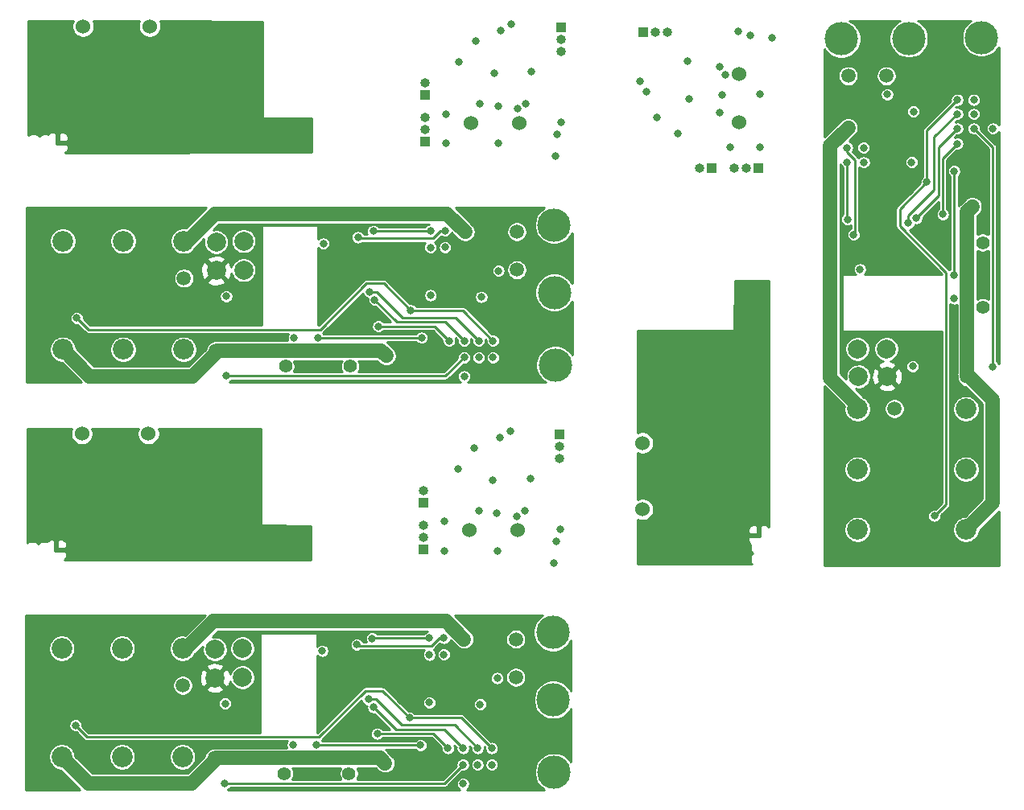
<source format=gbr>
G04 #@! TF.GenerationSoftware,KiCad,Pcbnew,(5.1.4)-1*
G04 #@! TF.CreationDate,2020-04-09T13:39:23+02:00*
G04 #@! TF.ProjectId,output.sky_panel_03_kits,6f757470-7574-42e7-936b-795f70616e65,rev?*
G04 #@! TF.SameCoordinates,Original*
G04 #@! TF.FileFunction,Copper,L2,Inr*
G04 #@! TF.FilePolarity,Positive*
%FSLAX46Y46*%
G04 Gerber Fmt 4.6, Leading zero omitted, Abs format (unit mm)*
G04 Created by KiCad (PCBNEW (5.1.4)-1) date 2020-04-09 13:39:23*
%MOMM*%
%LPD*%
G04 APERTURE LIST*
%ADD10C,2.000000*%
%ADD11C,3.500000*%
%ADD12C,1.400000*%
%ADD13C,2.175000*%
%ADD14C,1.524000*%
%ADD15O,1.000000X1.000000*%
%ADD16R,1.000000X1.000000*%
%ADD17C,0.800000*%
%ADD18C,1.500000*%
%ADD19C,1.500000*%
%ADD20C,0.250000*%
%ADD21C,0.254000*%
G04 APERTURE END LIST*
D10*
X222243000Y-110207000D03*
X203285001Y-111825001D03*
X203285001Y-108825001D03*
X200275000Y-109200000D03*
X203400000Y-106275000D03*
X200285001Y-111825001D03*
X200175000Y-115875000D03*
D11*
X232175000Y-74545000D03*
D12*
X232315000Y-102915000D03*
X232315000Y-96115000D03*
D11*
X217445000Y-74675000D03*
X224545000Y-74635000D03*
D13*
X219145000Y-126325000D03*
X219145000Y-119975000D03*
X219145000Y-113625000D03*
X230545000Y-126325000D03*
X230545000Y-119975000D03*
X230545000Y-113625000D03*
D10*
X200275000Y-106525000D03*
X219135000Y-107325000D03*
X219243000Y-110207000D03*
X222185000Y-107325000D03*
D14*
X206675000Y-78350000D03*
X206675000Y-83450000D03*
D15*
X206135000Y-88250000D03*
X207405000Y-88250000D03*
D16*
X208675000Y-88250000D03*
D15*
X202505000Y-88250000D03*
D16*
X203775000Y-88250000D03*
D15*
X199175000Y-73950000D03*
X197905000Y-73950000D03*
D16*
X196635000Y-73950000D03*
D14*
X196525000Y-124200000D03*
X196525000Y-117200000D03*
D10*
X151693000Y-99068000D03*
X155625000Y-80225000D03*
X153074999Y-80110001D03*
X146025000Y-77000000D03*
X150074999Y-77110001D03*
X152700000Y-77100000D03*
X150074999Y-80110001D03*
D12*
X165785000Y-109140000D03*
X158985000Y-109140000D03*
D11*
X187265000Y-101370000D03*
X187355000Y-109000000D03*
D13*
X148275000Y-107370000D03*
X141925000Y-107370000D03*
X135575000Y-107370000D03*
X148275000Y-95970000D03*
X141925000Y-95970000D03*
X135575000Y-95970000D03*
D11*
X187225000Y-94270000D03*
D10*
X155375000Y-77100000D03*
D14*
X144700000Y-73350000D03*
X137700000Y-73350000D03*
D10*
X154575000Y-99010000D03*
X151693000Y-96068000D03*
X154575000Y-95960000D03*
D16*
X173650000Y-85500000D03*
D15*
X173650000Y-84230000D03*
X173650000Y-82960000D03*
D14*
X178450000Y-83500000D03*
X183550000Y-83500000D03*
D16*
X173650000Y-80600000D03*
D15*
X173650000Y-79330000D03*
D16*
X187950000Y-73460000D03*
D15*
X187950000Y-74730000D03*
X187950000Y-76000000D03*
D10*
X151568000Y-141943000D03*
X151568000Y-138943000D03*
D13*
X135450000Y-138845000D03*
X141800000Y-138845000D03*
X148150000Y-138845000D03*
X135450000Y-150245000D03*
X141800000Y-150245000D03*
X148150000Y-150245000D03*
D10*
X154450000Y-138835000D03*
X154450000Y-141885000D03*
D11*
X187140000Y-144245000D03*
X187100000Y-137145000D03*
X187230000Y-151875000D03*
D12*
X158860000Y-152015000D03*
X165660000Y-152015000D03*
D14*
X137575000Y-116225000D03*
X144575000Y-116225000D03*
D10*
X149949999Y-122985001D03*
X155250000Y-119975000D03*
X152575000Y-119975000D03*
X149949999Y-119985001D03*
X155500000Y-123100000D03*
X152949999Y-122985001D03*
X145900000Y-119875000D03*
D15*
X187825000Y-118875000D03*
X187825000Y-117605000D03*
D16*
X187825000Y-116335000D03*
D15*
X173525000Y-122205000D03*
D16*
X173525000Y-123475000D03*
D14*
X183425000Y-126375000D03*
X178325000Y-126375000D03*
D15*
X173525000Y-125835000D03*
X173525000Y-127105000D03*
D16*
X173525000Y-128375000D03*
D17*
X163945000Y-152005000D03*
X163905000Y-141535000D03*
X143175000Y-146895000D03*
X164070000Y-109130000D03*
X143300000Y-104020000D03*
X164030000Y-98660000D03*
X232305000Y-97830000D03*
X221835000Y-97870000D03*
X227195000Y-118600000D03*
X181260000Y-141965000D03*
D18*
X177755000Y-137865000D03*
X148180000Y-142735000D03*
D17*
X181385000Y-99090000D03*
D18*
X177880000Y-94990000D03*
X148305000Y-99860000D03*
D17*
X222265000Y-80515000D03*
D18*
X223035000Y-113595000D03*
X218165000Y-84020000D03*
D17*
X174120000Y-144540000D03*
X174100000Y-139500000D03*
X179180000Y-151080000D03*
X180680000Y-151085000D03*
X159760000Y-149014999D03*
X174245000Y-101665000D03*
X174225000Y-96625000D03*
X159885000Y-106139999D03*
X180805000Y-108210000D03*
X179305000Y-108205000D03*
X224840000Y-87655000D03*
X219800000Y-87675000D03*
X229314999Y-102015000D03*
X231380000Y-82595000D03*
X231385000Y-81095000D03*
X177650000Y-151080000D03*
X152614999Y-153040001D03*
X152627000Y-144643000D03*
X177775000Y-108205000D03*
X152752000Y-101768000D03*
X152739999Y-110165001D03*
X231380000Y-84125000D03*
X224943000Y-109148000D03*
X233340001Y-109160001D03*
X179460000Y-144715000D03*
X175640000Y-139485000D03*
X179585000Y-101840000D03*
X175765000Y-96610000D03*
X225015000Y-82315000D03*
X219785000Y-86135000D03*
X162829412Y-139097037D03*
X162954412Y-96222037D03*
X219397037Y-98945588D03*
X175640000Y-137735000D03*
X166480000Y-138435000D03*
X175765000Y-94860000D03*
X166605000Y-95560000D03*
X218735000Y-95295000D03*
X218035000Y-86135000D03*
X180680000Y-149335000D03*
X172030000Y-146145000D03*
X136900000Y-146935000D03*
X137025000Y-104060000D03*
X180805000Y-106460000D03*
X172155000Y-103270000D03*
X226445000Y-89745000D03*
X227235000Y-124875000D03*
X229635000Y-81095000D03*
X177650000Y-149330000D03*
X177660000Y-153075000D03*
X168241141Y-145025381D03*
X177785000Y-110200000D03*
X168366141Y-102150381D03*
X177775000Y-106455000D03*
X229630000Y-84125000D03*
X233375000Y-84115000D03*
X225325381Y-93533859D03*
X176070000Y-149345000D03*
X168630000Y-147815000D03*
X176195000Y-106470000D03*
X168755000Y-104940000D03*
X228115000Y-93145000D03*
X229645000Y-85705000D03*
X162260000Y-149014999D03*
X173180000Y-149010000D03*
X173305000Y-106135000D03*
X162385000Y-106139999D03*
X229314999Y-99515000D03*
X229310000Y-88595000D03*
X174100000Y-137750000D03*
X168090000Y-137775000D03*
X174225000Y-94875000D03*
X168215000Y-94900000D03*
X218075000Y-93685000D03*
X218050000Y-87675000D03*
X179180000Y-149330000D03*
X167700014Y-144184438D03*
X167825014Y-101309438D03*
X179305000Y-106455000D03*
X224484438Y-94074986D03*
X229630000Y-82595000D03*
D18*
X169470000Y-150915000D03*
X151539999Y-150364999D03*
X169595000Y-108040000D03*
X151664999Y-107489999D03*
X231215000Y-92305000D03*
X230664999Y-110235001D03*
X183205000Y-137865000D03*
X183330000Y-94990000D03*
X218165000Y-78570000D03*
X183205000Y-141865000D03*
X183330000Y-98990000D03*
X222165000Y-78570000D03*
D17*
X187862347Y-126337653D03*
X184125000Y-124375002D03*
X175725000Y-128575000D03*
X175725000Y-125475000D03*
X181525000Y-116675000D03*
X181225000Y-124605000D03*
X187987347Y-83462653D03*
X184250000Y-81500002D03*
X181650000Y-73800000D03*
X175850000Y-82600000D03*
X181350000Y-81730000D03*
X175850000Y-85700000D03*
X205775000Y-86050000D03*
X208875000Y-86050000D03*
X206637653Y-73912653D03*
X204905000Y-80550000D03*
X204675002Y-77650000D03*
X196975000Y-80250000D03*
X187425000Y-127575000D03*
X181275000Y-128575000D03*
X187550000Y-84700000D03*
X181400000Y-85700000D03*
X207875000Y-74350000D03*
X208875000Y-80500000D03*
X187225000Y-129875000D03*
X187350000Y-87000000D03*
X210175000Y-74550000D03*
X180800000Y-121175000D03*
X179300000Y-124384800D03*
X180925000Y-78300000D03*
X179425000Y-81509800D03*
X204684800Y-82475000D03*
X201475000Y-80975000D03*
X178850000Y-117775000D03*
X178975000Y-74900000D03*
X198075000Y-82925000D03*
X183277000Y-124905000D03*
X183402000Y-82030000D03*
X205205000Y-78498000D03*
X184725000Y-120975000D03*
X184850000Y-78100000D03*
X201275000Y-77050000D03*
X182636432Y-115971210D03*
X177125000Y-119975000D03*
X182761432Y-73096210D03*
X177250000Y-77100000D03*
X196271210Y-79138568D03*
X200275000Y-84650000D03*
D19*
X175856010Y-135966010D02*
X177755000Y-137865000D01*
X151432988Y-135966010D02*
X175856010Y-135966010D01*
X148553998Y-138845000D02*
X151432988Y-135966010D01*
X148150000Y-138845000D02*
X148553998Y-138845000D01*
X148275000Y-95970000D02*
X148678998Y-95970000D01*
X175981010Y-93091010D02*
X177880000Y-94990000D01*
X148678998Y-95970000D02*
X151557988Y-93091010D01*
X151557988Y-93091010D02*
X175981010Y-93091010D01*
X216266010Y-110342012D02*
X216266010Y-85918990D01*
X216266010Y-85918990D02*
X218165000Y-84020000D01*
X219145000Y-113625000D02*
X219145000Y-113221002D01*
X219145000Y-113221002D02*
X216266010Y-110342012D01*
D20*
X175689999Y-153040001D02*
X152614999Y-153040001D01*
X177650000Y-151080000D02*
X175689999Y-153040001D01*
X175814999Y-110165001D02*
X152739999Y-110165001D01*
X177775000Y-108205000D02*
X175814999Y-110165001D01*
X233340001Y-86085001D02*
X233340001Y-109160001D01*
X231380000Y-84125000D02*
X233340001Y-86085001D01*
X175188002Y-137735000D02*
X174358002Y-138565000D01*
X175640000Y-137735000D02*
X175188002Y-137735000D01*
X174358002Y-138565000D02*
X166610000Y-138565000D01*
X166610000Y-138565000D02*
X166480000Y-138435000D01*
X174483002Y-95690000D02*
X166735000Y-95690000D01*
X175765000Y-94860000D02*
X175313002Y-94860000D01*
X175313002Y-94860000D02*
X174483002Y-95690000D01*
X166735000Y-95690000D02*
X166605000Y-95560000D01*
X218035000Y-86135000D02*
X218035000Y-86586998D01*
X218035000Y-86586998D02*
X218865000Y-87416998D01*
X218865000Y-87416998D02*
X218865000Y-95165000D01*
X218865000Y-95165000D02*
X218735000Y-95295000D01*
X180680000Y-149335000D02*
X177490000Y-146145000D01*
X177490000Y-146145000D02*
X172030000Y-146145000D01*
X162524990Y-148150010D02*
X138115010Y-148150010D01*
X167373939Y-143301061D02*
X162524990Y-148150010D01*
X172030000Y-146145000D02*
X169186061Y-143301061D01*
X169186061Y-143301061D02*
X167373939Y-143301061D01*
X138115010Y-148150010D02*
X136900000Y-146935000D01*
X180805000Y-106460000D02*
X177615000Y-103270000D01*
X177615000Y-103270000D02*
X172155000Y-103270000D01*
X172155000Y-103270000D02*
X169311061Y-100426061D01*
X169311061Y-100426061D02*
X167498939Y-100426061D01*
X167498939Y-100426061D02*
X162649990Y-105275010D01*
X162649990Y-105275010D02*
X138240010Y-105275010D01*
X138240010Y-105275010D02*
X137025000Y-104060000D01*
X229635000Y-81095000D02*
X226445000Y-84285000D01*
X226445000Y-84285000D02*
X226445000Y-89745000D01*
X226445000Y-89745000D02*
X223601061Y-92588939D01*
X228450010Y-123659990D02*
X227235000Y-124875000D01*
X223601061Y-94401061D02*
X228450010Y-99250010D01*
X223601061Y-92588939D02*
X223601061Y-94401061D01*
X228450010Y-99250010D02*
X228450010Y-123659990D01*
X175684990Y-147364990D02*
X173244402Y-147364990D01*
X177650000Y-149330000D02*
X175684990Y-147364990D01*
X173244402Y-147364990D02*
X170580750Y-147364990D01*
X170580750Y-147364990D02*
X168241141Y-145025381D01*
X175809990Y-104489990D02*
X173369402Y-104489990D01*
X177775000Y-106455000D02*
X175809990Y-104489990D01*
X173369402Y-104489990D02*
X170705750Y-104489990D01*
X170705750Y-104489990D02*
X168366141Y-102150381D01*
X227664990Y-88530598D02*
X227664990Y-91194250D01*
X229630000Y-84125000D02*
X227664990Y-86090010D01*
X227664990Y-91194250D02*
X225325381Y-93533859D01*
X227664990Y-86090010D02*
X227664990Y-88530598D01*
X173058002Y-147815000D02*
X168630000Y-147815000D01*
X176070000Y-149345000D02*
X174540000Y-147815000D01*
X174540000Y-147815000D02*
X173058002Y-147815000D01*
X173183002Y-104940000D02*
X168755000Y-104940000D01*
X176195000Y-106470000D02*
X174665000Y-104940000D01*
X174665000Y-104940000D02*
X173183002Y-104940000D01*
X228115000Y-87235000D02*
X228115000Y-88716998D01*
X229645000Y-85705000D02*
X228115000Y-87235000D01*
X228115000Y-88716998D02*
X228115000Y-93145000D01*
X162260000Y-149014999D02*
X173175001Y-149014999D01*
X173175001Y-149014999D02*
X173180000Y-149010000D01*
X162385000Y-106139999D02*
X173300001Y-106139999D01*
X173300001Y-106139999D02*
X173305000Y-106135000D01*
X229314999Y-88599999D02*
X229310000Y-88595000D01*
X229314999Y-99515000D02*
X229314999Y-88599999D01*
X174100000Y-137750000D02*
X168115000Y-137750000D01*
X168115000Y-137750000D02*
X168090000Y-137775000D01*
X174225000Y-94875000D02*
X168240000Y-94875000D01*
X168240000Y-94875000D02*
X168215000Y-94900000D01*
X218050000Y-87675000D02*
X218050000Y-93660000D01*
X218050000Y-93660000D02*
X218075000Y-93685000D01*
X168265699Y-144184438D02*
X167700014Y-144184438D01*
X168473200Y-144184438D02*
X168265699Y-144184438D01*
X171167014Y-146878252D02*
X168473200Y-144184438D01*
X171167014Y-146914980D02*
X171167014Y-146878252D01*
X176764980Y-146914980D02*
X171167014Y-146914980D01*
X179180000Y-149330000D02*
X176764980Y-146914980D01*
X179305000Y-106455000D02*
X176889980Y-104039980D01*
X168390699Y-101309438D02*
X167825014Y-101309438D01*
X176889980Y-104039980D02*
X171292014Y-104039980D01*
X171292014Y-104003252D02*
X168598200Y-101309438D01*
X168598200Y-101309438D02*
X168390699Y-101309438D01*
X171292014Y-104039980D02*
X171292014Y-104003252D01*
X229630000Y-82595000D02*
X227214980Y-85010020D01*
X227214980Y-85010020D02*
X227214980Y-90607986D01*
X227178252Y-90607986D02*
X224484438Y-93301800D01*
X227214980Y-90607986D02*
X227178252Y-90607986D01*
X224484438Y-93301800D02*
X224484438Y-93509301D01*
X224484438Y-93509301D02*
X224484438Y-94074986D01*
D19*
X135450000Y-150245000D02*
X138270990Y-153065990D01*
X138270990Y-153065990D02*
X149109008Y-153065990D01*
X149109008Y-153065990D02*
X151809999Y-150364999D01*
X169470000Y-150915000D02*
X168919999Y-150364999D01*
X168919999Y-150364999D02*
X151809999Y-150364999D01*
X169044999Y-107489999D02*
X151934999Y-107489999D01*
X135575000Y-107370000D02*
X138395990Y-110190990D01*
X138395990Y-110190990D02*
X149234008Y-110190990D01*
X169595000Y-108040000D02*
X169044999Y-107489999D01*
X149234008Y-110190990D02*
X151934999Y-107489999D01*
X230664999Y-92855001D02*
X230664999Y-109965001D01*
X233365990Y-123504010D02*
X233365990Y-112665992D01*
X231215000Y-92305000D02*
X230664999Y-92855001D01*
X230545000Y-126325000D02*
X233365990Y-123504010D01*
X233365990Y-112665992D02*
X230664999Y-109965001D01*
D21*
G36*
X148419496Y-137456395D02*
G01*
X148289316Y-137430500D01*
X148010684Y-137430500D01*
X147737406Y-137484859D01*
X147479983Y-137591487D01*
X147248309Y-137746286D01*
X147051286Y-137943309D01*
X146896487Y-138174983D01*
X146789859Y-138432406D01*
X146735500Y-138705684D01*
X146735500Y-138984316D01*
X146789859Y-139257594D01*
X146896487Y-139515017D01*
X147051286Y-139746691D01*
X147248309Y-139943714D01*
X147479983Y-140098513D01*
X147737406Y-140205141D01*
X148010684Y-140259500D01*
X148289316Y-140259500D01*
X148562594Y-140205141D01*
X148820017Y-140098513D01*
X149051691Y-139943714D01*
X149248714Y-139746691D01*
X149396314Y-139525791D01*
X150273577Y-138648529D01*
X150241000Y-138812302D01*
X150241000Y-139073698D01*
X150291996Y-139330072D01*
X150392028Y-139571570D01*
X150537252Y-139788913D01*
X150722087Y-139973748D01*
X150939430Y-140118972D01*
X151180928Y-140219004D01*
X151437302Y-140270000D01*
X151698698Y-140270000D01*
X151955072Y-140219004D01*
X152196570Y-140118972D01*
X152413913Y-139973748D01*
X152598748Y-139788913D01*
X152743972Y-139571570D01*
X152844004Y-139330072D01*
X152895000Y-139073698D01*
X152895000Y-138812302D01*
X152873518Y-138704302D01*
X153123000Y-138704302D01*
X153123000Y-138965698D01*
X153173996Y-139222072D01*
X153274028Y-139463570D01*
X153419252Y-139680913D01*
X153604087Y-139865748D01*
X153821430Y-140010972D01*
X154062928Y-140111004D01*
X154319302Y-140162000D01*
X154580698Y-140162000D01*
X154837072Y-140111004D01*
X155078570Y-140010972D01*
X155295913Y-139865748D01*
X155480748Y-139680913D01*
X155625972Y-139463570D01*
X155726004Y-139222072D01*
X155777000Y-138965698D01*
X155777000Y-138704302D01*
X155726004Y-138447928D01*
X155625972Y-138206430D01*
X155480748Y-137989087D01*
X155295913Y-137804252D01*
X155078570Y-137659028D01*
X154837072Y-137558996D01*
X154580698Y-137508000D01*
X154319302Y-137508000D01*
X154062928Y-137558996D01*
X153821430Y-137659028D01*
X153604087Y-137804252D01*
X153419252Y-137989087D01*
X153274028Y-138206430D01*
X153173996Y-138447928D01*
X153123000Y-138704302D01*
X152873518Y-138704302D01*
X152844004Y-138555928D01*
X152743972Y-138314430D01*
X152598748Y-138097087D01*
X152413913Y-137912252D01*
X152196570Y-137767028D01*
X151955072Y-137666996D01*
X151698698Y-137616000D01*
X151437302Y-137616000D01*
X151273529Y-137648576D01*
X151879096Y-137043010D01*
X173927799Y-137043010D01*
X173887942Y-137050938D01*
X173755636Y-137105741D01*
X173636564Y-137185302D01*
X173535302Y-137286564D01*
X173527661Y-137298000D01*
X168641134Y-137298000D01*
X168553436Y-137210302D01*
X168434364Y-137130741D01*
X168302058Y-137075938D01*
X168161603Y-137048000D01*
X168018397Y-137048000D01*
X167877942Y-137075938D01*
X167745636Y-137130741D01*
X167626564Y-137210302D01*
X167525302Y-137311564D01*
X167445741Y-137430636D01*
X167390938Y-137562942D01*
X167363000Y-137703397D01*
X167363000Y-137846603D01*
X167390938Y-137987058D01*
X167443105Y-138113000D01*
X167133522Y-138113000D01*
X167124259Y-138090636D01*
X167044698Y-137971564D01*
X166943436Y-137870302D01*
X166824364Y-137790741D01*
X166692058Y-137735938D01*
X166551603Y-137708000D01*
X166408397Y-137708000D01*
X166267942Y-137735938D01*
X166135636Y-137790741D01*
X166016564Y-137870302D01*
X165915302Y-137971564D01*
X165835741Y-138090636D01*
X165780938Y-138222942D01*
X165753000Y-138363397D01*
X165753000Y-138506603D01*
X165780938Y-138647058D01*
X165835741Y-138779364D01*
X165915302Y-138898436D01*
X166016564Y-138999698D01*
X166135636Y-139079259D01*
X166267942Y-139134062D01*
X166408397Y-139162000D01*
X166551603Y-139162000D01*
X166692058Y-139134062D01*
X166824364Y-139079259D01*
X166917542Y-139017000D01*
X173554866Y-139017000D01*
X173535302Y-139036564D01*
X173455741Y-139155636D01*
X173400938Y-139287942D01*
X173373000Y-139428397D01*
X173373000Y-139571603D01*
X173400938Y-139712058D01*
X173455741Y-139844364D01*
X173535302Y-139963436D01*
X173636564Y-140064698D01*
X173755636Y-140144259D01*
X173887942Y-140199062D01*
X174028397Y-140227000D01*
X174171603Y-140227000D01*
X174312058Y-140199062D01*
X174444364Y-140144259D01*
X174563436Y-140064698D01*
X174664698Y-139963436D01*
X174744259Y-139844364D01*
X174799062Y-139712058D01*
X174827000Y-139571603D01*
X174827000Y-139428397D01*
X174824017Y-139413397D01*
X174913000Y-139413397D01*
X174913000Y-139556603D01*
X174940938Y-139697058D01*
X174995741Y-139829364D01*
X175075302Y-139948436D01*
X175176564Y-140049698D01*
X175295636Y-140129259D01*
X175427942Y-140184062D01*
X175568397Y-140212000D01*
X175711603Y-140212000D01*
X175852058Y-140184062D01*
X175984364Y-140129259D01*
X176103436Y-140049698D01*
X176204698Y-139948436D01*
X176284259Y-139829364D01*
X176339062Y-139697058D01*
X176367000Y-139556603D01*
X176367000Y-139413397D01*
X176339062Y-139272942D01*
X176284259Y-139140636D01*
X176204698Y-139021564D01*
X176103436Y-138920302D01*
X175984364Y-138840741D01*
X175852058Y-138785938D01*
X175711603Y-138758000D01*
X175568397Y-138758000D01*
X175427942Y-138785938D01*
X175295636Y-138840741D01*
X175176564Y-138920302D01*
X175075302Y-139021564D01*
X174995741Y-139140636D01*
X174940938Y-139272942D01*
X174913000Y-139413397D01*
X174824017Y-139413397D01*
X174799062Y-139287942D01*
X174744259Y-139155636D01*
X174664698Y-139036564D01*
X174584556Y-138956422D01*
X174610335Y-138942643D01*
X174679161Y-138886159D01*
X174693325Y-138868900D01*
X175228096Y-138334130D01*
X175295636Y-138379259D01*
X175427942Y-138434062D01*
X175568397Y-138462000D01*
X175711603Y-138462000D01*
X175852058Y-138434062D01*
X175984364Y-138379259D01*
X176103436Y-138299698D01*
X176204698Y-138198436D01*
X176284259Y-138079364D01*
X176331707Y-137964815D01*
X177030858Y-138663966D01*
X177030864Y-138663971D01*
X177068453Y-138701560D01*
X177112655Y-138731095D01*
X177153755Y-138764825D01*
X177200642Y-138789887D01*
X177244849Y-138819425D01*
X177293970Y-138839771D01*
X177340855Y-138864832D01*
X177391732Y-138880265D01*
X177440851Y-138900611D01*
X177492995Y-138910983D01*
X177543870Y-138926416D01*
X177596777Y-138931627D01*
X177648925Y-138942000D01*
X177702092Y-138942000D01*
X177754999Y-138947211D01*
X177807906Y-138942000D01*
X177861075Y-138942000D01*
X177913224Y-138931627D01*
X177966129Y-138926416D01*
X178017002Y-138910984D01*
X178069149Y-138900611D01*
X178118271Y-138880264D01*
X178169144Y-138864832D01*
X178216026Y-138839773D01*
X178265151Y-138819425D01*
X178309362Y-138789884D01*
X178356244Y-138764825D01*
X178397339Y-138731099D01*
X178441547Y-138701560D01*
X178479143Y-138663964D01*
X178520238Y-138630238D01*
X178553964Y-138589143D01*
X178591560Y-138551547D01*
X178621099Y-138507339D01*
X178654825Y-138466244D01*
X178679884Y-138419362D01*
X178709425Y-138375151D01*
X178729773Y-138326026D01*
X178754832Y-138279144D01*
X178770264Y-138228271D01*
X178790611Y-138179149D01*
X178800984Y-138127002D01*
X178816416Y-138076129D01*
X178821627Y-138023224D01*
X178832000Y-137971075D01*
X178832000Y-137917906D01*
X178837211Y-137864999D01*
X178832000Y-137812092D01*
X178832000Y-137758925D01*
X182128000Y-137758925D01*
X182128000Y-137971075D01*
X182169389Y-138179149D01*
X182250575Y-138375151D01*
X182368440Y-138551547D01*
X182518453Y-138701560D01*
X182694849Y-138819425D01*
X182890851Y-138900611D01*
X183098925Y-138942000D01*
X183311075Y-138942000D01*
X183519149Y-138900611D01*
X183715151Y-138819425D01*
X183891547Y-138701560D01*
X184041560Y-138551547D01*
X184159425Y-138375151D01*
X184240611Y-138179149D01*
X184282000Y-137971075D01*
X184282000Y-137758925D01*
X184240611Y-137550851D01*
X184159425Y-137354849D01*
X184041560Y-137178453D01*
X183891547Y-137028440D01*
X183715151Y-136910575D01*
X183519149Y-136829389D01*
X183311075Y-136788000D01*
X183098925Y-136788000D01*
X182890851Y-136829389D01*
X182694849Y-136910575D01*
X182518453Y-137028440D01*
X182368440Y-137178453D01*
X182250575Y-137354849D01*
X182169389Y-137550851D01*
X182128000Y-137758925D01*
X178832000Y-137758925D01*
X178821627Y-137706777D01*
X178816416Y-137653870D01*
X178800983Y-137602995D01*
X178790611Y-137550851D01*
X178770265Y-137501732D01*
X178754832Y-137450855D01*
X178729771Y-137403970D01*
X178709425Y-137354849D01*
X178679887Y-137310642D01*
X178654825Y-137263755D01*
X178621095Y-137222655D01*
X178591560Y-137178453D01*
X178553971Y-137140864D01*
X178553966Y-137140858D01*
X176756107Y-135343000D01*
X186058381Y-135343000D01*
X185775989Y-135531689D01*
X185486689Y-135820989D01*
X185259386Y-136161171D01*
X185102818Y-136539161D01*
X185023000Y-136940433D01*
X185023000Y-137349567D01*
X185102818Y-137750839D01*
X185259386Y-138128829D01*
X185486689Y-138469011D01*
X185775989Y-138758311D01*
X186116171Y-138985614D01*
X186494161Y-139142182D01*
X186895433Y-139222000D01*
X187304567Y-139222000D01*
X187705839Y-139142182D01*
X188083829Y-138985614D01*
X188424011Y-138758311D01*
X188713311Y-138469011D01*
X188940614Y-138128829D01*
X188998001Y-137990284D01*
X188998001Y-143303146D01*
X188980614Y-143261171D01*
X188753311Y-142920989D01*
X188464011Y-142631689D01*
X188123829Y-142404386D01*
X187745839Y-142247818D01*
X187344567Y-142168000D01*
X186935433Y-142168000D01*
X186534161Y-142247818D01*
X186156171Y-142404386D01*
X185815989Y-142631689D01*
X185526689Y-142920989D01*
X185299386Y-143261171D01*
X185142818Y-143639161D01*
X185063000Y-144040433D01*
X185063000Y-144449567D01*
X185142818Y-144850839D01*
X185299386Y-145228829D01*
X185526689Y-145569011D01*
X185815989Y-145858311D01*
X186156171Y-146085614D01*
X186534161Y-146242182D01*
X186935433Y-146322000D01*
X187344567Y-146322000D01*
X187745839Y-146242182D01*
X188123829Y-146085614D01*
X188464011Y-145858311D01*
X188753311Y-145569011D01*
X188980614Y-145228829D01*
X188998000Y-145186854D01*
X188998000Y-150782497D01*
X188843311Y-150550989D01*
X188554011Y-150261689D01*
X188213829Y-150034386D01*
X187835839Y-149877818D01*
X187434567Y-149798000D01*
X187025433Y-149798000D01*
X186624161Y-149877818D01*
X186246171Y-150034386D01*
X185905989Y-150261689D01*
X185616689Y-150550989D01*
X185389386Y-150891171D01*
X185232818Y-151269161D01*
X185153000Y-151670433D01*
X185153000Y-152079567D01*
X185232818Y-152480839D01*
X185389386Y-152858829D01*
X185616689Y-153199011D01*
X185905989Y-153488311D01*
X186206340Y-153689000D01*
X178049650Y-153689000D01*
X178123436Y-153639698D01*
X178224698Y-153538436D01*
X178304259Y-153419364D01*
X178359062Y-153287058D01*
X178387000Y-153146603D01*
X178387000Y-153003397D01*
X178359062Y-152862942D01*
X178304259Y-152730636D01*
X178224698Y-152611564D01*
X178123436Y-152510302D01*
X178004364Y-152430741D01*
X177872058Y-152375938D01*
X177731603Y-152348000D01*
X177588397Y-152348000D01*
X177447942Y-152375938D01*
X177315636Y-152430741D01*
X177196564Y-152510302D01*
X177095302Y-152611564D01*
X177015741Y-152730636D01*
X176960938Y-152862942D01*
X176933000Y-153003397D01*
X176933000Y-153146603D01*
X176960938Y-153287058D01*
X177015741Y-153419364D01*
X177095302Y-153538436D01*
X177196564Y-153639698D01*
X177270350Y-153689000D01*
X152947920Y-153689000D01*
X152959363Y-153684260D01*
X153078435Y-153604699D01*
X153179697Y-153503437D01*
X153187338Y-153492001D01*
X175667794Y-153492001D01*
X175689999Y-153494188D01*
X175712204Y-153492001D01*
X175778606Y-153485461D01*
X175863809Y-153459615D01*
X175942332Y-153417644D01*
X176011158Y-153361160D01*
X176025322Y-153343901D01*
X177564907Y-151804317D01*
X177578397Y-151807000D01*
X177721603Y-151807000D01*
X177862058Y-151779062D01*
X177994364Y-151724259D01*
X178113436Y-151644698D01*
X178214698Y-151543436D01*
X178294259Y-151424364D01*
X178349062Y-151292058D01*
X178377000Y-151151603D01*
X178377000Y-151008397D01*
X178453000Y-151008397D01*
X178453000Y-151151603D01*
X178480938Y-151292058D01*
X178535741Y-151424364D01*
X178615302Y-151543436D01*
X178716564Y-151644698D01*
X178835636Y-151724259D01*
X178967942Y-151779062D01*
X179108397Y-151807000D01*
X179251603Y-151807000D01*
X179392058Y-151779062D01*
X179524364Y-151724259D01*
X179643436Y-151644698D01*
X179744698Y-151543436D01*
X179824259Y-151424364D01*
X179879062Y-151292058D01*
X179907000Y-151151603D01*
X179907000Y-151013397D01*
X179953000Y-151013397D01*
X179953000Y-151156603D01*
X179980938Y-151297058D01*
X180035741Y-151429364D01*
X180115302Y-151548436D01*
X180216564Y-151649698D01*
X180335636Y-151729259D01*
X180467942Y-151784062D01*
X180608397Y-151812000D01*
X180751603Y-151812000D01*
X180892058Y-151784062D01*
X181024364Y-151729259D01*
X181143436Y-151649698D01*
X181244698Y-151548436D01*
X181324259Y-151429364D01*
X181379062Y-151297058D01*
X181407000Y-151156603D01*
X181407000Y-151013397D01*
X181379062Y-150872942D01*
X181324259Y-150740636D01*
X181244698Y-150621564D01*
X181143436Y-150520302D01*
X181024364Y-150440741D01*
X180892058Y-150385938D01*
X180751603Y-150358000D01*
X180608397Y-150358000D01*
X180467942Y-150385938D01*
X180335636Y-150440741D01*
X180216564Y-150520302D01*
X180115302Y-150621564D01*
X180035741Y-150740636D01*
X179980938Y-150872942D01*
X179953000Y-151013397D01*
X179907000Y-151013397D01*
X179907000Y-151008397D01*
X179879062Y-150867942D01*
X179824259Y-150735636D01*
X179744698Y-150616564D01*
X179643436Y-150515302D01*
X179524364Y-150435741D01*
X179392058Y-150380938D01*
X179251603Y-150353000D01*
X179108397Y-150353000D01*
X178967942Y-150380938D01*
X178835636Y-150435741D01*
X178716564Y-150515302D01*
X178615302Y-150616564D01*
X178535741Y-150735636D01*
X178480938Y-150867942D01*
X178453000Y-151008397D01*
X178377000Y-151008397D01*
X178349062Y-150867942D01*
X178294259Y-150735636D01*
X178214698Y-150616564D01*
X178113436Y-150515302D01*
X177994364Y-150435741D01*
X177862058Y-150380938D01*
X177721603Y-150353000D01*
X177578397Y-150353000D01*
X177437942Y-150380938D01*
X177305636Y-150435741D01*
X177186564Y-150515302D01*
X177085302Y-150616564D01*
X177005741Y-150735636D01*
X176950938Y-150867942D01*
X176923000Y-151008397D01*
X176923000Y-151151603D01*
X176925683Y-151165093D01*
X175502776Y-152588001D01*
X166512295Y-152588001D01*
X166570115Y-152501467D01*
X166647533Y-152314565D01*
X166687000Y-152116151D01*
X166687000Y-151913849D01*
X166647533Y-151715435D01*
X166570115Y-151528533D01*
X166512295Y-151441999D01*
X168473892Y-151441999D01*
X168783453Y-151751560D01*
X168827660Y-151781099D01*
X168868756Y-151814825D01*
X168915639Y-151839885D01*
X168959849Y-151869425D01*
X169008971Y-151889772D01*
X169055855Y-151914832D01*
X169106732Y-151930265D01*
X169155851Y-151950611D01*
X169207995Y-151960983D01*
X169258870Y-151976416D01*
X169311777Y-151981627D01*
X169363925Y-151992000D01*
X169417093Y-151992000D01*
X169470000Y-151997211D01*
X169522907Y-151992000D01*
X169576075Y-151992000D01*
X169628224Y-151981627D01*
X169681129Y-151976416D01*
X169732002Y-151960984D01*
X169784149Y-151950611D01*
X169833271Y-151930264D01*
X169884144Y-151914832D01*
X169931026Y-151889773D01*
X169980151Y-151869425D01*
X170024362Y-151839884D01*
X170071244Y-151814825D01*
X170112339Y-151781099D01*
X170156547Y-151751560D01*
X170194143Y-151713964D01*
X170235238Y-151680238D01*
X170268964Y-151639143D01*
X170306560Y-151601547D01*
X170336099Y-151557339D01*
X170369825Y-151516244D01*
X170394884Y-151469362D01*
X170424425Y-151425151D01*
X170444773Y-151376026D01*
X170469832Y-151329144D01*
X170485264Y-151278271D01*
X170505611Y-151229149D01*
X170515984Y-151177002D01*
X170531416Y-151126129D01*
X170536627Y-151073224D01*
X170547000Y-151021075D01*
X170547000Y-150967907D01*
X170552211Y-150915000D01*
X170547000Y-150862093D01*
X170547000Y-150808925D01*
X170536627Y-150756777D01*
X170531416Y-150703870D01*
X170515983Y-150652995D01*
X170505611Y-150600851D01*
X170485265Y-150551732D01*
X170469832Y-150500855D01*
X170444772Y-150453971D01*
X170424425Y-150404849D01*
X170394885Y-150360639D01*
X170369825Y-150313756D01*
X170336099Y-150272660D01*
X170306560Y-150228453D01*
X169718972Y-149640865D01*
X169685238Y-149599760D01*
X169523468Y-149466999D01*
X172611001Y-149466999D01*
X172615302Y-149473436D01*
X172716564Y-149574698D01*
X172835636Y-149654259D01*
X172967942Y-149709062D01*
X173108397Y-149737000D01*
X173251603Y-149737000D01*
X173392058Y-149709062D01*
X173524364Y-149654259D01*
X173643436Y-149574698D01*
X173744698Y-149473436D01*
X173824259Y-149354364D01*
X173879062Y-149222058D01*
X173907000Y-149081603D01*
X173907000Y-148938397D01*
X173879062Y-148797942D01*
X173824259Y-148665636D01*
X173744698Y-148546564D01*
X173643436Y-148445302D01*
X173524364Y-148365741D01*
X173392058Y-148310938D01*
X173251603Y-148283000D01*
X173108397Y-148283000D01*
X172967942Y-148310938D01*
X172835636Y-148365741D01*
X172716564Y-148445302D01*
X172615302Y-148546564D01*
X172604321Y-148562999D01*
X162832339Y-148562999D01*
X162824698Y-148551563D01*
X162790211Y-148517076D01*
X162846149Y-148471169D01*
X162860313Y-148453910D01*
X166987144Y-144327080D01*
X167000952Y-144396496D01*
X167055755Y-144528802D01*
X167135316Y-144647874D01*
X167236578Y-144749136D01*
X167355650Y-144828697D01*
X167487956Y-144883500D01*
X167526591Y-144891185D01*
X167514141Y-144953778D01*
X167514141Y-145096984D01*
X167542079Y-145237439D01*
X167596882Y-145369745D01*
X167676443Y-145488817D01*
X167777705Y-145590079D01*
X167896777Y-145669640D01*
X168029083Y-145724443D01*
X168169538Y-145752381D01*
X168312744Y-145752381D01*
X168326234Y-145749698D01*
X169939536Y-147363000D01*
X169202339Y-147363000D01*
X169194698Y-147351564D01*
X169093436Y-147250302D01*
X168974364Y-147170741D01*
X168842058Y-147115938D01*
X168701603Y-147088000D01*
X168558397Y-147088000D01*
X168417942Y-147115938D01*
X168285636Y-147170741D01*
X168166564Y-147250302D01*
X168065302Y-147351564D01*
X167985741Y-147470636D01*
X167930938Y-147602942D01*
X167903000Y-147743397D01*
X167903000Y-147886603D01*
X167930938Y-148027058D01*
X167985741Y-148159364D01*
X168065302Y-148278436D01*
X168166564Y-148379698D01*
X168285636Y-148459259D01*
X168417942Y-148514062D01*
X168558397Y-148542000D01*
X168701603Y-148542000D01*
X168842058Y-148514062D01*
X168974364Y-148459259D01*
X169093436Y-148379698D01*
X169194698Y-148278436D01*
X169202339Y-148267000D01*
X174352777Y-148267000D01*
X175345683Y-149259907D01*
X175343000Y-149273397D01*
X175343000Y-149416603D01*
X175370938Y-149557058D01*
X175425741Y-149689364D01*
X175505302Y-149808436D01*
X175606564Y-149909698D01*
X175725636Y-149989259D01*
X175857942Y-150044062D01*
X175998397Y-150072000D01*
X176141603Y-150072000D01*
X176282058Y-150044062D01*
X176414364Y-149989259D01*
X176533436Y-149909698D01*
X176634698Y-149808436D01*
X176714259Y-149689364D01*
X176769062Y-149557058D01*
X176797000Y-149416603D01*
X176797000Y-149273397D01*
X176769062Y-149132942D01*
X176737485Y-149056709D01*
X176925683Y-149244907D01*
X176923000Y-149258397D01*
X176923000Y-149401603D01*
X176950938Y-149542058D01*
X177005741Y-149674364D01*
X177085302Y-149793436D01*
X177186564Y-149894698D01*
X177305636Y-149974259D01*
X177437942Y-150029062D01*
X177578397Y-150057000D01*
X177721603Y-150057000D01*
X177862058Y-150029062D01*
X177994364Y-149974259D01*
X178113436Y-149894698D01*
X178214698Y-149793436D01*
X178294259Y-149674364D01*
X178349062Y-149542058D01*
X178377000Y-149401603D01*
X178377000Y-149258397D01*
X178354113Y-149143337D01*
X178455683Y-149244907D01*
X178453000Y-149258397D01*
X178453000Y-149401603D01*
X178480938Y-149542058D01*
X178535741Y-149674364D01*
X178615302Y-149793436D01*
X178716564Y-149894698D01*
X178835636Y-149974259D01*
X178967942Y-150029062D01*
X179108397Y-150057000D01*
X179251603Y-150057000D01*
X179392058Y-150029062D01*
X179524364Y-149974259D01*
X179643436Y-149894698D01*
X179744698Y-149793436D01*
X179824259Y-149674364D01*
X179879062Y-149542058D01*
X179907000Y-149401603D01*
X179907000Y-149258397D01*
X179892804Y-149187029D01*
X179955683Y-149249908D01*
X179953000Y-149263397D01*
X179953000Y-149406603D01*
X179980938Y-149547058D01*
X180035741Y-149679364D01*
X180115302Y-149798436D01*
X180216564Y-149899698D01*
X180335636Y-149979259D01*
X180467942Y-150034062D01*
X180608397Y-150062000D01*
X180751603Y-150062000D01*
X180892058Y-150034062D01*
X181024364Y-149979259D01*
X181143436Y-149899698D01*
X181244698Y-149798436D01*
X181324259Y-149679364D01*
X181379062Y-149547058D01*
X181407000Y-149406603D01*
X181407000Y-149263397D01*
X181379062Y-149122942D01*
X181324259Y-148990636D01*
X181244698Y-148871564D01*
X181143436Y-148770302D01*
X181024364Y-148690741D01*
X180892058Y-148635938D01*
X180751603Y-148608000D01*
X180608397Y-148608000D01*
X180594908Y-148610683D01*
X177825323Y-145841100D01*
X177811159Y-145823841D01*
X177742333Y-145767357D01*
X177663810Y-145725386D01*
X177578607Y-145699540D01*
X177512205Y-145693000D01*
X177490000Y-145690813D01*
X177467795Y-145693000D01*
X172602339Y-145693000D01*
X172594698Y-145681564D01*
X172493436Y-145580302D01*
X172374364Y-145500741D01*
X172242058Y-145445938D01*
X172101603Y-145418000D01*
X171958397Y-145418000D01*
X171944908Y-145420683D01*
X170992622Y-144468397D01*
X173393000Y-144468397D01*
X173393000Y-144611603D01*
X173420938Y-144752058D01*
X173475741Y-144884364D01*
X173555302Y-145003436D01*
X173656564Y-145104698D01*
X173775636Y-145184259D01*
X173907942Y-145239062D01*
X174048397Y-145267000D01*
X174191603Y-145267000D01*
X174332058Y-145239062D01*
X174464364Y-145184259D01*
X174583436Y-145104698D01*
X174684698Y-145003436D01*
X174764259Y-144884364D01*
X174819062Y-144752058D01*
X174840675Y-144643397D01*
X178733000Y-144643397D01*
X178733000Y-144786603D01*
X178760938Y-144927058D01*
X178815741Y-145059364D01*
X178895302Y-145178436D01*
X178996564Y-145279698D01*
X179115636Y-145359259D01*
X179247942Y-145414062D01*
X179388397Y-145442000D01*
X179531603Y-145442000D01*
X179672058Y-145414062D01*
X179804364Y-145359259D01*
X179923436Y-145279698D01*
X180024698Y-145178436D01*
X180104259Y-145059364D01*
X180159062Y-144927058D01*
X180187000Y-144786603D01*
X180187000Y-144643397D01*
X180159062Y-144502942D01*
X180104259Y-144370636D01*
X180024698Y-144251564D01*
X179923436Y-144150302D01*
X179804364Y-144070741D01*
X179672058Y-144015938D01*
X179531603Y-143988000D01*
X179388397Y-143988000D01*
X179247942Y-144015938D01*
X179115636Y-144070741D01*
X178996564Y-144150302D01*
X178895302Y-144251564D01*
X178815741Y-144370636D01*
X178760938Y-144502942D01*
X178733000Y-144643397D01*
X174840675Y-144643397D01*
X174847000Y-144611603D01*
X174847000Y-144468397D01*
X174819062Y-144327942D01*
X174764259Y-144195636D01*
X174684698Y-144076564D01*
X174583436Y-143975302D01*
X174464364Y-143895741D01*
X174332058Y-143840938D01*
X174191603Y-143813000D01*
X174048397Y-143813000D01*
X173907942Y-143840938D01*
X173775636Y-143895741D01*
X173656564Y-143975302D01*
X173555302Y-144076564D01*
X173475741Y-144195636D01*
X173420938Y-144327942D01*
X173393000Y-144468397D01*
X170992622Y-144468397D01*
X169521384Y-142997161D01*
X169507220Y-142979902D01*
X169438394Y-142923418D01*
X169359871Y-142881447D01*
X169274668Y-142855601D01*
X169208266Y-142849061D01*
X169186061Y-142846874D01*
X169163856Y-142849061D01*
X167396141Y-142849061D01*
X167373938Y-142846874D01*
X167351735Y-142849061D01*
X167351734Y-142849061D01*
X167285332Y-142855601D01*
X167200129Y-142881447D01*
X167121606Y-142923418D01*
X167052780Y-142979902D01*
X167038625Y-142997150D01*
X162337767Y-147698010D01*
X162277000Y-147698010D01*
X162277000Y-141893397D01*
X180533000Y-141893397D01*
X180533000Y-142036603D01*
X180560938Y-142177058D01*
X180615741Y-142309364D01*
X180695302Y-142428436D01*
X180796564Y-142529698D01*
X180915636Y-142609259D01*
X181047942Y-142664062D01*
X181188397Y-142692000D01*
X181331603Y-142692000D01*
X181472058Y-142664062D01*
X181604364Y-142609259D01*
X181723436Y-142529698D01*
X181824698Y-142428436D01*
X181904259Y-142309364D01*
X181959062Y-142177058D01*
X181987000Y-142036603D01*
X181987000Y-141893397D01*
X181960253Y-141758925D01*
X182128000Y-141758925D01*
X182128000Y-141971075D01*
X182169389Y-142179149D01*
X182250575Y-142375151D01*
X182368440Y-142551547D01*
X182518453Y-142701560D01*
X182694849Y-142819425D01*
X182890851Y-142900611D01*
X183098925Y-142942000D01*
X183311075Y-142942000D01*
X183519149Y-142900611D01*
X183715151Y-142819425D01*
X183891547Y-142701560D01*
X184041560Y-142551547D01*
X184159425Y-142375151D01*
X184240611Y-142179149D01*
X184282000Y-141971075D01*
X184282000Y-141758925D01*
X184240611Y-141550851D01*
X184159425Y-141354849D01*
X184041560Y-141178453D01*
X183891547Y-141028440D01*
X183715151Y-140910575D01*
X183519149Y-140829389D01*
X183311075Y-140788000D01*
X183098925Y-140788000D01*
X182890851Y-140829389D01*
X182694849Y-140910575D01*
X182518453Y-141028440D01*
X182368440Y-141178453D01*
X182250575Y-141354849D01*
X182169389Y-141550851D01*
X182128000Y-141758925D01*
X181960253Y-141758925D01*
X181959062Y-141752942D01*
X181904259Y-141620636D01*
X181824698Y-141501564D01*
X181723436Y-141400302D01*
X181604364Y-141320741D01*
X181472058Y-141265938D01*
X181331603Y-141238000D01*
X181188397Y-141238000D01*
X181047942Y-141265938D01*
X180915636Y-141320741D01*
X180796564Y-141400302D01*
X180695302Y-141501564D01*
X180615741Y-141620636D01*
X180560938Y-141752942D01*
X180533000Y-141893397D01*
X162277000Y-141893397D01*
X162277000Y-139572759D01*
X162365976Y-139661735D01*
X162485048Y-139741296D01*
X162617354Y-139796099D01*
X162757809Y-139824037D01*
X162901015Y-139824037D01*
X163041470Y-139796099D01*
X163173776Y-139741296D01*
X163292848Y-139661735D01*
X163394110Y-139560473D01*
X163473671Y-139441401D01*
X163528474Y-139309095D01*
X163556412Y-139168640D01*
X163556412Y-139025434D01*
X163528474Y-138884979D01*
X163473671Y-138752673D01*
X163394110Y-138633601D01*
X163292848Y-138532339D01*
X163173776Y-138452778D01*
X163041470Y-138397975D01*
X162901015Y-138370037D01*
X162757809Y-138370037D01*
X162617354Y-138397975D01*
X162485048Y-138452778D01*
X162365976Y-138532339D01*
X162277000Y-138621315D01*
X162277000Y-137325000D01*
X162274560Y-137300224D01*
X162267333Y-137276399D01*
X162255597Y-137254443D01*
X162239803Y-137235197D01*
X162220557Y-137219403D01*
X162198601Y-137207667D01*
X162174776Y-137200440D01*
X162150000Y-137198000D01*
X156450000Y-137198000D01*
X156425224Y-137200440D01*
X156401399Y-137207667D01*
X156379443Y-137219403D01*
X156360197Y-137235197D01*
X156344403Y-137254443D01*
X156332667Y-137276399D01*
X156325440Y-137300224D01*
X156323000Y-137325000D01*
X156323000Y-147698010D01*
X138302234Y-147698010D01*
X137624317Y-147020093D01*
X137627000Y-147006603D01*
X137627000Y-146863397D01*
X137599062Y-146722942D01*
X137544259Y-146590636D01*
X137464698Y-146471564D01*
X137363436Y-146370302D01*
X137244364Y-146290741D01*
X137112058Y-146235938D01*
X136971603Y-146208000D01*
X136828397Y-146208000D01*
X136687942Y-146235938D01*
X136555636Y-146290741D01*
X136436564Y-146370302D01*
X136335302Y-146471564D01*
X136255741Y-146590636D01*
X136200938Y-146722942D01*
X136173000Y-146863397D01*
X136173000Y-147006603D01*
X136200938Y-147147058D01*
X136255741Y-147279364D01*
X136335302Y-147398436D01*
X136436564Y-147499698D01*
X136555636Y-147579259D01*
X136687942Y-147634062D01*
X136828397Y-147662000D01*
X136971603Y-147662000D01*
X136985093Y-147659317D01*
X137779691Y-148453915D01*
X137793851Y-148471169D01*
X137862677Y-148527653D01*
X137941041Y-148569539D01*
X137941200Y-148569624D01*
X138026402Y-148595470D01*
X138115010Y-148604197D01*
X138137215Y-148602010D01*
X159161595Y-148602010D01*
X159115741Y-148670635D01*
X159060938Y-148802941D01*
X159033000Y-148943396D01*
X159033000Y-149086602D01*
X159060938Y-149227057D01*
X159086181Y-149287999D01*
X151862905Y-149287999D01*
X151809998Y-149282788D01*
X151757091Y-149287999D01*
X151757090Y-149287999D01*
X151682838Y-149295312D01*
X151646074Y-149287999D01*
X151433924Y-149287999D01*
X151225850Y-149329388D01*
X151029848Y-149410574D01*
X150853452Y-149528439D01*
X150703439Y-149678452D01*
X150585574Y-149854848D01*
X150504388Y-150050850D01*
X150480389Y-150171502D01*
X148662901Y-151988990D01*
X138717098Y-151988990D01*
X136864500Y-150136393D01*
X136864500Y-150105684D01*
X140385500Y-150105684D01*
X140385500Y-150384316D01*
X140439859Y-150657594D01*
X140546487Y-150915017D01*
X140701286Y-151146691D01*
X140898309Y-151343714D01*
X141129983Y-151498513D01*
X141387406Y-151605141D01*
X141660684Y-151659500D01*
X141939316Y-151659500D01*
X142212594Y-151605141D01*
X142470017Y-151498513D01*
X142701691Y-151343714D01*
X142898714Y-151146691D01*
X143053513Y-150915017D01*
X143160141Y-150657594D01*
X143214500Y-150384316D01*
X143214500Y-150105684D01*
X146735500Y-150105684D01*
X146735500Y-150384316D01*
X146789859Y-150657594D01*
X146896487Y-150915017D01*
X147051286Y-151146691D01*
X147248309Y-151343714D01*
X147479983Y-151498513D01*
X147737406Y-151605141D01*
X148010684Y-151659500D01*
X148289316Y-151659500D01*
X148562594Y-151605141D01*
X148820017Y-151498513D01*
X149051691Y-151343714D01*
X149248714Y-151146691D01*
X149403513Y-150915017D01*
X149510141Y-150657594D01*
X149564500Y-150384316D01*
X149564500Y-150105684D01*
X149510141Y-149832406D01*
X149403513Y-149574983D01*
X149248714Y-149343309D01*
X149051691Y-149146286D01*
X148820017Y-148991487D01*
X148562594Y-148884859D01*
X148289316Y-148830500D01*
X148010684Y-148830500D01*
X147737406Y-148884859D01*
X147479983Y-148991487D01*
X147248309Y-149146286D01*
X147051286Y-149343309D01*
X146896487Y-149574983D01*
X146789859Y-149832406D01*
X146735500Y-150105684D01*
X143214500Y-150105684D01*
X143160141Y-149832406D01*
X143053513Y-149574983D01*
X142898714Y-149343309D01*
X142701691Y-149146286D01*
X142470017Y-148991487D01*
X142212594Y-148884859D01*
X141939316Y-148830500D01*
X141660684Y-148830500D01*
X141387406Y-148884859D01*
X141129983Y-148991487D01*
X140898309Y-149146286D01*
X140701286Y-149343309D01*
X140546487Y-149574983D01*
X140439859Y-149832406D01*
X140385500Y-150105684D01*
X136864500Y-150105684D01*
X136810141Y-149832406D01*
X136703513Y-149574983D01*
X136548714Y-149343309D01*
X136351691Y-149146286D01*
X136120017Y-148991487D01*
X135862594Y-148884859D01*
X135589316Y-148830500D01*
X135310684Y-148830500D01*
X135037406Y-148884859D01*
X134779983Y-148991487D01*
X134548309Y-149146286D01*
X134351286Y-149343309D01*
X134196487Y-149574983D01*
X134089859Y-149832406D01*
X134035500Y-150105684D01*
X134035500Y-150384316D01*
X134089859Y-150657594D01*
X134196487Y-150915017D01*
X134351286Y-151146691D01*
X134548309Y-151343714D01*
X134779983Y-151498513D01*
X135037406Y-151605141D01*
X135310684Y-151659500D01*
X135341393Y-151659500D01*
X137370892Y-153689000D01*
X131652000Y-153689000D01*
X131652000Y-144571397D01*
X151900000Y-144571397D01*
X151900000Y-144714603D01*
X151927938Y-144855058D01*
X151982741Y-144987364D01*
X152062302Y-145106436D01*
X152163564Y-145207698D01*
X152282636Y-145287259D01*
X152414942Y-145342062D01*
X152555397Y-145370000D01*
X152698603Y-145370000D01*
X152839058Y-145342062D01*
X152971364Y-145287259D01*
X153090436Y-145207698D01*
X153191698Y-145106436D01*
X153271259Y-144987364D01*
X153326062Y-144855058D01*
X153354000Y-144714603D01*
X153354000Y-144571397D01*
X153326062Y-144430942D01*
X153271259Y-144298636D01*
X153191698Y-144179564D01*
X153090436Y-144078302D01*
X152971364Y-143998741D01*
X152839058Y-143943938D01*
X152698603Y-143916000D01*
X152555397Y-143916000D01*
X152414942Y-143943938D01*
X152282636Y-143998741D01*
X152163564Y-144078302D01*
X152062302Y-144179564D01*
X151982741Y-144298636D01*
X151927938Y-144430942D01*
X151900000Y-144571397D01*
X131652000Y-144571397D01*
X131652000Y-142628925D01*
X147103000Y-142628925D01*
X147103000Y-142841075D01*
X147144389Y-143049149D01*
X147225575Y-143245151D01*
X147343440Y-143421547D01*
X147493453Y-143571560D01*
X147669849Y-143689425D01*
X147865851Y-143770611D01*
X148073925Y-143812000D01*
X148286075Y-143812000D01*
X148494149Y-143770611D01*
X148690151Y-143689425D01*
X148866547Y-143571560D01*
X149016560Y-143421547D01*
X149134425Y-143245151D01*
X149203489Y-143078413D01*
X150612192Y-143078413D01*
X150707956Y-143342814D01*
X150997571Y-143483704D01*
X151309108Y-143565384D01*
X151630595Y-143584718D01*
X151949675Y-143540961D01*
X152254088Y-143435795D01*
X152428044Y-143342814D01*
X152523808Y-143078413D01*
X151568000Y-142122605D01*
X150612192Y-143078413D01*
X149203489Y-143078413D01*
X149215611Y-143049149D01*
X149257000Y-142841075D01*
X149257000Y-142628925D01*
X149215611Y-142420851D01*
X149134425Y-142224849D01*
X149016560Y-142048453D01*
X148973702Y-142005595D01*
X149926282Y-142005595D01*
X149970039Y-142324675D01*
X150075205Y-142629088D01*
X150168186Y-142803044D01*
X150432587Y-142898808D01*
X151388395Y-141943000D01*
X151747605Y-141943000D01*
X152703413Y-142898808D01*
X152967814Y-142803044D01*
X153108704Y-142513429D01*
X153173128Y-142267708D01*
X153173996Y-142272072D01*
X153274028Y-142513570D01*
X153419252Y-142730913D01*
X153604087Y-142915748D01*
X153821430Y-143060972D01*
X154062928Y-143161004D01*
X154319302Y-143212000D01*
X154580698Y-143212000D01*
X154837072Y-143161004D01*
X155078570Y-143060972D01*
X155295913Y-142915748D01*
X155480748Y-142730913D01*
X155625972Y-142513570D01*
X155726004Y-142272072D01*
X155777000Y-142015698D01*
X155777000Y-141754302D01*
X155726004Y-141497928D01*
X155625972Y-141256430D01*
X155480748Y-141039087D01*
X155295913Y-140854252D01*
X155078570Y-140709028D01*
X154837072Y-140608996D01*
X154580698Y-140558000D01*
X154319302Y-140558000D01*
X154062928Y-140608996D01*
X153821430Y-140709028D01*
X153604087Y-140854252D01*
X153419252Y-141039087D01*
X153274028Y-141256430D01*
X153173996Y-141497928D01*
X153163057Y-141552920D01*
X153060795Y-141256912D01*
X152967814Y-141082956D01*
X152703413Y-140987192D01*
X151747605Y-141943000D01*
X151388395Y-141943000D01*
X150432587Y-140987192D01*
X150168186Y-141082956D01*
X150027296Y-141372571D01*
X149945616Y-141684108D01*
X149926282Y-142005595D01*
X148973702Y-142005595D01*
X148866547Y-141898440D01*
X148690151Y-141780575D01*
X148494149Y-141699389D01*
X148286075Y-141658000D01*
X148073925Y-141658000D01*
X147865851Y-141699389D01*
X147669849Y-141780575D01*
X147493453Y-141898440D01*
X147343440Y-142048453D01*
X147225575Y-142224849D01*
X147144389Y-142420851D01*
X147103000Y-142628925D01*
X131652000Y-142628925D01*
X131652000Y-140807587D01*
X150612192Y-140807587D01*
X151568000Y-141763395D01*
X152523808Y-140807587D01*
X152428044Y-140543186D01*
X152138429Y-140402296D01*
X151826892Y-140320616D01*
X151505405Y-140301282D01*
X151186325Y-140345039D01*
X150881912Y-140450205D01*
X150707956Y-140543186D01*
X150612192Y-140807587D01*
X131652000Y-140807587D01*
X131652000Y-138705684D01*
X134035500Y-138705684D01*
X134035500Y-138984316D01*
X134089859Y-139257594D01*
X134196487Y-139515017D01*
X134351286Y-139746691D01*
X134548309Y-139943714D01*
X134779983Y-140098513D01*
X135037406Y-140205141D01*
X135310684Y-140259500D01*
X135589316Y-140259500D01*
X135862594Y-140205141D01*
X136120017Y-140098513D01*
X136351691Y-139943714D01*
X136548714Y-139746691D01*
X136703513Y-139515017D01*
X136810141Y-139257594D01*
X136864500Y-138984316D01*
X136864500Y-138705684D01*
X140385500Y-138705684D01*
X140385500Y-138984316D01*
X140439859Y-139257594D01*
X140546487Y-139515017D01*
X140701286Y-139746691D01*
X140898309Y-139943714D01*
X141129983Y-140098513D01*
X141387406Y-140205141D01*
X141660684Y-140259500D01*
X141939316Y-140259500D01*
X142212594Y-140205141D01*
X142470017Y-140098513D01*
X142701691Y-139943714D01*
X142898714Y-139746691D01*
X143053513Y-139515017D01*
X143160141Y-139257594D01*
X143214500Y-138984316D01*
X143214500Y-138705684D01*
X143160141Y-138432406D01*
X143053513Y-138174983D01*
X142898714Y-137943309D01*
X142701691Y-137746286D01*
X142470017Y-137591487D01*
X142212594Y-137484859D01*
X141939316Y-137430500D01*
X141660684Y-137430500D01*
X141387406Y-137484859D01*
X141129983Y-137591487D01*
X140898309Y-137746286D01*
X140701286Y-137943309D01*
X140546487Y-138174983D01*
X140439859Y-138432406D01*
X140385500Y-138705684D01*
X136864500Y-138705684D01*
X136810141Y-138432406D01*
X136703513Y-138174983D01*
X136548714Y-137943309D01*
X136351691Y-137746286D01*
X136120017Y-137591487D01*
X135862594Y-137484859D01*
X135589316Y-137430500D01*
X135310684Y-137430500D01*
X135037406Y-137484859D01*
X134779983Y-137591487D01*
X134548309Y-137746286D01*
X134351286Y-137943309D01*
X134196487Y-138174983D01*
X134089859Y-138432406D01*
X134035500Y-138705684D01*
X131652000Y-138705684D01*
X131652000Y-135343000D01*
X150532890Y-135343000D01*
X148419496Y-137456395D01*
X148419496Y-137456395D01*
G37*
X148419496Y-137456395D02*
X148289316Y-137430500D01*
X148010684Y-137430500D01*
X147737406Y-137484859D01*
X147479983Y-137591487D01*
X147248309Y-137746286D01*
X147051286Y-137943309D01*
X146896487Y-138174983D01*
X146789859Y-138432406D01*
X146735500Y-138705684D01*
X146735500Y-138984316D01*
X146789859Y-139257594D01*
X146896487Y-139515017D01*
X147051286Y-139746691D01*
X147248309Y-139943714D01*
X147479983Y-140098513D01*
X147737406Y-140205141D01*
X148010684Y-140259500D01*
X148289316Y-140259500D01*
X148562594Y-140205141D01*
X148820017Y-140098513D01*
X149051691Y-139943714D01*
X149248714Y-139746691D01*
X149396314Y-139525791D01*
X150273577Y-138648529D01*
X150241000Y-138812302D01*
X150241000Y-139073698D01*
X150291996Y-139330072D01*
X150392028Y-139571570D01*
X150537252Y-139788913D01*
X150722087Y-139973748D01*
X150939430Y-140118972D01*
X151180928Y-140219004D01*
X151437302Y-140270000D01*
X151698698Y-140270000D01*
X151955072Y-140219004D01*
X152196570Y-140118972D01*
X152413913Y-139973748D01*
X152598748Y-139788913D01*
X152743972Y-139571570D01*
X152844004Y-139330072D01*
X152895000Y-139073698D01*
X152895000Y-138812302D01*
X152873518Y-138704302D01*
X153123000Y-138704302D01*
X153123000Y-138965698D01*
X153173996Y-139222072D01*
X153274028Y-139463570D01*
X153419252Y-139680913D01*
X153604087Y-139865748D01*
X153821430Y-140010972D01*
X154062928Y-140111004D01*
X154319302Y-140162000D01*
X154580698Y-140162000D01*
X154837072Y-140111004D01*
X155078570Y-140010972D01*
X155295913Y-139865748D01*
X155480748Y-139680913D01*
X155625972Y-139463570D01*
X155726004Y-139222072D01*
X155777000Y-138965698D01*
X155777000Y-138704302D01*
X155726004Y-138447928D01*
X155625972Y-138206430D01*
X155480748Y-137989087D01*
X155295913Y-137804252D01*
X155078570Y-137659028D01*
X154837072Y-137558996D01*
X154580698Y-137508000D01*
X154319302Y-137508000D01*
X154062928Y-137558996D01*
X153821430Y-137659028D01*
X153604087Y-137804252D01*
X153419252Y-137989087D01*
X153274028Y-138206430D01*
X153173996Y-138447928D01*
X153123000Y-138704302D01*
X152873518Y-138704302D01*
X152844004Y-138555928D01*
X152743972Y-138314430D01*
X152598748Y-138097087D01*
X152413913Y-137912252D01*
X152196570Y-137767028D01*
X151955072Y-137666996D01*
X151698698Y-137616000D01*
X151437302Y-137616000D01*
X151273529Y-137648576D01*
X151879096Y-137043010D01*
X173927799Y-137043010D01*
X173887942Y-137050938D01*
X173755636Y-137105741D01*
X173636564Y-137185302D01*
X173535302Y-137286564D01*
X173527661Y-137298000D01*
X168641134Y-137298000D01*
X168553436Y-137210302D01*
X168434364Y-137130741D01*
X168302058Y-137075938D01*
X168161603Y-137048000D01*
X168018397Y-137048000D01*
X167877942Y-137075938D01*
X167745636Y-137130741D01*
X167626564Y-137210302D01*
X167525302Y-137311564D01*
X167445741Y-137430636D01*
X167390938Y-137562942D01*
X167363000Y-137703397D01*
X167363000Y-137846603D01*
X167390938Y-137987058D01*
X167443105Y-138113000D01*
X167133522Y-138113000D01*
X167124259Y-138090636D01*
X167044698Y-137971564D01*
X166943436Y-137870302D01*
X166824364Y-137790741D01*
X166692058Y-137735938D01*
X166551603Y-137708000D01*
X166408397Y-137708000D01*
X166267942Y-137735938D01*
X166135636Y-137790741D01*
X166016564Y-137870302D01*
X165915302Y-137971564D01*
X165835741Y-138090636D01*
X165780938Y-138222942D01*
X165753000Y-138363397D01*
X165753000Y-138506603D01*
X165780938Y-138647058D01*
X165835741Y-138779364D01*
X165915302Y-138898436D01*
X166016564Y-138999698D01*
X166135636Y-139079259D01*
X166267942Y-139134062D01*
X166408397Y-139162000D01*
X166551603Y-139162000D01*
X166692058Y-139134062D01*
X166824364Y-139079259D01*
X166917542Y-139017000D01*
X173554866Y-139017000D01*
X173535302Y-139036564D01*
X173455741Y-139155636D01*
X173400938Y-139287942D01*
X173373000Y-139428397D01*
X173373000Y-139571603D01*
X173400938Y-139712058D01*
X173455741Y-139844364D01*
X173535302Y-139963436D01*
X173636564Y-140064698D01*
X173755636Y-140144259D01*
X173887942Y-140199062D01*
X174028397Y-140227000D01*
X174171603Y-140227000D01*
X174312058Y-140199062D01*
X174444364Y-140144259D01*
X174563436Y-140064698D01*
X174664698Y-139963436D01*
X174744259Y-139844364D01*
X174799062Y-139712058D01*
X174827000Y-139571603D01*
X174827000Y-139428397D01*
X174824017Y-139413397D01*
X174913000Y-139413397D01*
X174913000Y-139556603D01*
X174940938Y-139697058D01*
X174995741Y-139829364D01*
X175075302Y-139948436D01*
X175176564Y-140049698D01*
X175295636Y-140129259D01*
X175427942Y-140184062D01*
X175568397Y-140212000D01*
X175711603Y-140212000D01*
X175852058Y-140184062D01*
X175984364Y-140129259D01*
X176103436Y-140049698D01*
X176204698Y-139948436D01*
X176284259Y-139829364D01*
X176339062Y-139697058D01*
X176367000Y-139556603D01*
X176367000Y-139413397D01*
X176339062Y-139272942D01*
X176284259Y-139140636D01*
X176204698Y-139021564D01*
X176103436Y-138920302D01*
X175984364Y-138840741D01*
X175852058Y-138785938D01*
X175711603Y-138758000D01*
X175568397Y-138758000D01*
X175427942Y-138785938D01*
X175295636Y-138840741D01*
X175176564Y-138920302D01*
X175075302Y-139021564D01*
X174995741Y-139140636D01*
X174940938Y-139272942D01*
X174913000Y-139413397D01*
X174824017Y-139413397D01*
X174799062Y-139287942D01*
X174744259Y-139155636D01*
X174664698Y-139036564D01*
X174584556Y-138956422D01*
X174610335Y-138942643D01*
X174679161Y-138886159D01*
X174693325Y-138868900D01*
X175228096Y-138334130D01*
X175295636Y-138379259D01*
X175427942Y-138434062D01*
X175568397Y-138462000D01*
X175711603Y-138462000D01*
X175852058Y-138434062D01*
X175984364Y-138379259D01*
X176103436Y-138299698D01*
X176204698Y-138198436D01*
X176284259Y-138079364D01*
X176331707Y-137964815D01*
X177030858Y-138663966D01*
X177030864Y-138663971D01*
X177068453Y-138701560D01*
X177112655Y-138731095D01*
X177153755Y-138764825D01*
X177200642Y-138789887D01*
X177244849Y-138819425D01*
X177293970Y-138839771D01*
X177340855Y-138864832D01*
X177391732Y-138880265D01*
X177440851Y-138900611D01*
X177492995Y-138910983D01*
X177543870Y-138926416D01*
X177596777Y-138931627D01*
X177648925Y-138942000D01*
X177702092Y-138942000D01*
X177754999Y-138947211D01*
X177807906Y-138942000D01*
X177861075Y-138942000D01*
X177913224Y-138931627D01*
X177966129Y-138926416D01*
X178017002Y-138910984D01*
X178069149Y-138900611D01*
X178118271Y-138880264D01*
X178169144Y-138864832D01*
X178216026Y-138839773D01*
X178265151Y-138819425D01*
X178309362Y-138789884D01*
X178356244Y-138764825D01*
X178397339Y-138731099D01*
X178441547Y-138701560D01*
X178479143Y-138663964D01*
X178520238Y-138630238D01*
X178553964Y-138589143D01*
X178591560Y-138551547D01*
X178621099Y-138507339D01*
X178654825Y-138466244D01*
X178679884Y-138419362D01*
X178709425Y-138375151D01*
X178729773Y-138326026D01*
X178754832Y-138279144D01*
X178770264Y-138228271D01*
X178790611Y-138179149D01*
X178800984Y-138127002D01*
X178816416Y-138076129D01*
X178821627Y-138023224D01*
X178832000Y-137971075D01*
X178832000Y-137917906D01*
X178837211Y-137864999D01*
X178832000Y-137812092D01*
X178832000Y-137758925D01*
X182128000Y-137758925D01*
X182128000Y-137971075D01*
X182169389Y-138179149D01*
X182250575Y-138375151D01*
X182368440Y-138551547D01*
X182518453Y-138701560D01*
X182694849Y-138819425D01*
X182890851Y-138900611D01*
X183098925Y-138942000D01*
X183311075Y-138942000D01*
X183519149Y-138900611D01*
X183715151Y-138819425D01*
X183891547Y-138701560D01*
X184041560Y-138551547D01*
X184159425Y-138375151D01*
X184240611Y-138179149D01*
X184282000Y-137971075D01*
X184282000Y-137758925D01*
X184240611Y-137550851D01*
X184159425Y-137354849D01*
X184041560Y-137178453D01*
X183891547Y-137028440D01*
X183715151Y-136910575D01*
X183519149Y-136829389D01*
X183311075Y-136788000D01*
X183098925Y-136788000D01*
X182890851Y-136829389D01*
X182694849Y-136910575D01*
X182518453Y-137028440D01*
X182368440Y-137178453D01*
X182250575Y-137354849D01*
X182169389Y-137550851D01*
X182128000Y-137758925D01*
X178832000Y-137758925D01*
X178821627Y-137706777D01*
X178816416Y-137653870D01*
X178800983Y-137602995D01*
X178790611Y-137550851D01*
X178770265Y-137501732D01*
X178754832Y-137450855D01*
X178729771Y-137403970D01*
X178709425Y-137354849D01*
X178679887Y-137310642D01*
X178654825Y-137263755D01*
X178621095Y-137222655D01*
X178591560Y-137178453D01*
X178553971Y-137140864D01*
X178553966Y-137140858D01*
X176756107Y-135343000D01*
X186058381Y-135343000D01*
X185775989Y-135531689D01*
X185486689Y-135820989D01*
X185259386Y-136161171D01*
X185102818Y-136539161D01*
X185023000Y-136940433D01*
X185023000Y-137349567D01*
X185102818Y-137750839D01*
X185259386Y-138128829D01*
X185486689Y-138469011D01*
X185775989Y-138758311D01*
X186116171Y-138985614D01*
X186494161Y-139142182D01*
X186895433Y-139222000D01*
X187304567Y-139222000D01*
X187705839Y-139142182D01*
X188083829Y-138985614D01*
X188424011Y-138758311D01*
X188713311Y-138469011D01*
X188940614Y-138128829D01*
X188998001Y-137990284D01*
X188998001Y-143303146D01*
X188980614Y-143261171D01*
X188753311Y-142920989D01*
X188464011Y-142631689D01*
X188123829Y-142404386D01*
X187745839Y-142247818D01*
X187344567Y-142168000D01*
X186935433Y-142168000D01*
X186534161Y-142247818D01*
X186156171Y-142404386D01*
X185815989Y-142631689D01*
X185526689Y-142920989D01*
X185299386Y-143261171D01*
X185142818Y-143639161D01*
X185063000Y-144040433D01*
X185063000Y-144449567D01*
X185142818Y-144850839D01*
X185299386Y-145228829D01*
X185526689Y-145569011D01*
X185815989Y-145858311D01*
X186156171Y-146085614D01*
X186534161Y-146242182D01*
X186935433Y-146322000D01*
X187344567Y-146322000D01*
X187745839Y-146242182D01*
X188123829Y-146085614D01*
X188464011Y-145858311D01*
X188753311Y-145569011D01*
X188980614Y-145228829D01*
X188998000Y-145186854D01*
X188998000Y-150782497D01*
X188843311Y-150550989D01*
X188554011Y-150261689D01*
X188213829Y-150034386D01*
X187835839Y-149877818D01*
X187434567Y-149798000D01*
X187025433Y-149798000D01*
X186624161Y-149877818D01*
X186246171Y-150034386D01*
X185905989Y-150261689D01*
X185616689Y-150550989D01*
X185389386Y-150891171D01*
X185232818Y-151269161D01*
X185153000Y-151670433D01*
X185153000Y-152079567D01*
X185232818Y-152480839D01*
X185389386Y-152858829D01*
X185616689Y-153199011D01*
X185905989Y-153488311D01*
X186206340Y-153689000D01*
X178049650Y-153689000D01*
X178123436Y-153639698D01*
X178224698Y-153538436D01*
X178304259Y-153419364D01*
X178359062Y-153287058D01*
X178387000Y-153146603D01*
X178387000Y-153003397D01*
X178359062Y-152862942D01*
X178304259Y-152730636D01*
X178224698Y-152611564D01*
X178123436Y-152510302D01*
X178004364Y-152430741D01*
X177872058Y-152375938D01*
X177731603Y-152348000D01*
X177588397Y-152348000D01*
X177447942Y-152375938D01*
X177315636Y-152430741D01*
X177196564Y-152510302D01*
X177095302Y-152611564D01*
X177015741Y-152730636D01*
X176960938Y-152862942D01*
X176933000Y-153003397D01*
X176933000Y-153146603D01*
X176960938Y-153287058D01*
X177015741Y-153419364D01*
X177095302Y-153538436D01*
X177196564Y-153639698D01*
X177270350Y-153689000D01*
X152947920Y-153689000D01*
X152959363Y-153684260D01*
X153078435Y-153604699D01*
X153179697Y-153503437D01*
X153187338Y-153492001D01*
X175667794Y-153492001D01*
X175689999Y-153494188D01*
X175712204Y-153492001D01*
X175778606Y-153485461D01*
X175863809Y-153459615D01*
X175942332Y-153417644D01*
X176011158Y-153361160D01*
X176025322Y-153343901D01*
X177564907Y-151804317D01*
X177578397Y-151807000D01*
X177721603Y-151807000D01*
X177862058Y-151779062D01*
X177994364Y-151724259D01*
X178113436Y-151644698D01*
X178214698Y-151543436D01*
X178294259Y-151424364D01*
X178349062Y-151292058D01*
X178377000Y-151151603D01*
X178377000Y-151008397D01*
X178453000Y-151008397D01*
X178453000Y-151151603D01*
X178480938Y-151292058D01*
X178535741Y-151424364D01*
X178615302Y-151543436D01*
X178716564Y-151644698D01*
X178835636Y-151724259D01*
X178967942Y-151779062D01*
X179108397Y-151807000D01*
X179251603Y-151807000D01*
X179392058Y-151779062D01*
X179524364Y-151724259D01*
X179643436Y-151644698D01*
X179744698Y-151543436D01*
X179824259Y-151424364D01*
X179879062Y-151292058D01*
X179907000Y-151151603D01*
X179907000Y-151013397D01*
X179953000Y-151013397D01*
X179953000Y-151156603D01*
X179980938Y-151297058D01*
X180035741Y-151429364D01*
X180115302Y-151548436D01*
X180216564Y-151649698D01*
X180335636Y-151729259D01*
X180467942Y-151784062D01*
X180608397Y-151812000D01*
X180751603Y-151812000D01*
X180892058Y-151784062D01*
X181024364Y-151729259D01*
X181143436Y-151649698D01*
X181244698Y-151548436D01*
X181324259Y-151429364D01*
X181379062Y-151297058D01*
X181407000Y-151156603D01*
X181407000Y-151013397D01*
X181379062Y-150872942D01*
X181324259Y-150740636D01*
X181244698Y-150621564D01*
X181143436Y-150520302D01*
X181024364Y-150440741D01*
X180892058Y-150385938D01*
X180751603Y-150358000D01*
X180608397Y-150358000D01*
X180467942Y-150385938D01*
X180335636Y-150440741D01*
X180216564Y-150520302D01*
X180115302Y-150621564D01*
X180035741Y-150740636D01*
X179980938Y-150872942D01*
X179953000Y-151013397D01*
X179907000Y-151013397D01*
X179907000Y-151008397D01*
X179879062Y-150867942D01*
X179824259Y-150735636D01*
X179744698Y-150616564D01*
X179643436Y-150515302D01*
X179524364Y-150435741D01*
X179392058Y-150380938D01*
X179251603Y-150353000D01*
X179108397Y-150353000D01*
X178967942Y-150380938D01*
X178835636Y-150435741D01*
X178716564Y-150515302D01*
X178615302Y-150616564D01*
X178535741Y-150735636D01*
X178480938Y-150867942D01*
X178453000Y-151008397D01*
X178377000Y-151008397D01*
X178349062Y-150867942D01*
X178294259Y-150735636D01*
X178214698Y-150616564D01*
X178113436Y-150515302D01*
X177994364Y-150435741D01*
X177862058Y-150380938D01*
X177721603Y-150353000D01*
X177578397Y-150353000D01*
X177437942Y-150380938D01*
X177305636Y-150435741D01*
X177186564Y-150515302D01*
X177085302Y-150616564D01*
X177005741Y-150735636D01*
X176950938Y-150867942D01*
X176923000Y-151008397D01*
X176923000Y-151151603D01*
X176925683Y-151165093D01*
X175502776Y-152588001D01*
X166512295Y-152588001D01*
X166570115Y-152501467D01*
X166647533Y-152314565D01*
X166687000Y-152116151D01*
X166687000Y-151913849D01*
X166647533Y-151715435D01*
X166570115Y-151528533D01*
X166512295Y-151441999D01*
X168473892Y-151441999D01*
X168783453Y-151751560D01*
X168827660Y-151781099D01*
X168868756Y-151814825D01*
X168915639Y-151839885D01*
X168959849Y-151869425D01*
X169008971Y-151889772D01*
X169055855Y-151914832D01*
X169106732Y-151930265D01*
X169155851Y-151950611D01*
X169207995Y-151960983D01*
X169258870Y-151976416D01*
X169311777Y-151981627D01*
X169363925Y-151992000D01*
X169417093Y-151992000D01*
X169470000Y-151997211D01*
X169522907Y-151992000D01*
X169576075Y-151992000D01*
X169628224Y-151981627D01*
X169681129Y-151976416D01*
X169732002Y-151960984D01*
X169784149Y-151950611D01*
X169833271Y-151930264D01*
X169884144Y-151914832D01*
X169931026Y-151889773D01*
X169980151Y-151869425D01*
X170024362Y-151839884D01*
X170071244Y-151814825D01*
X170112339Y-151781099D01*
X170156547Y-151751560D01*
X170194143Y-151713964D01*
X170235238Y-151680238D01*
X170268964Y-151639143D01*
X170306560Y-151601547D01*
X170336099Y-151557339D01*
X170369825Y-151516244D01*
X170394884Y-151469362D01*
X170424425Y-151425151D01*
X170444773Y-151376026D01*
X170469832Y-151329144D01*
X170485264Y-151278271D01*
X170505611Y-151229149D01*
X170515984Y-151177002D01*
X170531416Y-151126129D01*
X170536627Y-151073224D01*
X170547000Y-151021075D01*
X170547000Y-150967907D01*
X170552211Y-150915000D01*
X170547000Y-150862093D01*
X170547000Y-150808925D01*
X170536627Y-150756777D01*
X170531416Y-150703870D01*
X170515983Y-150652995D01*
X170505611Y-150600851D01*
X170485265Y-150551732D01*
X170469832Y-150500855D01*
X170444772Y-150453971D01*
X170424425Y-150404849D01*
X170394885Y-150360639D01*
X170369825Y-150313756D01*
X170336099Y-150272660D01*
X170306560Y-150228453D01*
X169718972Y-149640865D01*
X169685238Y-149599760D01*
X169523468Y-149466999D01*
X172611001Y-149466999D01*
X172615302Y-149473436D01*
X172716564Y-149574698D01*
X172835636Y-149654259D01*
X172967942Y-149709062D01*
X173108397Y-149737000D01*
X173251603Y-149737000D01*
X173392058Y-149709062D01*
X173524364Y-149654259D01*
X173643436Y-149574698D01*
X173744698Y-149473436D01*
X173824259Y-149354364D01*
X173879062Y-149222058D01*
X173907000Y-149081603D01*
X173907000Y-148938397D01*
X173879062Y-148797942D01*
X173824259Y-148665636D01*
X173744698Y-148546564D01*
X173643436Y-148445302D01*
X173524364Y-148365741D01*
X173392058Y-148310938D01*
X173251603Y-148283000D01*
X173108397Y-148283000D01*
X172967942Y-148310938D01*
X172835636Y-148365741D01*
X172716564Y-148445302D01*
X172615302Y-148546564D01*
X172604321Y-148562999D01*
X162832339Y-148562999D01*
X162824698Y-148551563D01*
X162790211Y-148517076D01*
X162846149Y-148471169D01*
X162860313Y-148453910D01*
X166987144Y-144327080D01*
X167000952Y-144396496D01*
X167055755Y-144528802D01*
X167135316Y-144647874D01*
X167236578Y-144749136D01*
X167355650Y-144828697D01*
X167487956Y-144883500D01*
X167526591Y-144891185D01*
X167514141Y-144953778D01*
X167514141Y-145096984D01*
X167542079Y-145237439D01*
X167596882Y-145369745D01*
X167676443Y-145488817D01*
X167777705Y-145590079D01*
X167896777Y-145669640D01*
X168029083Y-145724443D01*
X168169538Y-145752381D01*
X168312744Y-145752381D01*
X168326234Y-145749698D01*
X169939536Y-147363000D01*
X169202339Y-147363000D01*
X169194698Y-147351564D01*
X169093436Y-147250302D01*
X168974364Y-147170741D01*
X168842058Y-147115938D01*
X168701603Y-147088000D01*
X168558397Y-147088000D01*
X168417942Y-147115938D01*
X168285636Y-147170741D01*
X168166564Y-147250302D01*
X168065302Y-147351564D01*
X167985741Y-147470636D01*
X167930938Y-147602942D01*
X167903000Y-147743397D01*
X167903000Y-147886603D01*
X167930938Y-148027058D01*
X167985741Y-148159364D01*
X168065302Y-148278436D01*
X168166564Y-148379698D01*
X168285636Y-148459259D01*
X168417942Y-148514062D01*
X168558397Y-148542000D01*
X168701603Y-148542000D01*
X168842058Y-148514062D01*
X168974364Y-148459259D01*
X169093436Y-148379698D01*
X169194698Y-148278436D01*
X169202339Y-148267000D01*
X174352777Y-148267000D01*
X175345683Y-149259907D01*
X175343000Y-149273397D01*
X175343000Y-149416603D01*
X175370938Y-149557058D01*
X175425741Y-149689364D01*
X175505302Y-149808436D01*
X175606564Y-149909698D01*
X175725636Y-149989259D01*
X175857942Y-150044062D01*
X175998397Y-150072000D01*
X176141603Y-150072000D01*
X176282058Y-150044062D01*
X176414364Y-149989259D01*
X176533436Y-149909698D01*
X176634698Y-149808436D01*
X176714259Y-149689364D01*
X176769062Y-149557058D01*
X176797000Y-149416603D01*
X176797000Y-149273397D01*
X176769062Y-149132942D01*
X176737485Y-149056709D01*
X176925683Y-149244907D01*
X176923000Y-149258397D01*
X176923000Y-149401603D01*
X176950938Y-149542058D01*
X177005741Y-149674364D01*
X177085302Y-149793436D01*
X177186564Y-149894698D01*
X177305636Y-149974259D01*
X177437942Y-150029062D01*
X177578397Y-150057000D01*
X177721603Y-150057000D01*
X177862058Y-150029062D01*
X177994364Y-149974259D01*
X178113436Y-149894698D01*
X178214698Y-149793436D01*
X178294259Y-149674364D01*
X178349062Y-149542058D01*
X178377000Y-149401603D01*
X178377000Y-149258397D01*
X178354113Y-149143337D01*
X178455683Y-149244907D01*
X178453000Y-149258397D01*
X178453000Y-149401603D01*
X178480938Y-149542058D01*
X178535741Y-149674364D01*
X178615302Y-149793436D01*
X178716564Y-149894698D01*
X178835636Y-149974259D01*
X178967942Y-150029062D01*
X179108397Y-150057000D01*
X179251603Y-150057000D01*
X179392058Y-150029062D01*
X179524364Y-149974259D01*
X179643436Y-149894698D01*
X179744698Y-149793436D01*
X179824259Y-149674364D01*
X179879062Y-149542058D01*
X179907000Y-149401603D01*
X179907000Y-149258397D01*
X179892804Y-149187029D01*
X179955683Y-149249908D01*
X179953000Y-149263397D01*
X179953000Y-149406603D01*
X179980938Y-149547058D01*
X180035741Y-149679364D01*
X180115302Y-149798436D01*
X180216564Y-149899698D01*
X180335636Y-149979259D01*
X180467942Y-150034062D01*
X180608397Y-150062000D01*
X180751603Y-150062000D01*
X180892058Y-150034062D01*
X181024364Y-149979259D01*
X181143436Y-149899698D01*
X181244698Y-149798436D01*
X181324259Y-149679364D01*
X181379062Y-149547058D01*
X181407000Y-149406603D01*
X181407000Y-149263397D01*
X181379062Y-149122942D01*
X181324259Y-148990636D01*
X181244698Y-148871564D01*
X181143436Y-148770302D01*
X181024364Y-148690741D01*
X180892058Y-148635938D01*
X180751603Y-148608000D01*
X180608397Y-148608000D01*
X180594908Y-148610683D01*
X177825323Y-145841100D01*
X177811159Y-145823841D01*
X177742333Y-145767357D01*
X177663810Y-145725386D01*
X177578607Y-145699540D01*
X177512205Y-145693000D01*
X177490000Y-145690813D01*
X177467795Y-145693000D01*
X172602339Y-145693000D01*
X172594698Y-145681564D01*
X172493436Y-145580302D01*
X172374364Y-145500741D01*
X172242058Y-145445938D01*
X172101603Y-145418000D01*
X171958397Y-145418000D01*
X171944908Y-145420683D01*
X170992622Y-144468397D01*
X173393000Y-144468397D01*
X173393000Y-144611603D01*
X173420938Y-144752058D01*
X173475741Y-144884364D01*
X173555302Y-145003436D01*
X173656564Y-145104698D01*
X173775636Y-145184259D01*
X173907942Y-145239062D01*
X174048397Y-145267000D01*
X174191603Y-145267000D01*
X174332058Y-145239062D01*
X174464364Y-145184259D01*
X174583436Y-145104698D01*
X174684698Y-145003436D01*
X174764259Y-144884364D01*
X174819062Y-144752058D01*
X174840675Y-144643397D01*
X178733000Y-144643397D01*
X178733000Y-144786603D01*
X178760938Y-144927058D01*
X178815741Y-145059364D01*
X178895302Y-145178436D01*
X178996564Y-145279698D01*
X179115636Y-145359259D01*
X179247942Y-145414062D01*
X179388397Y-145442000D01*
X179531603Y-145442000D01*
X179672058Y-145414062D01*
X179804364Y-145359259D01*
X179923436Y-145279698D01*
X180024698Y-145178436D01*
X180104259Y-145059364D01*
X180159062Y-144927058D01*
X180187000Y-144786603D01*
X180187000Y-144643397D01*
X180159062Y-144502942D01*
X180104259Y-144370636D01*
X180024698Y-144251564D01*
X179923436Y-144150302D01*
X179804364Y-144070741D01*
X179672058Y-144015938D01*
X179531603Y-143988000D01*
X179388397Y-143988000D01*
X179247942Y-144015938D01*
X179115636Y-144070741D01*
X178996564Y-144150302D01*
X178895302Y-144251564D01*
X178815741Y-144370636D01*
X178760938Y-144502942D01*
X178733000Y-144643397D01*
X174840675Y-144643397D01*
X174847000Y-144611603D01*
X174847000Y-144468397D01*
X174819062Y-144327942D01*
X174764259Y-144195636D01*
X174684698Y-144076564D01*
X174583436Y-143975302D01*
X174464364Y-143895741D01*
X174332058Y-143840938D01*
X174191603Y-143813000D01*
X174048397Y-143813000D01*
X173907942Y-143840938D01*
X173775636Y-143895741D01*
X173656564Y-143975302D01*
X173555302Y-144076564D01*
X173475741Y-144195636D01*
X173420938Y-144327942D01*
X173393000Y-144468397D01*
X170992622Y-144468397D01*
X169521384Y-142997161D01*
X169507220Y-142979902D01*
X169438394Y-142923418D01*
X169359871Y-142881447D01*
X169274668Y-142855601D01*
X169208266Y-142849061D01*
X169186061Y-142846874D01*
X169163856Y-142849061D01*
X167396141Y-142849061D01*
X167373938Y-142846874D01*
X167351735Y-142849061D01*
X167351734Y-142849061D01*
X167285332Y-142855601D01*
X167200129Y-142881447D01*
X167121606Y-142923418D01*
X167052780Y-142979902D01*
X167038625Y-142997150D01*
X162337767Y-147698010D01*
X162277000Y-147698010D01*
X162277000Y-141893397D01*
X180533000Y-141893397D01*
X180533000Y-142036603D01*
X180560938Y-142177058D01*
X180615741Y-142309364D01*
X180695302Y-142428436D01*
X180796564Y-142529698D01*
X180915636Y-142609259D01*
X181047942Y-142664062D01*
X181188397Y-142692000D01*
X181331603Y-142692000D01*
X181472058Y-142664062D01*
X181604364Y-142609259D01*
X181723436Y-142529698D01*
X181824698Y-142428436D01*
X181904259Y-142309364D01*
X181959062Y-142177058D01*
X181987000Y-142036603D01*
X181987000Y-141893397D01*
X181960253Y-141758925D01*
X182128000Y-141758925D01*
X182128000Y-141971075D01*
X182169389Y-142179149D01*
X182250575Y-142375151D01*
X182368440Y-142551547D01*
X182518453Y-142701560D01*
X182694849Y-142819425D01*
X182890851Y-142900611D01*
X183098925Y-142942000D01*
X183311075Y-142942000D01*
X183519149Y-142900611D01*
X183715151Y-142819425D01*
X183891547Y-142701560D01*
X184041560Y-142551547D01*
X184159425Y-142375151D01*
X184240611Y-142179149D01*
X184282000Y-141971075D01*
X184282000Y-141758925D01*
X184240611Y-141550851D01*
X184159425Y-141354849D01*
X184041560Y-141178453D01*
X183891547Y-141028440D01*
X183715151Y-140910575D01*
X183519149Y-140829389D01*
X183311075Y-140788000D01*
X183098925Y-140788000D01*
X182890851Y-140829389D01*
X182694849Y-140910575D01*
X182518453Y-141028440D01*
X182368440Y-141178453D01*
X182250575Y-141354849D01*
X182169389Y-141550851D01*
X182128000Y-141758925D01*
X181960253Y-141758925D01*
X181959062Y-141752942D01*
X181904259Y-141620636D01*
X181824698Y-141501564D01*
X181723436Y-141400302D01*
X181604364Y-141320741D01*
X181472058Y-141265938D01*
X181331603Y-141238000D01*
X181188397Y-141238000D01*
X181047942Y-141265938D01*
X180915636Y-141320741D01*
X180796564Y-141400302D01*
X180695302Y-141501564D01*
X180615741Y-141620636D01*
X180560938Y-141752942D01*
X180533000Y-141893397D01*
X162277000Y-141893397D01*
X162277000Y-139572759D01*
X162365976Y-139661735D01*
X162485048Y-139741296D01*
X162617354Y-139796099D01*
X162757809Y-139824037D01*
X162901015Y-139824037D01*
X163041470Y-139796099D01*
X163173776Y-139741296D01*
X163292848Y-139661735D01*
X163394110Y-139560473D01*
X163473671Y-139441401D01*
X163528474Y-139309095D01*
X163556412Y-139168640D01*
X163556412Y-139025434D01*
X163528474Y-138884979D01*
X163473671Y-138752673D01*
X163394110Y-138633601D01*
X163292848Y-138532339D01*
X163173776Y-138452778D01*
X163041470Y-138397975D01*
X162901015Y-138370037D01*
X162757809Y-138370037D01*
X162617354Y-138397975D01*
X162485048Y-138452778D01*
X162365976Y-138532339D01*
X162277000Y-138621315D01*
X162277000Y-137325000D01*
X162274560Y-137300224D01*
X162267333Y-137276399D01*
X162255597Y-137254443D01*
X162239803Y-137235197D01*
X162220557Y-137219403D01*
X162198601Y-137207667D01*
X162174776Y-137200440D01*
X162150000Y-137198000D01*
X156450000Y-137198000D01*
X156425224Y-137200440D01*
X156401399Y-137207667D01*
X156379443Y-137219403D01*
X156360197Y-137235197D01*
X156344403Y-137254443D01*
X156332667Y-137276399D01*
X156325440Y-137300224D01*
X156323000Y-137325000D01*
X156323000Y-147698010D01*
X138302234Y-147698010D01*
X137624317Y-147020093D01*
X137627000Y-147006603D01*
X137627000Y-146863397D01*
X137599062Y-146722942D01*
X137544259Y-146590636D01*
X137464698Y-146471564D01*
X137363436Y-146370302D01*
X137244364Y-146290741D01*
X137112058Y-146235938D01*
X136971603Y-146208000D01*
X136828397Y-146208000D01*
X136687942Y-146235938D01*
X136555636Y-146290741D01*
X136436564Y-146370302D01*
X136335302Y-146471564D01*
X136255741Y-146590636D01*
X136200938Y-146722942D01*
X136173000Y-146863397D01*
X136173000Y-147006603D01*
X136200938Y-147147058D01*
X136255741Y-147279364D01*
X136335302Y-147398436D01*
X136436564Y-147499698D01*
X136555636Y-147579259D01*
X136687942Y-147634062D01*
X136828397Y-147662000D01*
X136971603Y-147662000D01*
X136985093Y-147659317D01*
X137779691Y-148453915D01*
X137793851Y-148471169D01*
X137862677Y-148527653D01*
X137941041Y-148569539D01*
X137941200Y-148569624D01*
X138026402Y-148595470D01*
X138115010Y-148604197D01*
X138137215Y-148602010D01*
X159161595Y-148602010D01*
X159115741Y-148670635D01*
X159060938Y-148802941D01*
X159033000Y-148943396D01*
X159033000Y-149086602D01*
X159060938Y-149227057D01*
X159086181Y-149287999D01*
X151862905Y-149287999D01*
X151809998Y-149282788D01*
X151757091Y-149287999D01*
X151757090Y-149287999D01*
X151682838Y-149295312D01*
X151646074Y-149287999D01*
X151433924Y-149287999D01*
X151225850Y-149329388D01*
X151029848Y-149410574D01*
X150853452Y-149528439D01*
X150703439Y-149678452D01*
X150585574Y-149854848D01*
X150504388Y-150050850D01*
X150480389Y-150171502D01*
X148662901Y-151988990D01*
X138717098Y-151988990D01*
X136864500Y-150136393D01*
X136864500Y-150105684D01*
X140385500Y-150105684D01*
X140385500Y-150384316D01*
X140439859Y-150657594D01*
X140546487Y-150915017D01*
X140701286Y-151146691D01*
X140898309Y-151343714D01*
X141129983Y-151498513D01*
X141387406Y-151605141D01*
X141660684Y-151659500D01*
X141939316Y-151659500D01*
X142212594Y-151605141D01*
X142470017Y-151498513D01*
X142701691Y-151343714D01*
X142898714Y-151146691D01*
X143053513Y-150915017D01*
X143160141Y-150657594D01*
X143214500Y-150384316D01*
X143214500Y-150105684D01*
X146735500Y-150105684D01*
X146735500Y-150384316D01*
X146789859Y-150657594D01*
X146896487Y-150915017D01*
X147051286Y-151146691D01*
X147248309Y-151343714D01*
X147479983Y-151498513D01*
X147737406Y-151605141D01*
X148010684Y-151659500D01*
X148289316Y-151659500D01*
X148562594Y-151605141D01*
X148820017Y-151498513D01*
X149051691Y-151343714D01*
X149248714Y-151146691D01*
X149403513Y-150915017D01*
X149510141Y-150657594D01*
X149564500Y-150384316D01*
X149564500Y-150105684D01*
X149510141Y-149832406D01*
X149403513Y-149574983D01*
X149248714Y-149343309D01*
X149051691Y-149146286D01*
X148820017Y-148991487D01*
X148562594Y-148884859D01*
X148289316Y-148830500D01*
X148010684Y-148830500D01*
X147737406Y-148884859D01*
X147479983Y-148991487D01*
X147248309Y-149146286D01*
X147051286Y-149343309D01*
X146896487Y-149574983D01*
X146789859Y-149832406D01*
X146735500Y-150105684D01*
X143214500Y-150105684D01*
X143160141Y-149832406D01*
X143053513Y-149574983D01*
X142898714Y-149343309D01*
X142701691Y-149146286D01*
X142470017Y-148991487D01*
X142212594Y-148884859D01*
X141939316Y-148830500D01*
X141660684Y-148830500D01*
X141387406Y-148884859D01*
X141129983Y-148991487D01*
X140898309Y-149146286D01*
X140701286Y-149343309D01*
X140546487Y-149574983D01*
X140439859Y-149832406D01*
X140385500Y-150105684D01*
X136864500Y-150105684D01*
X136810141Y-149832406D01*
X136703513Y-149574983D01*
X136548714Y-149343309D01*
X136351691Y-149146286D01*
X136120017Y-148991487D01*
X135862594Y-148884859D01*
X135589316Y-148830500D01*
X135310684Y-148830500D01*
X135037406Y-148884859D01*
X134779983Y-148991487D01*
X134548309Y-149146286D01*
X134351286Y-149343309D01*
X134196487Y-149574983D01*
X134089859Y-149832406D01*
X134035500Y-150105684D01*
X134035500Y-150384316D01*
X134089859Y-150657594D01*
X134196487Y-150915017D01*
X134351286Y-151146691D01*
X134548309Y-151343714D01*
X134779983Y-151498513D01*
X135037406Y-151605141D01*
X135310684Y-151659500D01*
X135341393Y-151659500D01*
X137370892Y-153689000D01*
X131652000Y-153689000D01*
X131652000Y-144571397D01*
X151900000Y-144571397D01*
X151900000Y-144714603D01*
X151927938Y-144855058D01*
X151982741Y-144987364D01*
X152062302Y-145106436D01*
X152163564Y-145207698D01*
X152282636Y-145287259D01*
X152414942Y-145342062D01*
X152555397Y-145370000D01*
X152698603Y-145370000D01*
X152839058Y-145342062D01*
X152971364Y-145287259D01*
X153090436Y-145207698D01*
X153191698Y-145106436D01*
X153271259Y-144987364D01*
X153326062Y-144855058D01*
X153354000Y-144714603D01*
X153354000Y-144571397D01*
X153326062Y-144430942D01*
X153271259Y-144298636D01*
X153191698Y-144179564D01*
X153090436Y-144078302D01*
X152971364Y-143998741D01*
X152839058Y-143943938D01*
X152698603Y-143916000D01*
X152555397Y-143916000D01*
X152414942Y-143943938D01*
X152282636Y-143998741D01*
X152163564Y-144078302D01*
X152062302Y-144179564D01*
X151982741Y-144298636D01*
X151927938Y-144430942D01*
X151900000Y-144571397D01*
X131652000Y-144571397D01*
X131652000Y-142628925D01*
X147103000Y-142628925D01*
X147103000Y-142841075D01*
X147144389Y-143049149D01*
X147225575Y-143245151D01*
X147343440Y-143421547D01*
X147493453Y-143571560D01*
X147669849Y-143689425D01*
X147865851Y-143770611D01*
X148073925Y-143812000D01*
X148286075Y-143812000D01*
X148494149Y-143770611D01*
X148690151Y-143689425D01*
X148866547Y-143571560D01*
X149016560Y-143421547D01*
X149134425Y-143245151D01*
X149203489Y-143078413D01*
X150612192Y-143078413D01*
X150707956Y-143342814D01*
X150997571Y-143483704D01*
X151309108Y-143565384D01*
X151630595Y-143584718D01*
X151949675Y-143540961D01*
X152254088Y-143435795D01*
X152428044Y-143342814D01*
X152523808Y-143078413D01*
X151568000Y-142122605D01*
X150612192Y-143078413D01*
X149203489Y-143078413D01*
X149215611Y-143049149D01*
X149257000Y-142841075D01*
X149257000Y-142628925D01*
X149215611Y-142420851D01*
X149134425Y-142224849D01*
X149016560Y-142048453D01*
X148973702Y-142005595D01*
X149926282Y-142005595D01*
X149970039Y-142324675D01*
X150075205Y-142629088D01*
X150168186Y-142803044D01*
X150432587Y-142898808D01*
X151388395Y-141943000D01*
X151747605Y-141943000D01*
X152703413Y-142898808D01*
X152967814Y-142803044D01*
X153108704Y-142513429D01*
X153173128Y-142267708D01*
X153173996Y-142272072D01*
X153274028Y-142513570D01*
X153419252Y-142730913D01*
X153604087Y-142915748D01*
X153821430Y-143060972D01*
X154062928Y-143161004D01*
X154319302Y-143212000D01*
X154580698Y-143212000D01*
X154837072Y-143161004D01*
X155078570Y-143060972D01*
X155295913Y-142915748D01*
X155480748Y-142730913D01*
X155625972Y-142513570D01*
X155726004Y-142272072D01*
X155777000Y-142015698D01*
X155777000Y-141754302D01*
X155726004Y-141497928D01*
X155625972Y-141256430D01*
X155480748Y-141039087D01*
X155295913Y-140854252D01*
X155078570Y-140709028D01*
X154837072Y-140608996D01*
X154580698Y-140558000D01*
X154319302Y-140558000D01*
X154062928Y-140608996D01*
X153821430Y-140709028D01*
X153604087Y-140854252D01*
X153419252Y-141039087D01*
X153274028Y-141256430D01*
X153173996Y-141497928D01*
X153163057Y-141552920D01*
X153060795Y-141256912D01*
X152967814Y-141082956D01*
X152703413Y-140987192D01*
X151747605Y-141943000D01*
X151388395Y-141943000D01*
X150432587Y-140987192D01*
X150168186Y-141082956D01*
X150027296Y-141372571D01*
X149945616Y-141684108D01*
X149926282Y-142005595D01*
X148973702Y-142005595D01*
X148866547Y-141898440D01*
X148690151Y-141780575D01*
X148494149Y-141699389D01*
X148286075Y-141658000D01*
X148073925Y-141658000D01*
X147865851Y-141699389D01*
X147669849Y-141780575D01*
X147493453Y-141898440D01*
X147343440Y-142048453D01*
X147225575Y-142224849D01*
X147144389Y-142420851D01*
X147103000Y-142628925D01*
X131652000Y-142628925D01*
X131652000Y-140807587D01*
X150612192Y-140807587D01*
X151568000Y-141763395D01*
X152523808Y-140807587D01*
X152428044Y-140543186D01*
X152138429Y-140402296D01*
X151826892Y-140320616D01*
X151505405Y-140301282D01*
X151186325Y-140345039D01*
X150881912Y-140450205D01*
X150707956Y-140543186D01*
X150612192Y-140807587D01*
X131652000Y-140807587D01*
X131652000Y-138705684D01*
X134035500Y-138705684D01*
X134035500Y-138984316D01*
X134089859Y-139257594D01*
X134196487Y-139515017D01*
X134351286Y-139746691D01*
X134548309Y-139943714D01*
X134779983Y-140098513D01*
X135037406Y-140205141D01*
X135310684Y-140259500D01*
X135589316Y-140259500D01*
X135862594Y-140205141D01*
X136120017Y-140098513D01*
X136351691Y-139943714D01*
X136548714Y-139746691D01*
X136703513Y-139515017D01*
X136810141Y-139257594D01*
X136864500Y-138984316D01*
X136864500Y-138705684D01*
X140385500Y-138705684D01*
X140385500Y-138984316D01*
X140439859Y-139257594D01*
X140546487Y-139515017D01*
X140701286Y-139746691D01*
X140898309Y-139943714D01*
X141129983Y-140098513D01*
X141387406Y-140205141D01*
X141660684Y-140259500D01*
X141939316Y-140259500D01*
X142212594Y-140205141D01*
X142470017Y-140098513D01*
X142701691Y-139943714D01*
X142898714Y-139746691D01*
X143053513Y-139515017D01*
X143160141Y-139257594D01*
X143214500Y-138984316D01*
X143214500Y-138705684D01*
X143160141Y-138432406D01*
X143053513Y-138174983D01*
X142898714Y-137943309D01*
X142701691Y-137746286D01*
X142470017Y-137591487D01*
X142212594Y-137484859D01*
X141939316Y-137430500D01*
X141660684Y-137430500D01*
X141387406Y-137484859D01*
X141129983Y-137591487D01*
X140898309Y-137746286D01*
X140701286Y-137943309D01*
X140546487Y-138174983D01*
X140439859Y-138432406D01*
X140385500Y-138705684D01*
X136864500Y-138705684D01*
X136810141Y-138432406D01*
X136703513Y-138174983D01*
X136548714Y-137943309D01*
X136351691Y-137746286D01*
X136120017Y-137591487D01*
X135862594Y-137484859D01*
X135589316Y-137430500D01*
X135310684Y-137430500D01*
X135037406Y-137484859D01*
X134779983Y-137591487D01*
X134548309Y-137746286D01*
X134351286Y-137943309D01*
X134196487Y-138174983D01*
X134089859Y-138432406D01*
X134035500Y-138705684D01*
X131652000Y-138705684D01*
X131652000Y-135343000D01*
X150532890Y-135343000D01*
X148419496Y-137456395D01*
G36*
X164749885Y-151528533D02*
G01*
X164672467Y-151715435D01*
X164633000Y-151913849D01*
X164633000Y-152116151D01*
X164672467Y-152314565D01*
X164749885Y-152501467D01*
X164807705Y-152588001D01*
X159712295Y-152588001D01*
X159770115Y-152501467D01*
X159847533Y-152314565D01*
X159887000Y-152116151D01*
X159887000Y-151913849D01*
X159847533Y-151715435D01*
X159770115Y-151528533D01*
X159712295Y-151441999D01*
X164807705Y-151441999D01*
X164749885Y-151528533D01*
X164749885Y-151528533D01*
G37*
X164749885Y-151528533D02*
X164672467Y-151715435D01*
X164633000Y-151913849D01*
X164633000Y-152116151D01*
X164672467Y-152314565D01*
X164749885Y-152501467D01*
X164807705Y-152588001D01*
X159712295Y-152588001D01*
X159770115Y-152501467D01*
X159847533Y-152314565D01*
X159887000Y-152116151D01*
X159887000Y-151913849D01*
X159847533Y-151715435D01*
X159770115Y-151528533D01*
X159712295Y-151441999D01*
X164807705Y-151441999D01*
X164749885Y-151528533D01*
G36*
X131809650Y-115684796D02*
G01*
X136500244Y-115691777D01*
X136424000Y-115875848D01*
X136378000Y-116107106D01*
X136378000Y-116342894D01*
X136424000Y-116574152D01*
X136514232Y-116791992D01*
X136645229Y-116988043D01*
X136811957Y-117154771D01*
X137008008Y-117285768D01*
X137225848Y-117376000D01*
X137457106Y-117422000D01*
X137692894Y-117422000D01*
X137924152Y-117376000D01*
X138141992Y-117285768D01*
X138338043Y-117154771D01*
X138504771Y-116988043D01*
X138635768Y-116791992D01*
X138726000Y-116574152D01*
X138772000Y-116342894D01*
X138772000Y-116107106D01*
X138726000Y-115875848D01*
X138651082Y-115694978D01*
X143495932Y-115702189D01*
X143424000Y-115875848D01*
X143378000Y-116107106D01*
X143378000Y-116342894D01*
X143424000Y-116574152D01*
X143514232Y-116791992D01*
X143645229Y-116988043D01*
X143811957Y-117154771D01*
X144008008Y-117285768D01*
X144225848Y-117376000D01*
X144457106Y-117422000D01*
X144692894Y-117422000D01*
X144924152Y-117376000D01*
X145141992Y-117285768D01*
X145338043Y-117154771D01*
X145504771Y-116988043D01*
X145635768Y-116791992D01*
X145726000Y-116574152D01*
X145772000Y-116342894D01*
X145772000Y-116107106D01*
X145726000Y-115875848D01*
X145655400Y-115705403D01*
X156398000Y-115721392D01*
X156398000Y-125758000D01*
X156400282Y-125781966D01*
X156407354Y-125805837D01*
X156418947Y-125827869D01*
X156434615Y-125847217D01*
X156453757Y-125863136D01*
X156475637Y-125875014D01*
X156499414Y-125882396D01*
X156524174Y-125884997D01*
X161640004Y-125918263D01*
X161640004Y-129504092D01*
X135722765Y-129509134D01*
X135729494Y-129505537D01*
X135826185Y-129426185D01*
X135905537Y-129329494D01*
X135964502Y-129219180D01*
X136000812Y-129099482D01*
X136013072Y-128975000D01*
X136010000Y-128760750D01*
X135851250Y-128602000D01*
X135002000Y-128602000D01*
X135002000Y-128348000D01*
X135851250Y-128348000D01*
X136010000Y-128189250D01*
X136013072Y-127975000D01*
X136000812Y-127850518D01*
X135964502Y-127730820D01*
X135905537Y-127620506D01*
X135826185Y-127523815D01*
X135729494Y-127444463D01*
X135619180Y-127385498D01*
X135499482Y-127349188D01*
X135375000Y-127336928D01*
X135160750Y-127340000D01*
X135002000Y-127498750D01*
X135002000Y-128348000D01*
X135002000Y-128602000D01*
X135002000Y-128622000D01*
X134748000Y-128622000D01*
X134748000Y-128602000D01*
X134728000Y-128602000D01*
X134728000Y-128348000D01*
X134748000Y-128348000D01*
X134748000Y-127498750D01*
X134589250Y-127340000D01*
X134375000Y-127336928D01*
X134250518Y-127349188D01*
X134130820Y-127385498D01*
X134020506Y-127444463D01*
X133923815Y-127523815D01*
X133877277Y-127580522D01*
X133788292Y-127553529D01*
X133605000Y-127535476D01*
X133421708Y-127553529D01*
X133245460Y-127606993D01*
X133083028Y-127693814D01*
X132970000Y-127786574D01*
X132856972Y-127693814D01*
X132694540Y-127606993D01*
X132518292Y-127553529D01*
X132335000Y-127535476D01*
X132151708Y-127553529D01*
X131975460Y-127606993D01*
X131813028Y-127693814D01*
X131801574Y-127703214D01*
X131809650Y-115684796D01*
X131809650Y-115684796D01*
G37*
X131809650Y-115684796D02*
X136500244Y-115691777D01*
X136424000Y-115875848D01*
X136378000Y-116107106D01*
X136378000Y-116342894D01*
X136424000Y-116574152D01*
X136514232Y-116791992D01*
X136645229Y-116988043D01*
X136811957Y-117154771D01*
X137008008Y-117285768D01*
X137225848Y-117376000D01*
X137457106Y-117422000D01*
X137692894Y-117422000D01*
X137924152Y-117376000D01*
X138141992Y-117285768D01*
X138338043Y-117154771D01*
X138504771Y-116988043D01*
X138635768Y-116791992D01*
X138726000Y-116574152D01*
X138772000Y-116342894D01*
X138772000Y-116107106D01*
X138726000Y-115875848D01*
X138651082Y-115694978D01*
X143495932Y-115702189D01*
X143424000Y-115875848D01*
X143378000Y-116107106D01*
X143378000Y-116342894D01*
X143424000Y-116574152D01*
X143514232Y-116791992D01*
X143645229Y-116988043D01*
X143811957Y-117154771D01*
X144008008Y-117285768D01*
X144225848Y-117376000D01*
X144457106Y-117422000D01*
X144692894Y-117422000D01*
X144924152Y-117376000D01*
X145141992Y-117285768D01*
X145338043Y-117154771D01*
X145504771Y-116988043D01*
X145635768Y-116791992D01*
X145726000Y-116574152D01*
X145772000Y-116342894D01*
X145772000Y-116107106D01*
X145726000Y-115875848D01*
X145655400Y-115705403D01*
X156398000Y-115721392D01*
X156398000Y-125758000D01*
X156400282Y-125781966D01*
X156407354Y-125805837D01*
X156418947Y-125827869D01*
X156434615Y-125847217D01*
X156453757Y-125863136D01*
X156475637Y-125875014D01*
X156499414Y-125882396D01*
X156524174Y-125884997D01*
X161640004Y-125918263D01*
X161640004Y-129504092D01*
X135722765Y-129509134D01*
X135729494Y-129505537D01*
X135826185Y-129426185D01*
X135905537Y-129329494D01*
X135964502Y-129219180D01*
X136000812Y-129099482D01*
X136013072Y-128975000D01*
X136010000Y-128760750D01*
X135851250Y-128602000D01*
X135002000Y-128602000D01*
X135002000Y-128348000D01*
X135851250Y-128348000D01*
X136010000Y-128189250D01*
X136013072Y-127975000D01*
X136000812Y-127850518D01*
X135964502Y-127730820D01*
X135905537Y-127620506D01*
X135826185Y-127523815D01*
X135729494Y-127444463D01*
X135619180Y-127385498D01*
X135499482Y-127349188D01*
X135375000Y-127336928D01*
X135160750Y-127340000D01*
X135002000Y-127498750D01*
X135002000Y-128348000D01*
X135002000Y-128602000D01*
X135002000Y-128622000D01*
X134748000Y-128622000D01*
X134748000Y-128602000D01*
X134728000Y-128602000D01*
X134728000Y-128348000D01*
X134748000Y-128348000D01*
X134748000Y-127498750D01*
X134589250Y-127340000D01*
X134375000Y-127336928D01*
X134250518Y-127349188D01*
X134130820Y-127385498D01*
X134020506Y-127444463D01*
X133923815Y-127523815D01*
X133877277Y-127580522D01*
X133788292Y-127553529D01*
X133605000Y-127535476D01*
X133421708Y-127553529D01*
X133245460Y-127606993D01*
X133083028Y-127693814D01*
X132970000Y-127786574D01*
X132856972Y-127693814D01*
X132694540Y-127606993D01*
X132518292Y-127553529D01*
X132335000Y-127535476D01*
X132151708Y-127553529D01*
X131975460Y-127606993D01*
X131813028Y-127693814D01*
X131801574Y-127703214D01*
X131809650Y-115684796D01*
G36*
X131934650Y-72809796D02*
G01*
X136625244Y-72816777D01*
X136549000Y-73000848D01*
X136503000Y-73232106D01*
X136503000Y-73467894D01*
X136549000Y-73699152D01*
X136639232Y-73916992D01*
X136770229Y-74113043D01*
X136936957Y-74279771D01*
X137133008Y-74410768D01*
X137350848Y-74501000D01*
X137582106Y-74547000D01*
X137817894Y-74547000D01*
X138049152Y-74501000D01*
X138266992Y-74410768D01*
X138463043Y-74279771D01*
X138629771Y-74113043D01*
X138760768Y-73916992D01*
X138851000Y-73699152D01*
X138897000Y-73467894D01*
X138897000Y-73232106D01*
X138851000Y-73000848D01*
X138776082Y-72819978D01*
X143620932Y-72827189D01*
X143549000Y-73000848D01*
X143503000Y-73232106D01*
X143503000Y-73467894D01*
X143549000Y-73699152D01*
X143639232Y-73916992D01*
X143770229Y-74113043D01*
X143936957Y-74279771D01*
X144133008Y-74410768D01*
X144350848Y-74501000D01*
X144582106Y-74547000D01*
X144817894Y-74547000D01*
X145049152Y-74501000D01*
X145266992Y-74410768D01*
X145463043Y-74279771D01*
X145629771Y-74113043D01*
X145760768Y-73916992D01*
X145851000Y-73699152D01*
X145897000Y-73467894D01*
X145897000Y-73232106D01*
X145851000Y-73000848D01*
X145780400Y-72830403D01*
X156523000Y-72846392D01*
X156523000Y-82883000D01*
X156525282Y-82906966D01*
X156532354Y-82930837D01*
X156543947Y-82952869D01*
X156559615Y-82972217D01*
X156578757Y-82988136D01*
X156600637Y-83000014D01*
X156624414Y-83007396D01*
X156649174Y-83009997D01*
X161765004Y-83043263D01*
X161765004Y-86629092D01*
X135847765Y-86634134D01*
X135854494Y-86630537D01*
X135951185Y-86551185D01*
X136030537Y-86454494D01*
X136089502Y-86344180D01*
X136125812Y-86224482D01*
X136138072Y-86100000D01*
X136135000Y-85885750D01*
X135976250Y-85727000D01*
X135127000Y-85727000D01*
X135127000Y-85473000D01*
X135976250Y-85473000D01*
X136135000Y-85314250D01*
X136138072Y-85100000D01*
X136125812Y-84975518D01*
X136089502Y-84855820D01*
X136030537Y-84745506D01*
X135951185Y-84648815D01*
X135854494Y-84569463D01*
X135744180Y-84510498D01*
X135624482Y-84474188D01*
X135500000Y-84461928D01*
X135285750Y-84465000D01*
X135127000Y-84623750D01*
X135127000Y-85473000D01*
X135127000Y-85727000D01*
X135127000Y-85747000D01*
X134873000Y-85747000D01*
X134873000Y-85727000D01*
X134853000Y-85727000D01*
X134853000Y-85473000D01*
X134873000Y-85473000D01*
X134873000Y-84623750D01*
X134714250Y-84465000D01*
X134500000Y-84461928D01*
X134375518Y-84474188D01*
X134255820Y-84510498D01*
X134145506Y-84569463D01*
X134048815Y-84648815D01*
X134002277Y-84705522D01*
X133913292Y-84678529D01*
X133730000Y-84660476D01*
X133546708Y-84678529D01*
X133370460Y-84731993D01*
X133208028Y-84818814D01*
X133095000Y-84911574D01*
X132981972Y-84818814D01*
X132819540Y-84731993D01*
X132643292Y-84678529D01*
X132460000Y-84660476D01*
X132276708Y-84678529D01*
X132100460Y-84731993D01*
X131938028Y-84818814D01*
X131926574Y-84828214D01*
X131934650Y-72809796D01*
X131934650Y-72809796D01*
G37*
X131934650Y-72809796D02*
X136625244Y-72816777D01*
X136549000Y-73000848D01*
X136503000Y-73232106D01*
X136503000Y-73467894D01*
X136549000Y-73699152D01*
X136639232Y-73916992D01*
X136770229Y-74113043D01*
X136936957Y-74279771D01*
X137133008Y-74410768D01*
X137350848Y-74501000D01*
X137582106Y-74547000D01*
X137817894Y-74547000D01*
X138049152Y-74501000D01*
X138266992Y-74410768D01*
X138463043Y-74279771D01*
X138629771Y-74113043D01*
X138760768Y-73916992D01*
X138851000Y-73699152D01*
X138897000Y-73467894D01*
X138897000Y-73232106D01*
X138851000Y-73000848D01*
X138776082Y-72819978D01*
X143620932Y-72827189D01*
X143549000Y-73000848D01*
X143503000Y-73232106D01*
X143503000Y-73467894D01*
X143549000Y-73699152D01*
X143639232Y-73916992D01*
X143770229Y-74113043D01*
X143936957Y-74279771D01*
X144133008Y-74410768D01*
X144350848Y-74501000D01*
X144582106Y-74547000D01*
X144817894Y-74547000D01*
X145049152Y-74501000D01*
X145266992Y-74410768D01*
X145463043Y-74279771D01*
X145629771Y-74113043D01*
X145760768Y-73916992D01*
X145851000Y-73699152D01*
X145897000Y-73467894D01*
X145897000Y-73232106D01*
X145851000Y-73000848D01*
X145780400Y-72830403D01*
X156523000Y-72846392D01*
X156523000Y-82883000D01*
X156525282Y-82906966D01*
X156532354Y-82930837D01*
X156543947Y-82952869D01*
X156559615Y-82972217D01*
X156578757Y-82988136D01*
X156600637Y-83000014D01*
X156624414Y-83007396D01*
X156649174Y-83009997D01*
X161765004Y-83043263D01*
X161765004Y-86629092D01*
X135847765Y-86634134D01*
X135854494Y-86630537D01*
X135951185Y-86551185D01*
X136030537Y-86454494D01*
X136089502Y-86344180D01*
X136125812Y-86224482D01*
X136138072Y-86100000D01*
X136135000Y-85885750D01*
X135976250Y-85727000D01*
X135127000Y-85727000D01*
X135127000Y-85473000D01*
X135976250Y-85473000D01*
X136135000Y-85314250D01*
X136138072Y-85100000D01*
X136125812Y-84975518D01*
X136089502Y-84855820D01*
X136030537Y-84745506D01*
X135951185Y-84648815D01*
X135854494Y-84569463D01*
X135744180Y-84510498D01*
X135624482Y-84474188D01*
X135500000Y-84461928D01*
X135285750Y-84465000D01*
X135127000Y-84623750D01*
X135127000Y-85473000D01*
X135127000Y-85727000D01*
X135127000Y-85747000D01*
X134873000Y-85747000D01*
X134873000Y-85727000D01*
X134853000Y-85727000D01*
X134853000Y-85473000D01*
X134873000Y-85473000D01*
X134873000Y-84623750D01*
X134714250Y-84465000D01*
X134500000Y-84461928D01*
X134375518Y-84474188D01*
X134255820Y-84510498D01*
X134145506Y-84569463D01*
X134048815Y-84648815D01*
X134002277Y-84705522D01*
X133913292Y-84678529D01*
X133730000Y-84660476D01*
X133546708Y-84678529D01*
X133370460Y-84731993D01*
X133208028Y-84818814D01*
X133095000Y-84911574D01*
X132981972Y-84818814D01*
X132819540Y-84731993D01*
X132643292Y-84678529D01*
X132460000Y-84660476D01*
X132276708Y-84678529D01*
X132100460Y-84731993D01*
X131938028Y-84818814D01*
X131926574Y-84828214D01*
X131934650Y-72809796D01*
G36*
X148544496Y-94581395D02*
G01*
X148414316Y-94555500D01*
X148135684Y-94555500D01*
X147862406Y-94609859D01*
X147604983Y-94716487D01*
X147373309Y-94871286D01*
X147176286Y-95068309D01*
X147021487Y-95299983D01*
X146914859Y-95557406D01*
X146860500Y-95830684D01*
X146860500Y-96109316D01*
X146914859Y-96382594D01*
X147021487Y-96640017D01*
X147176286Y-96871691D01*
X147373309Y-97068714D01*
X147604983Y-97223513D01*
X147862406Y-97330141D01*
X148135684Y-97384500D01*
X148414316Y-97384500D01*
X148687594Y-97330141D01*
X148945017Y-97223513D01*
X149176691Y-97068714D01*
X149373714Y-96871691D01*
X149521314Y-96650791D01*
X150398577Y-95773529D01*
X150366000Y-95937302D01*
X150366000Y-96198698D01*
X150416996Y-96455072D01*
X150517028Y-96696570D01*
X150662252Y-96913913D01*
X150847087Y-97098748D01*
X151064430Y-97243972D01*
X151305928Y-97344004D01*
X151562302Y-97395000D01*
X151823698Y-97395000D01*
X152080072Y-97344004D01*
X152321570Y-97243972D01*
X152538913Y-97098748D01*
X152723748Y-96913913D01*
X152868972Y-96696570D01*
X152969004Y-96455072D01*
X153020000Y-96198698D01*
X153020000Y-95937302D01*
X152998518Y-95829302D01*
X153248000Y-95829302D01*
X153248000Y-96090698D01*
X153298996Y-96347072D01*
X153399028Y-96588570D01*
X153544252Y-96805913D01*
X153729087Y-96990748D01*
X153946430Y-97135972D01*
X154187928Y-97236004D01*
X154444302Y-97287000D01*
X154705698Y-97287000D01*
X154962072Y-97236004D01*
X155203570Y-97135972D01*
X155420913Y-96990748D01*
X155605748Y-96805913D01*
X155750972Y-96588570D01*
X155851004Y-96347072D01*
X155902000Y-96090698D01*
X155902000Y-95829302D01*
X155851004Y-95572928D01*
X155750972Y-95331430D01*
X155605748Y-95114087D01*
X155420913Y-94929252D01*
X155203570Y-94784028D01*
X154962072Y-94683996D01*
X154705698Y-94633000D01*
X154444302Y-94633000D01*
X154187928Y-94683996D01*
X153946430Y-94784028D01*
X153729087Y-94929252D01*
X153544252Y-95114087D01*
X153399028Y-95331430D01*
X153298996Y-95572928D01*
X153248000Y-95829302D01*
X152998518Y-95829302D01*
X152969004Y-95680928D01*
X152868972Y-95439430D01*
X152723748Y-95222087D01*
X152538913Y-95037252D01*
X152321570Y-94892028D01*
X152080072Y-94791996D01*
X151823698Y-94741000D01*
X151562302Y-94741000D01*
X151398529Y-94773576D01*
X152004096Y-94168010D01*
X174052799Y-94168010D01*
X174012942Y-94175938D01*
X173880636Y-94230741D01*
X173761564Y-94310302D01*
X173660302Y-94411564D01*
X173652661Y-94423000D01*
X168766134Y-94423000D01*
X168678436Y-94335302D01*
X168559364Y-94255741D01*
X168427058Y-94200938D01*
X168286603Y-94173000D01*
X168143397Y-94173000D01*
X168002942Y-94200938D01*
X167870636Y-94255741D01*
X167751564Y-94335302D01*
X167650302Y-94436564D01*
X167570741Y-94555636D01*
X167515938Y-94687942D01*
X167488000Y-94828397D01*
X167488000Y-94971603D01*
X167515938Y-95112058D01*
X167568105Y-95238000D01*
X167258522Y-95238000D01*
X167249259Y-95215636D01*
X167169698Y-95096564D01*
X167068436Y-94995302D01*
X166949364Y-94915741D01*
X166817058Y-94860938D01*
X166676603Y-94833000D01*
X166533397Y-94833000D01*
X166392942Y-94860938D01*
X166260636Y-94915741D01*
X166141564Y-94995302D01*
X166040302Y-95096564D01*
X165960741Y-95215636D01*
X165905938Y-95347942D01*
X165878000Y-95488397D01*
X165878000Y-95631603D01*
X165905938Y-95772058D01*
X165960741Y-95904364D01*
X166040302Y-96023436D01*
X166141564Y-96124698D01*
X166260636Y-96204259D01*
X166392942Y-96259062D01*
X166533397Y-96287000D01*
X166676603Y-96287000D01*
X166817058Y-96259062D01*
X166949364Y-96204259D01*
X167042542Y-96142000D01*
X173679866Y-96142000D01*
X173660302Y-96161564D01*
X173580741Y-96280636D01*
X173525938Y-96412942D01*
X173498000Y-96553397D01*
X173498000Y-96696603D01*
X173525938Y-96837058D01*
X173580741Y-96969364D01*
X173660302Y-97088436D01*
X173761564Y-97189698D01*
X173880636Y-97269259D01*
X174012942Y-97324062D01*
X174153397Y-97352000D01*
X174296603Y-97352000D01*
X174437058Y-97324062D01*
X174569364Y-97269259D01*
X174688436Y-97189698D01*
X174789698Y-97088436D01*
X174869259Y-96969364D01*
X174924062Y-96837058D01*
X174952000Y-96696603D01*
X174952000Y-96553397D01*
X174949017Y-96538397D01*
X175038000Y-96538397D01*
X175038000Y-96681603D01*
X175065938Y-96822058D01*
X175120741Y-96954364D01*
X175200302Y-97073436D01*
X175301564Y-97174698D01*
X175420636Y-97254259D01*
X175552942Y-97309062D01*
X175693397Y-97337000D01*
X175836603Y-97337000D01*
X175977058Y-97309062D01*
X176109364Y-97254259D01*
X176228436Y-97174698D01*
X176329698Y-97073436D01*
X176409259Y-96954364D01*
X176464062Y-96822058D01*
X176492000Y-96681603D01*
X176492000Y-96538397D01*
X176464062Y-96397942D01*
X176409259Y-96265636D01*
X176329698Y-96146564D01*
X176228436Y-96045302D01*
X176109364Y-95965741D01*
X175977058Y-95910938D01*
X175836603Y-95883000D01*
X175693397Y-95883000D01*
X175552942Y-95910938D01*
X175420636Y-95965741D01*
X175301564Y-96045302D01*
X175200302Y-96146564D01*
X175120741Y-96265636D01*
X175065938Y-96397942D01*
X175038000Y-96538397D01*
X174949017Y-96538397D01*
X174924062Y-96412942D01*
X174869259Y-96280636D01*
X174789698Y-96161564D01*
X174709556Y-96081422D01*
X174735335Y-96067643D01*
X174804161Y-96011159D01*
X174818325Y-95993900D01*
X175353096Y-95459130D01*
X175420636Y-95504259D01*
X175552942Y-95559062D01*
X175693397Y-95587000D01*
X175836603Y-95587000D01*
X175977058Y-95559062D01*
X176109364Y-95504259D01*
X176228436Y-95424698D01*
X176329698Y-95323436D01*
X176409259Y-95204364D01*
X176456707Y-95089815D01*
X177155858Y-95788966D01*
X177155864Y-95788971D01*
X177193453Y-95826560D01*
X177237655Y-95856095D01*
X177278755Y-95889825D01*
X177325642Y-95914887D01*
X177369849Y-95944425D01*
X177418970Y-95964771D01*
X177465855Y-95989832D01*
X177516732Y-96005265D01*
X177565851Y-96025611D01*
X177617995Y-96035983D01*
X177668870Y-96051416D01*
X177721777Y-96056627D01*
X177773925Y-96067000D01*
X177827092Y-96067000D01*
X177879999Y-96072211D01*
X177932906Y-96067000D01*
X177986075Y-96067000D01*
X178038224Y-96056627D01*
X178091129Y-96051416D01*
X178142002Y-96035984D01*
X178194149Y-96025611D01*
X178243271Y-96005264D01*
X178294144Y-95989832D01*
X178341026Y-95964773D01*
X178390151Y-95944425D01*
X178434362Y-95914884D01*
X178481244Y-95889825D01*
X178522339Y-95856099D01*
X178566547Y-95826560D01*
X178604143Y-95788964D01*
X178645238Y-95755238D01*
X178678964Y-95714143D01*
X178716560Y-95676547D01*
X178746099Y-95632339D01*
X178779825Y-95591244D01*
X178804884Y-95544362D01*
X178834425Y-95500151D01*
X178854773Y-95451026D01*
X178879832Y-95404144D01*
X178895264Y-95353271D01*
X178915611Y-95304149D01*
X178925984Y-95252002D01*
X178941416Y-95201129D01*
X178946627Y-95148224D01*
X178957000Y-95096075D01*
X178957000Y-95042906D01*
X178962211Y-94989999D01*
X178957000Y-94937092D01*
X178957000Y-94883925D01*
X182253000Y-94883925D01*
X182253000Y-95096075D01*
X182294389Y-95304149D01*
X182375575Y-95500151D01*
X182493440Y-95676547D01*
X182643453Y-95826560D01*
X182819849Y-95944425D01*
X183015851Y-96025611D01*
X183223925Y-96067000D01*
X183436075Y-96067000D01*
X183644149Y-96025611D01*
X183840151Y-95944425D01*
X184016547Y-95826560D01*
X184166560Y-95676547D01*
X184284425Y-95500151D01*
X184365611Y-95304149D01*
X184407000Y-95096075D01*
X184407000Y-94883925D01*
X184365611Y-94675851D01*
X184284425Y-94479849D01*
X184166560Y-94303453D01*
X184016547Y-94153440D01*
X183840151Y-94035575D01*
X183644149Y-93954389D01*
X183436075Y-93913000D01*
X183223925Y-93913000D01*
X183015851Y-93954389D01*
X182819849Y-94035575D01*
X182643453Y-94153440D01*
X182493440Y-94303453D01*
X182375575Y-94479849D01*
X182294389Y-94675851D01*
X182253000Y-94883925D01*
X178957000Y-94883925D01*
X178946627Y-94831777D01*
X178941416Y-94778870D01*
X178925983Y-94727995D01*
X178915611Y-94675851D01*
X178895265Y-94626732D01*
X178879832Y-94575855D01*
X178854771Y-94528970D01*
X178834425Y-94479849D01*
X178804887Y-94435642D01*
X178779825Y-94388755D01*
X178746095Y-94347655D01*
X178716560Y-94303453D01*
X178678971Y-94265864D01*
X178678966Y-94265858D01*
X176881107Y-92468000D01*
X186183381Y-92468000D01*
X185900989Y-92656689D01*
X185611689Y-92945989D01*
X185384386Y-93286171D01*
X185227818Y-93664161D01*
X185148000Y-94065433D01*
X185148000Y-94474567D01*
X185227818Y-94875839D01*
X185384386Y-95253829D01*
X185611689Y-95594011D01*
X185900989Y-95883311D01*
X186241171Y-96110614D01*
X186619161Y-96267182D01*
X187020433Y-96347000D01*
X187429567Y-96347000D01*
X187830839Y-96267182D01*
X188208829Y-96110614D01*
X188549011Y-95883311D01*
X188838311Y-95594011D01*
X189065614Y-95253829D01*
X189123001Y-95115284D01*
X189123001Y-100428146D01*
X189105614Y-100386171D01*
X188878311Y-100045989D01*
X188589011Y-99756689D01*
X188248829Y-99529386D01*
X187870839Y-99372818D01*
X187469567Y-99293000D01*
X187060433Y-99293000D01*
X186659161Y-99372818D01*
X186281171Y-99529386D01*
X185940989Y-99756689D01*
X185651689Y-100045989D01*
X185424386Y-100386171D01*
X185267818Y-100764161D01*
X185188000Y-101165433D01*
X185188000Y-101574567D01*
X185267818Y-101975839D01*
X185424386Y-102353829D01*
X185651689Y-102694011D01*
X185940989Y-102983311D01*
X186281171Y-103210614D01*
X186659161Y-103367182D01*
X187060433Y-103447000D01*
X187469567Y-103447000D01*
X187870839Y-103367182D01*
X188248829Y-103210614D01*
X188589011Y-102983311D01*
X188878311Y-102694011D01*
X189105614Y-102353829D01*
X189123000Y-102311854D01*
X189123000Y-107907497D01*
X188968311Y-107675989D01*
X188679011Y-107386689D01*
X188338829Y-107159386D01*
X187960839Y-107002818D01*
X187559567Y-106923000D01*
X187150433Y-106923000D01*
X186749161Y-107002818D01*
X186371171Y-107159386D01*
X186030989Y-107386689D01*
X185741689Y-107675989D01*
X185514386Y-108016171D01*
X185357818Y-108394161D01*
X185278000Y-108795433D01*
X185278000Y-109204567D01*
X185357818Y-109605839D01*
X185514386Y-109983829D01*
X185741689Y-110324011D01*
X186030989Y-110613311D01*
X186331340Y-110814000D01*
X178174650Y-110814000D01*
X178248436Y-110764698D01*
X178349698Y-110663436D01*
X178429259Y-110544364D01*
X178484062Y-110412058D01*
X178512000Y-110271603D01*
X178512000Y-110128397D01*
X178484062Y-109987942D01*
X178429259Y-109855636D01*
X178349698Y-109736564D01*
X178248436Y-109635302D01*
X178129364Y-109555741D01*
X177997058Y-109500938D01*
X177856603Y-109473000D01*
X177713397Y-109473000D01*
X177572942Y-109500938D01*
X177440636Y-109555741D01*
X177321564Y-109635302D01*
X177220302Y-109736564D01*
X177140741Y-109855636D01*
X177085938Y-109987942D01*
X177058000Y-110128397D01*
X177058000Y-110271603D01*
X177085938Y-110412058D01*
X177140741Y-110544364D01*
X177220302Y-110663436D01*
X177321564Y-110764698D01*
X177395350Y-110814000D01*
X153072920Y-110814000D01*
X153084363Y-110809260D01*
X153203435Y-110729699D01*
X153304697Y-110628437D01*
X153312338Y-110617001D01*
X175792794Y-110617001D01*
X175814999Y-110619188D01*
X175837204Y-110617001D01*
X175903606Y-110610461D01*
X175988809Y-110584615D01*
X176067332Y-110542644D01*
X176136158Y-110486160D01*
X176150322Y-110468901D01*
X177689907Y-108929317D01*
X177703397Y-108932000D01*
X177846603Y-108932000D01*
X177987058Y-108904062D01*
X178119364Y-108849259D01*
X178238436Y-108769698D01*
X178339698Y-108668436D01*
X178419259Y-108549364D01*
X178474062Y-108417058D01*
X178502000Y-108276603D01*
X178502000Y-108133397D01*
X178578000Y-108133397D01*
X178578000Y-108276603D01*
X178605938Y-108417058D01*
X178660741Y-108549364D01*
X178740302Y-108668436D01*
X178841564Y-108769698D01*
X178960636Y-108849259D01*
X179092942Y-108904062D01*
X179233397Y-108932000D01*
X179376603Y-108932000D01*
X179517058Y-108904062D01*
X179649364Y-108849259D01*
X179768436Y-108769698D01*
X179869698Y-108668436D01*
X179949259Y-108549364D01*
X180004062Y-108417058D01*
X180032000Y-108276603D01*
X180032000Y-108138397D01*
X180078000Y-108138397D01*
X180078000Y-108281603D01*
X180105938Y-108422058D01*
X180160741Y-108554364D01*
X180240302Y-108673436D01*
X180341564Y-108774698D01*
X180460636Y-108854259D01*
X180592942Y-108909062D01*
X180733397Y-108937000D01*
X180876603Y-108937000D01*
X181017058Y-108909062D01*
X181149364Y-108854259D01*
X181268436Y-108774698D01*
X181369698Y-108673436D01*
X181449259Y-108554364D01*
X181504062Y-108422058D01*
X181532000Y-108281603D01*
X181532000Y-108138397D01*
X181504062Y-107997942D01*
X181449259Y-107865636D01*
X181369698Y-107746564D01*
X181268436Y-107645302D01*
X181149364Y-107565741D01*
X181017058Y-107510938D01*
X180876603Y-107483000D01*
X180733397Y-107483000D01*
X180592942Y-107510938D01*
X180460636Y-107565741D01*
X180341564Y-107645302D01*
X180240302Y-107746564D01*
X180160741Y-107865636D01*
X180105938Y-107997942D01*
X180078000Y-108138397D01*
X180032000Y-108138397D01*
X180032000Y-108133397D01*
X180004062Y-107992942D01*
X179949259Y-107860636D01*
X179869698Y-107741564D01*
X179768436Y-107640302D01*
X179649364Y-107560741D01*
X179517058Y-107505938D01*
X179376603Y-107478000D01*
X179233397Y-107478000D01*
X179092942Y-107505938D01*
X178960636Y-107560741D01*
X178841564Y-107640302D01*
X178740302Y-107741564D01*
X178660741Y-107860636D01*
X178605938Y-107992942D01*
X178578000Y-108133397D01*
X178502000Y-108133397D01*
X178474062Y-107992942D01*
X178419259Y-107860636D01*
X178339698Y-107741564D01*
X178238436Y-107640302D01*
X178119364Y-107560741D01*
X177987058Y-107505938D01*
X177846603Y-107478000D01*
X177703397Y-107478000D01*
X177562942Y-107505938D01*
X177430636Y-107560741D01*
X177311564Y-107640302D01*
X177210302Y-107741564D01*
X177130741Y-107860636D01*
X177075938Y-107992942D01*
X177048000Y-108133397D01*
X177048000Y-108276603D01*
X177050683Y-108290093D01*
X175627776Y-109713001D01*
X166637295Y-109713001D01*
X166695115Y-109626467D01*
X166772533Y-109439565D01*
X166812000Y-109241151D01*
X166812000Y-109038849D01*
X166772533Y-108840435D01*
X166695115Y-108653533D01*
X166637295Y-108566999D01*
X168598892Y-108566999D01*
X168908453Y-108876560D01*
X168952660Y-108906099D01*
X168993756Y-108939825D01*
X169040639Y-108964885D01*
X169084849Y-108994425D01*
X169133971Y-109014772D01*
X169180855Y-109039832D01*
X169231732Y-109055265D01*
X169280851Y-109075611D01*
X169332995Y-109085983D01*
X169383870Y-109101416D01*
X169436777Y-109106627D01*
X169488925Y-109117000D01*
X169542093Y-109117000D01*
X169595000Y-109122211D01*
X169647907Y-109117000D01*
X169701075Y-109117000D01*
X169753224Y-109106627D01*
X169806129Y-109101416D01*
X169857002Y-109085984D01*
X169909149Y-109075611D01*
X169958271Y-109055264D01*
X170009144Y-109039832D01*
X170056026Y-109014773D01*
X170105151Y-108994425D01*
X170149362Y-108964884D01*
X170196244Y-108939825D01*
X170237339Y-108906099D01*
X170281547Y-108876560D01*
X170319143Y-108838964D01*
X170360238Y-108805238D01*
X170393964Y-108764143D01*
X170431560Y-108726547D01*
X170461099Y-108682339D01*
X170494825Y-108641244D01*
X170519884Y-108594362D01*
X170549425Y-108550151D01*
X170569773Y-108501026D01*
X170594832Y-108454144D01*
X170610264Y-108403271D01*
X170630611Y-108354149D01*
X170640984Y-108302002D01*
X170656416Y-108251129D01*
X170661627Y-108198224D01*
X170672000Y-108146075D01*
X170672000Y-108092907D01*
X170677211Y-108040000D01*
X170672000Y-107987093D01*
X170672000Y-107933925D01*
X170661627Y-107881777D01*
X170656416Y-107828870D01*
X170640983Y-107777995D01*
X170630611Y-107725851D01*
X170610265Y-107676732D01*
X170594832Y-107625855D01*
X170569772Y-107578971D01*
X170549425Y-107529849D01*
X170519885Y-107485639D01*
X170494825Y-107438756D01*
X170461099Y-107397660D01*
X170431560Y-107353453D01*
X169843972Y-106765865D01*
X169810238Y-106724760D01*
X169648468Y-106591999D01*
X172736001Y-106591999D01*
X172740302Y-106598436D01*
X172841564Y-106699698D01*
X172960636Y-106779259D01*
X173092942Y-106834062D01*
X173233397Y-106862000D01*
X173376603Y-106862000D01*
X173517058Y-106834062D01*
X173649364Y-106779259D01*
X173768436Y-106699698D01*
X173869698Y-106598436D01*
X173949259Y-106479364D01*
X174004062Y-106347058D01*
X174032000Y-106206603D01*
X174032000Y-106063397D01*
X174004062Y-105922942D01*
X173949259Y-105790636D01*
X173869698Y-105671564D01*
X173768436Y-105570302D01*
X173649364Y-105490741D01*
X173517058Y-105435938D01*
X173376603Y-105408000D01*
X173233397Y-105408000D01*
X173092942Y-105435938D01*
X172960636Y-105490741D01*
X172841564Y-105570302D01*
X172740302Y-105671564D01*
X172729321Y-105687999D01*
X162957339Y-105687999D01*
X162949698Y-105676563D01*
X162915211Y-105642076D01*
X162971149Y-105596169D01*
X162985313Y-105578910D01*
X167112144Y-101452080D01*
X167125952Y-101521496D01*
X167180755Y-101653802D01*
X167260316Y-101772874D01*
X167361578Y-101874136D01*
X167480650Y-101953697D01*
X167612956Y-102008500D01*
X167651591Y-102016185D01*
X167639141Y-102078778D01*
X167639141Y-102221984D01*
X167667079Y-102362439D01*
X167721882Y-102494745D01*
X167801443Y-102613817D01*
X167902705Y-102715079D01*
X168021777Y-102794640D01*
X168154083Y-102849443D01*
X168294538Y-102877381D01*
X168437744Y-102877381D01*
X168451234Y-102874698D01*
X170064536Y-104488000D01*
X169327339Y-104488000D01*
X169319698Y-104476564D01*
X169218436Y-104375302D01*
X169099364Y-104295741D01*
X168967058Y-104240938D01*
X168826603Y-104213000D01*
X168683397Y-104213000D01*
X168542942Y-104240938D01*
X168410636Y-104295741D01*
X168291564Y-104375302D01*
X168190302Y-104476564D01*
X168110741Y-104595636D01*
X168055938Y-104727942D01*
X168028000Y-104868397D01*
X168028000Y-105011603D01*
X168055938Y-105152058D01*
X168110741Y-105284364D01*
X168190302Y-105403436D01*
X168291564Y-105504698D01*
X168410636Y-105584259D01*
X168542942Y-105639062D01*
X168683397Y-105667000D01*
X168826603Y-105667000D01*
X168967058Y-105639062D01*
X169099364Y-105584259D01*
X169218436Y-105504698D01*
X169319698Y-105403436D01*
X169327339Y-105392000D01*
X174477777Y-105392000D01*
X175470683Y-106384907D01*
X175468000Y-106398397D01*
X175468000Y-106541603D01*
X175495938Y-106682058D01*
X175550741Y-106814364D01*
X175630302Y-106933436D01*
X175731564Y-107034698D01*
X175850636Y-107114259D01*
X175982942Y-107169062D01*
X176123397Y-107197000D01*
X176266603Y-107197000D01*
X176407058Y-107169062D01*
X176539364Y-107114259D01*
X176658436Y-107034698D01*
X176759698Y-106933436D01*
X176839259Y-106814364D01*
X176894062Y-106682058D01*
X176922000Y-106541603D01*
X176922000Y-106398397D01*
X176894062Y-106257942D01*
X176862485Y-106181709D01*
X177050683Y-106369907D01*
X177048000Y-106383397D01*
X177048000Y-106526603D01*
X177075938Y-106667058D01*
X177130741Y-106799364D01*
X177210302Y-106918436D01*
X177311564Y-107019698D01*
X177430636Y-107099259D01*
X177562942Y-107154062D01*
X177703397Y-107182000D01*
X177846603Y-107182000D01*
X177987058Y-107154062D01*
X178119364Y-107099259D01*
X178238436Y-107019698D01*
X178339698Y-106918436D01*
X178419259Y-106799364D01*
X178474062Y-106667058D01*
X178502000Y-106526603D01*
X178502000Y-106383397D01*
X178479113Y-106268337D01*
X178580683Y-106369907D01*
X178578000Y-106383397D01*
X178578000Y-106526603D01*
X178605938Y-106667058D01*
X178660741Y-106799364D01*
X178740302Y-106918436D01*
X178841564Y-107019698D01*
X178960636Y-107099259D01*
X179092942Y-107154062D01*
X179233397Y-107182000D01*
X179376603Y-107182000D01*
X179517058Y-107154062D01*
X179649364Y-107099259D01*
X179768436Y-107019698D01*
X179869698Y-106918436D01*
X179949259Y-106799364D01*
X180004062Y-106667058D01*
X180032000Y-106526603D01*
X180032000Y-106383397D01*
X180017804Y-106312029D01*
X180080683Y-106374908D01*
X180078000Y-106388397D01*
X180078000Y-106531603D01*
X180105938Y-106672058D01*
X180160741Y-106804364D01*
X180240302Y-106923436D01*
X180341564Y-107024698D01*
X180460636Y-107104259D01*
X180592942Y-107159062D01*
X180733397Y-107187000D01*
X180876603Y-107187000D01*
X181017058Y-107159062D01*
X181149364Y-107104259D01*
X181268436Y-107024698D01*
X181369698Y-106923436D01*
X181449259Y-106804364D01*
X181504062Y-106672058D01*
X181532000Y-106531603D01*
X181532000Y-106388397D01*
X181504062Y-106247942D01*
X181449259Y-106115636D01*
X181369698Y-105996564D01*
X181268436Y-105895302D01*
X181149364Y-105815741D01*
X181017058Y-105760938D01*
X180876603Y-105733000D01*
X180733397Y-105733000D01*
X180719908Y-105735683D01*
X177950323Y-102966100D01*
X177936159Y-102948841D01*
X177867333Y-102892357D01*
X177788810Y-102850386D01*
X177703607Y-102824540D01*
X177637205Y-102818000D01*
X177615000Y-102815813D01*
X177592795Y-102818000D01*
X172727339Y-102818000D01*
X172719698Y-102806564D01*
X172618436Y-102705302D01*
X172499364Y-102625741D01*
X172367058Y-102570938D01*
X172226603Y-102543000D01*
X172083397Y-102543000D01*
X172069908Y-102545683D01*
X171117622Y-101593397D01*
X173518000Y-101593397D01*
X173518000Y-101736603D01*
X173545938Y-101877058D01*
X173600741Y-102009364D01*
X173680302Y-102128436D01*
X173781564Y-102229698D01*
X173900636Y-102309259D01*
X174032942Y-102364062D01*
X174173397Y-102392000D01*
X174316603Y-102392000D01*
X174457058Y-102364062D01*
X174589364Y-102309259D01*
X174708436Y-102229698D01*
X174809698Y-102128436D01*
X174889259Y-102009364D01*
X174944062Y-101877058D01*
X174965675Y-101768397D01*
X178858000Y-101768397D01*
X178858000Y-101911603D01*
X178885938Y-102052058D01*
X178940741Y-102184364D01*
X179020302Y-102303436D01*
X179121564Y-102404698D01*
X179240636Y-102484259D01*
X179372942Y-102539062D01*
X179513397Y-102567000D01*
X179656603Y-102567000D01*
X179797058Y-102539062D01*
X179929364Y-102484259D01*
X180048436Y-102404698D01*
X180149698Y-102303436D01*
X180229259Y-102184364D01*
X180284062Y-102052058D01*
X180312000Y-101911603D01*
X180312000Y-101768397D01*
X180284062Y-101627942D01*
X180229259Y-101495636D01*
X180149698Y-101376564D01*
X180048436Y-101275302D01*
X179929364Y-101195741D01*
X179797058Y-101140938D01*
X179656603Y-101113000D01*
X179513397Y-101113000D01*
X179372942Y-101140938D01*
X179240636Y-101195741D01*
X179121564Y-101275302D01*
X179020302Y-101376564D01*
X178940741Y-101495636D01*
X178885938Y-101627942D01*
X178858000Y-101768397D01*
X174965675Y-101768397D01*
X174972000Y-101736603D01*
X174972000Y-101593397D01*
X174944062Y-101452942D01*
X174889259Y-101320636D01*
X174809698Y-101201564D01*
X174708436Y-101100302D01*
X174589364Y-101020741D01*
X174457058Y-100965938D01*
X174316603Y-100938000D01*
X174173397Y-100938000D01*
X174032942Y-100965938D01*
X173900636Y-101020741D01*
X173781564Y-101100302D01*
X173680302Y-101201564D01*
X173600741Y-101320636D01*
X173545938Y-101452942D01*
X173518000Y-101593397D01*
X171117622Y-101593397D01*
X169646384Y-100122161D01*
X169632220Y-100104902D01*
X169563394Y-100048418D01*
X169484871Y-100006447D01*
X169399668Y-99980601D01*
X169333266Y-99974061D01*
X169311061Y-99971874D01*
X169288856Y-99974061D01*
X167521141Y-99974061D01*
X167498938Y-99971874D01*
X167476735Y-99974061D01*
X167476734Y-99974061D01*
X167410332Y-99980601D01*
X167325129Y-100006447D01*
X167246606Y-100048418D01*
X167177780Y-100104902D01*
X167163625Y-100122150D01*
X162462767Y-104823010D01*
X162402000Y-104823010D01*
X162402000Y-99018397D01*
X180658000Y-99018397D01*
X180658000Y-99161603D01*
X180685938Y-99302058D01*
X180740741Y-99434364D01*
X180820302Y-99553436D01*
X180921564Y-99654698D01*
X181040636Y-99734259D01*
X181172942Y-99789062D01*
X181313397Y-99817000D01*
X181456603Y-99817000D01*
X181597058Y-99789062D01*
X181729364Y-99734259D01*
X181848436Y-99654698D01*
X181949698Y-99553436D01*
X182029259Y-99434364D01*
X182084062Y-99302058D01*
X182112000Y-99161603D01*
X182112000Y-99018397D01*
X182085253Y-98883925D01*
X182253000Y-98883925D01*
X182253000Y-99096075D01*
X182294389Y-99304149D01*
X182375575Y-99500151D01*
X182493440Y-99676547D01*
X182643453Y-99826560D01*
X182819849Y-99944425D01*
X183015851Y-100025611D01*
X183223925Y-100067000D01*
X183436075Y-100067000D01*
X183644149Y-100025611D01*
X183840151Y-99944425D01*
X184016547Y-99826560D01*
X184166560Y-99676547D01*
X184284425Y-99500151D01*
X184365611Y-99304149D01*
X184407000Y-99096075D01*
X184407000Y-98883925D01*
X184365611Y-98675851D01*
X184284425Y-98479849D01*
X184166560Y-98303453D01*
X184016547Y-98153440D01*
X183840151Y-98035575D01*
X183644149Y-97954389D01*
X183436075Y-97913000D01*
X183223925Y-97913000D01*
X183015851Y-97954389D01*
X182819849Y-98035575D01*
X182643453Y-98153440D01*
X182493440Y-98303453D01*
X182375575Y-98479849D01*
X182294389Y-98675851D01*
X182253000Y-98883925D01*
X182085253Y-98883925D01*
X182084062Y-98877942D01*
X182029259Y-98745636D01*
X181949698Y-98626564D01*
X181848436Y-98525302D01*
X181729364Y-98445741D01*
X181597058Y-98390938D01*
X181456603Y-98363000D01*
X181313397Y-98363000D01*
X181172942Y-98390938D01*
X181040636Y-98445741D01*
X180921564Y-98525302D01*
X180820302Y-98626564D01*
X180740741Y-98745636D01*
X180685938Y-98877942D01*
X180658000Y-99018397D01*
X162402000Y-99018397D01*
X162402000Y-96697759D01*
X162490976Y-96786735D01*
X162610048Y-96866296D01*
X162742354Y-96921099D01*
X162882809Y-96949037D01*
X163026015Y-96949037D01*
X163166470Y-96921099D01*
X163298776Y-96866296D01*
X163417848Y-96786735D01*
X163519110Y-96685473D01*
X163598671Y-96566401D01*
X163653474Y-96434095D01*
X163681412Y-96293640D01*
X163681412Y-96150434D01*
X163653474Y-96009979D01*
X163598671Y-95877673D01*
X163519110Y-95758601D01*
X163417848Y-95657339D01*
X163298776Y-95577778D01*
X163166470Y-95522975D01*
X163026015Y-95495037D01*
X162882809Y-95495037D01*
X162742354Y-95522975D01*
X162610048Y-95577778D01*
X162490976Y-95657339D01*
X162402000Y-95746315D01*
X162402000Y-94450000D01*
X162399560Y-94425224D01*
X162392333Y-94401399D01*
X162380597Y-94379443D01*
X162364803Y-94360197D01*
X162345557Y-94344403D01*
X162323601Y-94332667D01*
X162299776Y-94325440D01*
X162275000Y-94323000D01*
X156575000Y-94323000D01*
X156550224Y-94325440D01*
X156526399Y-94332667D01*
X156504443Y-94344403D01*
X156485197Y-94360197D01*
X156469403Y-94379443D01*
X156457667Y-94401399D01*
X156450440Y-94425224D01*
X156448000Y-94450000D01*
X156448000Y-104823010D01*
X138427234Y-104823010D01*
X137749317Y-104145093D01*
X137752000Y-104131603D01*
X137752000Y-103988397D01*
X137724062Y-103847942D01*
X137669259Y-103715636D01*
X137589698Y-103596564D01*
X137488436Y-103495302D01*
X137369364Y-103415741D01*
X137237058Y-103360938D01*
X137096603Y-103333000D01*
X136953397Y-103333000D01*
X136812942Y-103360938D01*
X136680636Y-103415741D01*
X136561564Y-103495302D01*
X136460302Y-103596564D01*
X136380741Y-103715636D01*
X136325938Y-103847942D01*
X136298000Y-103988397D01*
X136298000Y-104131603D01*
X136325938Y-104272058D01*
X136380741Y-104404364D01*
X136460302Y-104523436D01*
X136561564Y-104624698D01*
X136680636Y-104704259D01*
X136812942Y-104759062D01*
X136953397Y-104787000D01*
X137096603Y-104787000D01*
X137110093Y-104784317D01*
X137904691Y-105578915D01*
X137918851Y-105596169D01*
X137987677Y-105652653D01*
X138066041Y-105694539D01*
X138066200Y-105694624D01*
X138151402Y-105720470D01*
X138240010Y-105729197D01*
X138262215Y-105727010D01*
X159286595Y-105727010D01*
X159240741Y-105795635D01*
X159185938Y-105927941D01*
X159158000Y-106068396D01*
X159158000Y-106211602D01*
X159185938Y-106352057D01*
X159211181Y-106412999D01*
X151987905Y-106412999D01*
X151934998Y-106407788D01*
X151882091Y-106412999D01*
X151882090Y-106412999D01*
X151807838Y-106420312D01*
X151771074Y-106412999D01*
X151558924Y-106412999D01*
X151350850Y-106454388D01*
X151154848Y-106535574D01*
X150978452Y-106653439D01*
X150828439Y-106803452D01*
X150710574Y-106979848D01*
X150629388Y-107175850D01*
X150605389Y-107296502D01*
X148787901Y-109113990D01*
X138842098Y-109113990D01*
X136989500Y-107261393D01*
X136989500Y-107230684D01*
X140510500Y-107230684D01*
X140510500Y-107509316D01*
X140564859Y-107782594D01*
X140671487Y-108040017D01*
X140826286Y-108271691D01*
X141023309Y-108468714D01*
X141254983Y-108623513D01*
X141512406Y-108730141D01*
X141785684Y-108784500D01*
X142064316Y-108784500D01*
X142337594Y-108730141D01*
X142595017Y-108623513D01*
X142826691Y-108468714D01*
X143023714Y-108271691D01*
X143178513Y-108040017D01*
X143285141Y-107782594D01*
X143339500Y-107509316D01*
X143339500Y-107230684D01*
X146860500Y-107230684D01*
X146860500Y-107509316D01*
X146914859Y-107782594D01*
X147021487Y-108040017D01*
X147176286Y-108271691D01*
X147373309Y-108468714D01*
X147604983Y-108623513D01*
X147862406Y-108730141D01*
X148135684Y-108784500D01*
X148414316Y-108784500D01*
X148687594Y-108730141D01*
X148945017Y-108623513D01*
X149176691Y-108468714D01*
X149373714Y-108271691D01*
X149528513Y-108040017D01*
X149635141Y-107782594D01*
X149689500Y-107509316D01*
X149689500Y-107230684D01*
X149635141Y-106957406D01*
X149528513Y-106699983D01*
X149373714Y-106468309D01*
X149176691Y-106271286D01*
X148945017Y-106116487D01*
X148687594Y-106009859D01*
X148414316Y-105955500D01*
X148135684Y-105955500D01*
X147862406Y-106009859D01*
X147604983Y-106116487D01*
X147373309Y-106271286D01*
X147176286Y-106468309D01*
X147021487Y-106699983D01*
X146914859Y-106957406D01*
X146860500Y-107230684D01*
X143339500Y-107230684D01*
X143285141Y-106957406D01*
X143178513Y-106699983D01*
X143023714Y-106468309D01*
X142826691Y-106271286D01*
X142595017Y-106116487D01*
X142337594Y-106009859D01*
X142064316Y-105955500D01*
X141785684Y-105955500D01*
X141512406Y-106009859D01*
X141254983Y-106116487D01*
X141023309Y-106271286D01*
X140826286Y-106468309D01*
X140671487Y-106699983D01*
X140564859Y-106957406D01*
X140510500Y-107230684D01*
X136989500Y-107230684D01*
X136935141Y-106957406D01*
X136828513Y-106699983D01*
X136673714Y-106468309D01*
X136476691Y-106271286D01*
X136245017Y-106116487D01*
X135987594Y-106009859D01*
X135714316Y-105955500D01*
X135435684Y-105955500D01*
X135162406Y-106009859D01*
X134904983Y-106116487D01*
X134673309Y-106271286D01*
X134476286Y-106468309D01*
X134321487Y-106699983D01*
X134214859Y-106957406D01*
X134160500Y-107230684D01*
X134160500Y-107509316D01*
X134214859Y-107782594D01*
X134321487Y-108040017D01*
X134476286Y-108271691D01*
X134673309Y-108468714D01*
X134904983Y-108623513D01*
X135162406Y-108730141D01*
X135435684Y-108784500D01*
X135466393Y-108784500D01*
X137495892Y-110814000D01*
X131777000Y-110814000D01*
X131777000Y-101696397D01*
X152025000Y-101696397D01*
X152025000Y-101839603D01*
X152052938Y-101980058D01*
X152107741Y-102112364D01*
X152187302Y-102231436D01*
X152288564Y-102332698D01*
X152407636Y-102412259D01*
X152539942Y-102467062D01*
X152680397Y-102495000D01*
X152823603Y-102495000D01*
X152964058Y-102467062D01*
X153096364Y-102412259D01*
X153215436Y-102332698D01*
X153316698Y-102231436D01*
X153396259Y-102112364D01*
X153451062Y-101980058D01*
X153479000Y-101839603D01*
X153479000Y-101696397D01*
X153451062Y-101555942D01*
X153396259Y-101423636D01*
X153316698Y-101304564D01*
X153215436Y-101203302D01*
X153096364Y-101123741D01*
X152964058Y-101068938D01*
X152823603Y-101041000D01*
X152680397Y-101041000D01*
X152539942Y-101068938D01*
X152407636Y-101123741D01*
X152288564Y-101203302D01*
X152187302Y-101304564D01*
X152107741Y-101423636D01*
X152052938Y-101555942D01*
X152025000Y-101696397D01*
X131777000Y-101696397D01*
X131777000Y-99753925D01*
X147228000Y-99753925D01*
X147228000Y-99966075D01*
X147269389Y-100174149D01*
X147350575Y-100370151D01*
X147468440Y-100546547D01*
X147618453Y-100696560D01*
X147794849Y-100814425D01*
X147990851Y-100895611D01*
X148198925Y-100937000D01*
X148411075Y-100937000D01*
X148619149Y-100895611D01*
X148815151Y-100814425D01*
X148991547Y-100696560D01*
X149141560Y-100546547D01*
X149259425Y-100370151D01*
X149328489Y-100203413D01*
X150737192Y-100203413D01*
X150832956Y-100467814D01*
X151122571Y-100608704D01*
X151434108Y-100690384D01*
X151755595Y-100709718D01*
X152074675Y-100665961D01*
X152379088Y-100560795D01*
X152553044Y-100467814D01*
X152648808Y-100203413D01*
X151693000Y-99247605D01*
X150737192Y-100203413D01*
X149328489Y-100203413D01*
X149340611Y-100174149D01*
X149382000Y-99966075D01*
X149382000Y-99753925D01*
X149340611Y-99545851D01*
X149259425Y-99349849D01*
X149141560Y-99173453D01*
X149098702Y-99130595D01*
X150051282Y-99130595D01*
X150095039Y-99449675D01*
X150200205Y-99754088D01*
X150293186Y-99928044D01*
X150557587Y-100023808D01*
X151513395Y-99068000D01*
X151872605Y-99068000D01*
X152828413Y-100023808D01*
X153092814Y-99928044D01*
X153233704Y-99638429D01*
X153298128Y-99392708D01*
X153298996Y-99397072D01*
X153399028Y-99638570D01*
X153544252Y-99855913D01*
X153729087Y-100040748D01*
X153946430Y-100185972D01*
X154187928Y-100286004D01*
X154444302Y-100337000D01*
X154705698Y-100337000D01*
X154962072Y-100286004D01*
X155203570Y-100185972D01*
X155420913Y-100040748D01*
X155605748Y-99855913D01*
X155750972Y-99638570D01*
X155851004Y-99397072D01*
X155902000Y-99140698D01*
X155902000Y-98879302D01*
X155851004Y-98622928D01*
X155750972Y-98381430D01*
X155605748Y-98164087D01*
X155420913Y-97979252D01*
X155203570Y-97834028D01*
X154962072Y-97733996D01*
X154705698Y-97683000D01*
X154444302Y-97683000D01*
X154187928Y-97733996D01*
X153946430Y-97834028D01*
X153729087Y-97979252D01*
X153544252Y-98164087D01*
X153399028Y-98381430D01*
X153298996Y-98622928D01*
X153288057Y-98677920D01*
X153185795Y-98381912D01*
X153092814Y-98207956D01*
X152828413Y-98112192D01*
X151872605Y-99068000D01*
X151513395Y-99068000D01*
X150557587Y-98112192D01*
X150293186Y-98207956D01*
X150152296Y-98497571D01*
X150070616Y-98809108D01*
X150051282Y-99130595D01*
X149098702Y-99130595D01*
X148991547Y-99023440D01*
X148815151Y-98905575D01*
X148619149Y-98824389D01*
X148411075Y-98783000D01*
X148198925Y-98783000D01*
X147990851Y-98824389D01*
X147794849Y-98905575D01*
X147618453Y-99023440D01*
X147468440Y-99173453D01*
X147350575Y-99349849D01*
X147269389Y-99545851D01*
X147228000Y-99753925D01*
X131777000Y-99753925D01*
X131777000Y-97932587D01*
X150737192Y-97932587D01*
X151693000Y-98888395D01*
X152648808Y-97932587D01*
X152553044Y-97668186D01*
X152263429Y-97527296D01*
X151951892Y-97445616D01*
X151630405Y-97426282D01*
X151311325Y-97470039D01*
X151006912Y-97575205D01*
X150832956Y-97668186D01*
X150737192Y-97932587D01*
X131777000Y-97932587D01*
X131777000Y-95830684D01*
X134160500Y-95830684D01*
X134160500Y-96109316D01*
X134214859Y-96382594D01*
X134321487Y-96640017D01*
X134476286Y-96871691D01*
X134673309Y-97068714D01*
X134904983Y-97223513D01*
X135162406Y-97330141D01*
X135435684Y-97384500D01*
X135714316Y-97384500D01*
X135987594Y-97330141D01*
X136245017Y-97223513D01*
X136476691Y-97068714D01*
X136673714Y-96871691D01*
X136828513Y-96640017D01*
X136935141Y-96382594D01*
X136989500Y-96109316D01*
X136989500Y-95830684D01*
X140510500Y-95830684D01*
X140510500Y-96109316D01*
X140564859Y-96382594D01*
X140671487Y-96640017D01*
X140826286Y-96871691D01*
X141023309Y-97068714D01*
X141254983Y-97223513D01*
X141512406Y-97330141D01*
X141785684Y-97384500D01*
X142064316Y-97384500D01*
X142337594Y-97330141D01*
X142595017Y-97223513D01*
X142826691Y-97068714D01*
X143023714Y-96871691D01*
X143178513Y-96640017D01*
X143285141Y-96382594D01*
X143339500Y-96109316D01*
X143339500Y-95830684D01*
X143285141Y-95557406D01*
X143178513Y-95299983D01*
X143023714Y-95068309D01*
X142826691Y-94871286D01*
X142595017Y-94716487D01*
X142337594Y-94609859D01*
X142064316Y-94555500D01*
X141785684Y-94555500D01*
X141512406Y-94609859D01*
X141254983Y-94716487D01*
X141023309Y-94871286D01*
X140826286Y-95068309D01*
X140671487Y-95299983D01*
X140564859Y-95557406D01*
X140510500Y-95830684D01*
X136989500Y-95830684D01*
X136935141Y-95557406D01*
X136828513Y-95299983D01*
X136673714Y-95068309D01*
X136476691Y-94871286D01*
X136245017Y-94716487D01*
X135987594Y-94609859D01*
X135714316Y-94555500D01*
X135435684Y-94555500D01*
X135162406Y-94609859D01*
X134904983Y-94716487D01*
X134673309Y-94871286D01*
X134476286Y-95068309D01*
X134321487Y-95299983D01*
X134214859Y-95557406D01*
X134160500Y-95830684D01*
X131777000Y-95830684D01*
X131777000Y-92468000D01*
X150657890Y-92468000D01*
X148544496Y-94581395D01*
X148544496Y-94581395D01*
G37*
X148544496Y-94581395D02*
X148414316Y-94555500D01*
X148135684Y-94555500D01*
X147862406Y-94609859D01*
X147604983Y-94716487D01*
X147373309Y-94871286D01*
X147176286Y-95068309D01*
X147021487Y-95299983D01*
X146914859Y-95557406D01*
X146860500Y-95830684D01*
X146860500Y-96109316D01*
X146914859Y-96382594D01*
X147021487Y-96640017D01*
X147176286Y-96871691D01*
X147373309Y-97068714D01*
X147604983Y-97223513D01*
X147862406Y-97330141D01*
X148135684Y-97384500D01*
X148414316Y-97384500D01*
X148687594Y-97330141D01*
X148945017Y-97223513D01*
X149176691Y-97068714D01*
X149373714Y-96871691D01*
X149521314Y-96650791D01*
X150398577Y-95773529D01*
X150366000Y-95937302D01*
X150366000Y-96198698D01*
X150416996Y-96455072D01*
X150517028Y-96696570D01*
X150662252Y-96913913D01*
X150847087Y-97098748D01*
X151064430Y-97243972D01*
X151305928Y-97344004D01*
X151562302Y-97395000D01*
X151823698Y-97395000D01*
X152080072Y-97344004D01*
X152321570Y-97243972D01*
X152538913Y-97098748D01*
X152723748Y-96913913D01*
X152868972Y-96696570D01*
X152969004Y-96455072D01*
X153020000Y-96198698D01*
X153020000Y-95937302D01*
X152998518Y-95829302D01*
X153248000Y-95829302D01*
X153248000Y-96090698D01*
X153298996Y-96347072D01*
X153399028Y-96588570D01*
X153544252Y-96805913D01*
X153729087Y-96990748D01*
X153946430Y-97135972D01*
X154187928Y-97236004D01*
X154444302Y-97287000D01*
X154705698Y-97287000D01*
X154962072Y-97236004D01*
X155203570Y-97135972D01*
X155420913Y-96990748D01*
X155605748Y-96805913D01*
X155750972Y-96588570D01*
X155851004Y-96347072D01*
X155902000Y-96090698D01*
X155902000Y-95829302D01*
X155851004Y-95572928D01*
X155750972Y-95331430D01*
X155605748Y-95114087D01*
X155420913Y-94929252D01*
X155203570Y-94784028D01*
X154962072Y-94683996D01*
X154705698Y-94633000D01*
X154444302Y-94633000D01*
X154187928Y-94683996D01*
X153946430Y-94784028D01*
X153729087Y-94929252D01*
X153544252Y-95114087D01*
X153399028Y-95331430D01*
X153298996Y-95572928D01*
X153248000Y-95829302D01*
X152998518Y-95829302D01*
X152969004Y-95680928D01*
X152868972Y-95439430D01*
X152723748Y-95222087D01*
X152538913Y-95037252D01*
X152321570Y-94892028D01*
X152080072Y-94791996D01*
X151823698Y-94741000D01*
X151562302Y-94741000D01*
X151398529Y-94773576D01*
X152004096Y-94168010D01*
X174052799Y-94168010D01*
X174012942Y-94175938D01*
X173880636Y-94230741D01*
X173761564Y-94310302D01*
X173660302Y-94411564D01*
X173652661Y-94423000D01*
X168766134Y-94423000D01*
X168678436Y-94335302D01*
X168559364Y-94255741D01*
X168427058Y-94200938D01*
X168286603Y-94173000D01*
X168143397Y-94173000D01*
X168002942Y-94200938D01*
X167870636Y-94255741D01*
X167751564Y-94335302D01*
X167650302Y-94436564D01*
X167570741Y-94555636D01*
X167515938Y-94687942D01*
X167488000Y-94828397D01*
X167488000Y-94971603D01*
X167515938Y-95112058D01*
X167568105Y-95238000D01*
X167258522Y-95238000D01*
X167249259Y-95215636D01*
X167169698Y-95096564D01*
X167068436Y-94995302D01*
X166949364Y-94915741D01*
X166817058Y-94860938D01*
X166676603Y-94833000D01*
X166533397Y-94833000D01*
X166392942Y-94860938D01*
X166260636Y-94915741D01*
X166141564Y-94995302D01*
X166040302Y-95096564D01*
X165960741Y-95215636D01*
X165905938Y-95347942D01*
X165878000Y-95488397D01*
X165878000Y-95631603D01*
X165905938Y-95772058D01*
X165960741Y-95904364D01*
X166040302Y-96023436D01*
X166141564Y-96124698D01*
X166260636Y-96204259D01*
X166392942Y-96259062D01*
X166533397Y-96287000D01*
X166676603Y-96287000D01*
X166817058Y-96259062D01*
X166949364Y-96204259D01*
X167042542Y-96142000D01*
X173679866Y-96142000D01*
X173660302Y-96161564D01*
X173580741Y-96280636D01*
X173525938Y-96412942D01*
X173498000Y-96553397D01*
X173498000Y-96696603D01*
X173525938Y-96837058D01*
X173580741Y-96969364D01*
X173660302Y-97088436D01*
X173761564Y-97189698D01*
X173880636Y-97269259D01*
X174012942Y-97324062D01*
X174153397Y-97352000D01*
X174296603Y-97352000D01*
X174437058Y-97324062D01*
X174569364Y-97269259D01*
X174688436Y-97189698D01*
X174789698Y-97088436D01*
X174869259Y-96969364D01*
X174924062Y-96837058D01*
X174952000Y-96696603D01*
X174952000Y-96553397D01*
X174949017Y-96538397D01*
X175038000Y-96538397D01*
X175038000Y-96681603D01*
X175065938Y-96822058D01*
X175120741Y-96954364D01*
X175200302Y-97073436D01*
X175301564Y-97174698D01*
X175420636Y-97254259D01*
X175552942Y-97309062D01*
X175693397Y-97337000D01*
X175836603Y-97337000D01*
X175977058Y-97309062D01*
X176109364Y-97254259D01*
X176228436Y-97174698D01*
X176329698Y-97073436D01*
X176409259Y-96954364D01*
X176464062Y-96822058D01*
X176492000Y-96681603D01*
X176492000Y-96538397D01*
X176464062Y-96397942D01*
X176409259Y-96265636D01*
X176329698Y-96146564D01*
X176228436Y-96045302D01*
X176109364Y-95965741D01*
X175977058Y-95910938D01*
X175836603Y-95883000D01*
X175693397Y-95883000D01*
X175552942Y-95910938D01*
X175420636Y-95965741D01*
X175301564Y-96045302D01*
X175200302Y-96146564D01*
X175120741Y-96265636D01*
X175065938Y-96397942D01*
X175038000Y-96538397D01*
X174949017Y-96538397D01*
X174924062Y-96412942D01*
X174869259Y-96280636D01*
X174789698Y-96161564D01*
X174709556Y-96081422D01*
X174735335Y-96067643D01*
X174804161Y-96011159D01*
X174818325Y-95993900D01*
X175353096Y-95459130D01*
X175420636Y-95504259D01*
X175552942Y-95559062D01*
X175693397Y-95587000D01*
X175836603Y-95587000D01*
X175977058Y-95559062D01*
X176109364Y-95504259D01*
X176228436Y-95424698D01*
X176329698Y-95323436D01*
X176409259Y-95204364D01*
X176456707Y-95089815D01*
X177155858Y-95788966D01*
X177155864Y-95788971D01*
X177193453Y-95826560D01*
X177237655Y-95856095D01*
X177278755Y-95889825D01*
X177325642Y-95914887D01*
X177369849Y-95944425D01*
X177418970Y-95964771D01*
X177465855Y-95989832D01*
X177516732Y-96005265D01*
X177565851Y-96025611D01*
X177617995Y-96035983D01*
X177668870Y-96051416D01*
X177721777Y-96056627D01*
X177773925Y-96067000D01*
X177827092Y-96067000D01*
X177879999Y-96072211D01*
X177932906Y-96067000D01*
X177986075Y-96067000D01*
X178038224Y-96056627D01*
X178091129Y-96051416D01*
X178142002Y-96035984D01*
X178194149Y-96025611D01*
X178243271Y-96005264D01*
X178294144Y-95989832D01*
X178341026Y-95964773D01*
X178390151Y-95944425D01*
X178434362Y-95914884D01*
X178481244Y-95889825D01*
X178522339Y-95856099D01*
X178566547Y-95826560D01*
X178604143Y-95788964D01*
X178645238Y-95755238D01*
X178678964Y-95714143D01*
X178716560Y-95676547D01*
X178746099Y-95632339D01*
X178779825Y-95591244D01*
X178804884Y-95544362D01*
X178834425Y-95500151D01*
X178854773Y-95451026D01*
X178879832Y-95404144D01*
X178895264Y-95353271D01*
X178915611Y-95304149D01*
X178925984Y-95252002D01*
X178941416Y-95201129D01*
X178946627Y-95148224D01*
X178957000Y-95096075D01*
X178957000Y-95042906D01*
X178962211Y-94989999D01*
X178957000Y-94937092D01*
X178957000Y-94883925D01*
X182253000Y-94883925D01*
X182253000Y-95096075D01*
X182294389Y-95304149D01*
X182375575Y-95500151D01*
X182493440Y-95676547D01*
X182643453Y-95826560D01*
X182819849Y-95944425D01*
X183015851Y-96025611D01*
X183223925Y-96067000D01*
X183436075Y-96067000D01*
X183644149Y-96025611D01*
X183840151Y-95944425D01*
X184016547Y-95826560D01*
X184166560Y-95676547D01*
X184284425Y-95500151D01*
X184365611Y-95304149D01*
X184407000Y-95096075D01*
X184407000Y-94883925D01*
X184365611Y-94675851D01*
X184284425Y-94479849D01*
X184166560Y-94303453D01*
X184016547Y-94153440D01*
X183840151Y-94035575D01*
X183644149Y-93954389D01*
X183436075Y-93913000D01*
X183223925Y-93913000D01*
X183015851Y-93954389D01*
X182819849Y-94035575D01*
X182643453Y-94153440D01*
X182493440Y-94303453D01*
X182375575Y-94479849D01*
X182294389Y-94675851D01*
X182253000Y-94883925D01*
X178957000Y-94883925D01*
X178946627Y-94831777D01*
X178941416Y-94778870D01*
X178925983Y-94727995D01*
X178915611Y-94675851D01*
X178895265Y-94626732D01*
X178879832Y-94575855D01*
X178854771Y-94528970D01*
X178834425Y-94479849D01*
X178804887Y-94435642D01*
X178779825Y-94388755D01*
X178746095Y-94347655D01*
X178716560Y-94303453D01*
X178678971Y-94265864D01*
X178678966Y-94265858D01*
X176881107Y-92468000D01*
X186183381Y-92468000D01*
X185900989Y-92656689D01*
X185611689Y-92945989D01*
X185384386Y-93286171D01*
X185227818Y-93664161D01*
X185148000Y-94065433D01*
X185148000Y-94474567D01*
X185227818Y-94875839D01*
X185384386Y-95253829D01*
X185611689Y-95594011D01*
X185900989Y-95883311D01*
X186241171Y-96110614D01*
X186619161Y-96267182D01*
X187020433Y-96347000D01*
X187429567Y-96347000D01*
X187830839Y-96267182D01*
X188208829Y-96110614D01*
X188549011Y-95883311D01*
X188838311Y-95594011D01*
X189065614Y-95253829D01*
X189123001Y-95115284D01*
X189123001Y-100428146D01*
X189105614Y-100386171D01*
X188878311Y-100045989D01*
X188589011Y-99756689D01*
X188248829Y-99529386D01*
X187870839Y-99372818D01*
X187469567Y-99293000D01*
X187060433Y-99293000D01*
X186659161Y-99372818D01*
X186281171Y-99529386D01*
X185940989Y-99756689D01*
X185651689Y-100045989D01*
X185424386Y-100386171D01*
X185267818Y-100764161D01*
X185188000Y-101165433D01*
X185188000Y-101574567D01*
X185267818Y-101975839D01*
X185424386Y-102353829D01*
X185651689Y-102694011D01*
X185940989Y-102983311D01*
X186281171Y-103210614D01*
X186659161Y-103367182D01*
X187060433Y-103447000D01*
X187469567Y-103447000D01*
X187870839Y-103367182D01*
X188248829Y-103210614D01*
X188589011Y-102983311D01*
X188878311Y-102694011D01*
X189105614Y-102353829D01*
X189123000Y-102311854D01*
X189123000Y-107907497D01*
X188968311Y-107675989D01*
X188679011Y-107386689D01*
X188338829Y-107159386D01*
X187960839Y-107002818D01*
X187559567Y-106923000D01*
X187150433Y-106923000D01*
X186749161Y-107002818D01*
X186371171Y-107159386D01*
X186030989Y-107386689D01*
X185741689Y-107675989D01*
X185514386Y-108016171D01*
X185357818Y-108394161D01*
X185278000Y-108795433D01*
X185278000Y-109204567D01*
X185357818Y-109605839D01*
X185514386Y-109983829D01*
X185741689Y-110324011D01*
X186030989Y-110613311D01*
X186331340Y-110814000D01*
X178174650Y-110814000D01*
X178248436Y-110764698D01*
X178349698Y-110663436D01*
X178429259Y-110544364D01*
X178484062Y-110412058D01*
X178512000Y-110271603D01*
X178512000Y-110128397D01*
X178484062Y-109987942D01*
X178429259Y-109855636D01*
X178349698Y-109736564D01*
X178248436Y-109635302D01*
X178129364Y-109555741D01*
X177997058Y-109500938D01*
X177856603Y-109473000D01*
X177713397Y-109473000D01*
X177572942Y-109500938D01*
X177440636Y-109555741D01*
X177321564Y-109635302D01*
X177220302Y-109736564D01*
X177140741Y-109855636D01*
X177085938Y-109987942D01*
X177058000Y-110128397D01*
X177058000Y-110271603D01*
X177085938Y-110412058D01*
X177140741Y-110544364D01*
X177220302Y-110663436D01*
X177321564Y-110764698D01*
X177395350Y-110814000D01*
X153072920Y-110814000D01*
X153084363Y-110809260D01*
X153203435Y-110729699D01*
X153304697Y-110628437D01*
X153312338Y-110617001D01*
X175792794Y-110617001D01*
X175814999Y-110619188D01*
X175837204Y-110617001D01*
X175903606Y-110610461D01*
X175988809Y-110584615D01*
X176067332Y-110542644D01*
X176136158Y-110486160D01*
X176150322Y-110468901D01*
X177689907Y-108929317D01*
X177703397Y-108932000D01*
X177846603Y-108932000D01*
X177987058Y-108904062D01*
X178119364Y-108849259D01*
X178238436Y-108769698D01*
X178339698Y-108668436D01*
X178419259Y-108549364D01*
X178474062Y-108417058D01*
X178502000Y-108276603D01*
X178502000Y-108133397D01*
X178578000Y-108133397D01*
X178578000Y-108276603D01*
X178605938Y-108417058D01*
X178660741Y-108549364D01*
X178740302Y-108668436D01*
X178841564Y-108769698D01*
X178960636Y-108849259D01*
X179092942Y-108904062D01*
X179233397Y-108932000D01*
X179376603Y-108932000D01*
X179517058Y-108904062D01*
X179649364Y-108849259D01*
X179768436Y-108769698D01*
X179869698Y-108668436D01*
X179949259Y-108549364D01*
X180004062Y-108417058D01*
X180032000Y-108276603D01*
X180032000Y-108138397D01*
X180078000Y-108138397D01*
X180078000Y-108281603D01*
X180105938Y-108422058D01*
X180160741Y-108554364D01*
X180240302Y-108673436D01*
X180341564Y-108774698D01*
X180460636Y-108854259D01*
X180592942Y-108909062D01*
X180733397Y-108937000D01*
X180876603Y-108937000D01*
X181017058Y-108909062D01*
X181149364Y-108854259D01*
X181268436Y-108774698D01*
X181369698Y-108673436D01*
X181449259Y-108554364D01*
X181504062Y-108422058D01*
X181532000Y-108281603D01*
X181532000Y-108138397D01*
X181504062Y-107997942D01*
X181449259Y-107865636D01*
X181369698Y-107746564D01*
X181268436Y-107645302D01*
X181149364Y-107565741D01*
X181017058Y-107510938D01*
X180876603Y-107483000D01*
X180733397Y-107483000D01*
X180592942Y-107510938D01*
X180460636Y-107565741D01*
X180341564Y-107645302D01*
X180240302Y-107746564D01*
X180160741Y-107865636D01*
X180105938Y-107997942D01*
X180078000Y-108138397D01*
X180032000Y-108138397D01*
X180032000Y-108133397D01*
X180004062Y-107992942D01*
X179949259Y-107860636D01*
X179869698Y-107741564D01*
X179768436Y-107640302D01*
X179649364Y-107560741D01*
X179517058Y-107505938D01*
X179376603Y-107478000D01*
X179233397Y-107478000D01*
X179092942Y-107505938D01*
X178960636Y-107560741D01*
X178841564Y-107640302D01*
X178740302Y-107741564D01*
X178660741Y-107860636D01*
X178605938Y-107992942D01*
X178578000Y-108133397D01*
X178502000Y-108133397D01*
X178474062Y-107992942D01*
X178419259Y-107860636D01*
X178339698Y-107741564D01*
X178238436Y-107640302D01*
X178119364Y-107560741D01*
X177987058Y-107505938D01*
X177846603Y-107478000D01*
X177703397Y-107478000D01*
X177562942Y-107505938D01*
X177430636Y-107560741D01*
X177311564Y-107640302D01*
X177210302Y-107741564D01*
X177130741Y-107860636D01*
X177075938Y-107992942D01*
X177048000Y-108133397D01*
X177048000Y-108276603D01*
X177050683Y-108290093D01*
X175627776Y-109713001D01*
X166637295Y-109713001D01*
X166695115Y-109626467D01*
X166772533Y-109439565D01*
X166812000Y-109241151D01*
X166812000Y-109038849D01*
X166772533Y-108840435D01*
X166695115Y-108653533D01*
X166637295Y-108566999D01*
X168598892Y-108566999D01*
X168908453Y-108876560D01*
X168952660Y-108906099D01*
X168993756Y-108939825D01*
X169040639Y-108964885D01*
X169084849Y-108994425D01*
X169133971Y-109014772D01*
X169180855Y-109039832D01*
X169231732Y-109055265D01*
X169280851Y-109075611D01*
X169332995Y-109085983D01*
X169383870Y-109101416D01*
X169436777Y-109106627D01*
X169488925Y-109117000D01*
X169542093Y-109117000D01*
X169595000Y-109122211D01*
X169647907Y-109117000D01*
X169701075Y-109117000D01*
X169753224Y-109106627D01*
X169806129Y-109101416D01*
X169857002Y-109085984D01*
X169909149Y-109075611D01*
X169958271Y-109055264D01*
X170009144Y-109039832D01*
X170056026Y-109014773D01*
X170105151Y-108994425D01*
X170149362Y-108964884D01*
X170196244Y-108939825D01*
X170237339Y-108906099D01*
X170281547Y-108876560D01*
X170319143Y-108838964D01*
X170360238Y-108805238D01*
X170393964Y-108764143D01*
X170431560Y-108726547D01*
X170461099Y-108682339D01*
X170494825Y-108641244D01*
X170519884Y-108594362D01*
X170549425Y-108550151D01*
X170569773Y-108501026D01*
X170594832Y-108454144D01*
X170610264Y-108403271D01*
X170630611Y-108354149D01*
X170640984Y-108302002D01*
X170656416Y-108251129D01*
X170661627Y-108198224D01*
X170672000Y-108146075D01*
X170672000Y-108092907D01*
X170677211Y-108040000D01*
X170672000Y-107987093D01*
X170672000Y-107933925D01*
X170661627Y-107881777D01*
X170656416Y-107828870D01*
X170640983Y-107777995D01*
X170630611Y-107725851D01*
X170610265Y-107676732D01*
X170594832Y-107625855D01*
X170569772Y-107578971D01*
X170549425Y-107529849D01*
X170519885Y-107485639D01*
X170494825Y-107438756D01*
X170461099Y-107397660D01*
X170431560Y-107353453D01*
X169843972Y-106765865D01*
X169810238Y-106724760D01*
X169648468Y-106591999D01*
X172736001Y-106591999D01*
X172740302Y-106598436D01*
X172841564Y-106699698D01*
X172960636Y-106779259D01*
X173092942Y-106834062D01*
X173233397Y-106862000D01*
X173376603Y-106862000D01*
X173517058Y-106834062D01*
X173649364Y-106779259D01*
X173768436Y-106699698D01*
X173869698Y-106598436D01*
X173949259Y-106479364D01*
X174004062Y-106347058D01*
X174032000Y-106206603D01*
X174032000Y-106063397D01*
X174004062Y-105922942D01*
X173949259Y-105790636D01*
X173869698Y-105671564D01*
X173768436Y-105570302D01*
X173649364Y-105490741D01*
X173517058Y-105435938D01*
X173376603Y-105408000D01*
X173233397Y-105408000D01*
X173092942Y-105435938D01*
X172960636Y-105490741D01*
X172841564Y-105570302D01*
X172740302Y-105671564D01*
X172729321Y-105687999D01*
X162957339Y-105687999D01*
X162949698Y-105676563D01*
X162915211Y-105642076D01*
X162971149Y-105596169D01*
X162985313Y-105578910D01*
X167112144Y-101452080D01*
X167125952Y-101521496D01*
X167180755Y-101653802D01*
X167260316Y-101772874D01*
X167361578Y-101874136D01*
X167480650Y-101953697D01*
X167612956Y-102008500D01*
X167651591Y-102016185D01*
X167639141Y-102078778D01*
X167639141Y-102221984D01*
X167667079Y-102362439D01*
X167721882Y-102494745D01*
X167801443Y-102613817D01*
X167902705Y-102715079D01*
X168021777Y-102794640D01*
X168154083Y-102849443D01*
X168294538Y-102877381D01*
X168437744Y-102877381D01*
X168451234Y-102874698D01*
X170064536Y-104488000D01*
X169327339Y-104488000D01*
X169319698Y-104476564D01*
X169218436Y-104375302D01*
X169099364Y-104295741D01*
X168967058Y-104240938D01*
X168826603Y-104213000D01*
X168683397Y-104213000D01*
X168542942Y-104240938D01*
X168410636Y-104295741D01*
X168291564Y-104375302D01*
X168190302Y-104476564D01*
X168110741Y-104595636D01*
X168055938Y-104727942D01*
X168028000Y-104868397D01*
X168028000Y-105011603D01*
X168055938Y-105152058D01*
X168110741Y-105284364D01*
X168190302Y-105403436D01*
X168291564Y-105504698D01*
X168410636Y-105584259D01*
X168542942Y-105639062D01*
X168683397Y-105667000D01*
X168826603Y-105667000D01*
X168967058Y-105639062D01*
X169099364Y-105584259D01*
X169218436Y-105504698D01*
X169319698Y-105403436D01*
X169327339Y-105392000D01*
X174477777Y-105392000D01*
X175470683Y-106384907D01*
X175468000Y-106398397D01*
X175468000Y-106541603D01*
X175495938Y-106682058D01*
X175550741Y-106814364D01*
X175630302Y-106933436D01*
X175731564Y-107034698D01*
X175850636Y-107114259D01*
X175982942Y-107169062D01*
X176123397Y-107197000D01*
X176266603Y-107197000D01*
X176407058Y-107169062D01*
X176539364Y-107114259D01*
X176658436Y-107034698D01*
X176759698Y-106933436D01*
X176839259Y-106814364D01*
X176894062Y-106682058D01*
X176922000Y-106541603D01*
X176922000Y-106398397D01*
X176894062Y-106257942D01*
X176862485Y-106181709D01*
X177050683Y-106369907D01*
X177048000Y-106383397D01*
X177048000Y-106526603D01*
X177075938Y-106667058D01*
X177130741Y-106799364D01*
X177210302Y-106918436D01*
X177311564Y-107019698D01*
X177430636Y-107099259D01*
X177562942Y-107154062D01*
X177703397Y-107182000D01*
X177846603Y-107182000D01*
X177987058Y-107154062D01*
X178119364Y-107099259D01*
X178238436Y-107019698D01*
X178339698Y-106918436D01*
X178419259Y-106799364D01*
X178474062Y-106667058D01*
X178502000Y-106526603D01*
X178502000Y-106383397D01*
X178479113Y-106268337D01*
X178580683Y-106369907D01*
X178578000Y-106383397D01*
X178578000Y-106526603D01*
X178605938Y-106667058D01*
X178660741Y-106799364D01*
X178740302Y-106918436D01*
X178841564Y-107019698D01*
X178960636Y-107099259D01*
X179092942Y-107154062D01*
X179233397Y-107182000D01*
X179376603Y-107182000D01*
X179517058Y-107154062D01*
X179649364Y-107099259D01*
X179768436Y-107019698D01*
X179869698Y-106918436D01*
X179949259Y-106799364D01*
X180004062Y-106667058D01*
X180032000Y-106526603D01*
X180032000Y-106383397D01*
X180017804Y-106312029D01*
X180080683Y-106374908D01*
X180078000Y-106388397D01*
X180078000Y-106531603D01*
X180105938Y-106672058D01*
X180160741Y-106804364D01*
X180240302Y-106923436D01*
X180341564Y-107024698D01*
X180460636Y-107104259D01*
X180592942Y-107159062D01*
X180733397Y-107187000D01*
X180876603Y-107187000D01*
X181017058Y-107159062D01*
X181149364Y-107104259D01*
X181268436Y-107024698D01*
X181369698Y-106923436D01*
X181449259Y-106804364D01*
X181504062Y-106672058D01*
X181532000Y-106531603D01*
X181532000Y-106388397D01*
X181504062Y-106247942D01*
X181449259Y-106115636D01*
X181369698Y-105996564D01*
X181268436Y-105895302D01*
X181149364Y-105815741D01*
X181017058Y-105760938D01*
X180876603Y-105733000D01*
X180733397Y-105733000D01*
X180719908Y-105735683D01*
X177950323Y-102966100D01*
X177936159Y-102948841D01*
X177867333Y-102892357D01*
X177788810Y-102850386D01*
X177703607Y-102824540D01*
X177637205Y-102818000D01*
X177615000Y-102815813D01*
X177592795Y-102818000D01*
X172727339Y-102818000D01*
X172719698Y-102806564D01*
X172618436Y-102705302D01*
X172499364Y-102625741D01*
X172367058Y-102570938D01*
X172226603Y-102543000D01*
X172083397Y-102543000D01*
X172069908Y-102545683D01*
X171117622Y-101593397D01*
X173518000Y-101593397D01*
X173518000Y-101736603D01*
X173545938Y-101877058D01*
X173600741Y-102009364D01*
X173680302Y-102128436D01*
X173781564Y-102229698D01*
X173900636Y-102309259D01*
X174032942Y-102364062D01*
X174173397Y-102392000D01*
X174316603Y-102392000D01*
X174457058Y-102364062D01*
X174589364Y-102309259D01*
X174708436Y-102229698D01*
X174809698Y-102128436D01*
X174889259Y-102009364D01*
X174944062Y-101877058D01*
X174965675Y-101768397D01*
X178858000Y-101768397D01*
X178858000Y-101911603D01*
X178885938Y-102052058D01*
X178940741Y-102184364D01*
X179020302Y-102303436D01*
X179121564Y-102404698D01*
X179240636Y-102484259D01*
X179372942Y-102539062D01*
X179513397Y-102567000D01*
X179656603Y-102567000D01*
X179797058Y-102539062D01*
X179929364Y-102484259D01*
X180048436Y-102404698D01*
X180149698Y-102303436D01*
X180229259Y-102184364D01*
X180284062Y-102052058D01*
X180312000Y-101911603D01*
X180312000Y-101768397D01*
X180284062Y-101627942D01*
X180229259Y-101495636D01*
X180149698Y-101376564D01*
X180048436Y-101275302D01*
X179929364Y-101195741D01*
X179797058Y-101140938D01*
X179656603Y-101113000D01*
X179513397Y-101113000D01*
X179372942Y-101140938D01*
X179240636Y-101195741D01*
X179121564Y-101275302D01*
X179020302Y-101376564D01*
X178940741Y-101495636D01*
X178885938Y-101627942D01*
X178858000Y-101768397D01*
X174965675Y-101768397D01*
X174972000Y-101736603D01*
X174972000Y-101593397D01*
X174944062Y-101452942D01*
X174889259Y-101320636D01*
X174809698Y-101201564D01*
X174708436Y-101100302D01*
X174589364Y-101020741D01*
X174457058Y-100965938D01*
X174316603Y-100938000D01*
X174173397Y-100938000D01*
X174032942Y-100965938D01*
X173900636Y-101020741D01*
X173781564Y-101100302D01*
X173680302Y-101201564D01*
X173600741Y-101320636D01*
X173545938Y-101452942D01*
X173518000Y-101593397D01*
X171117622Y-101593397D01*
X169646384Y-100122161D01*
X169632220Y-100104902D01*
X169563394Y-100048418D01*
X169484871Y-100006447D01*
X169399668Y-99980601D01*
X169333266Y-99974061D01*
X169311061Y-99971874D01*
X169288856Y-99974061D01*
X167521141Y-99974061D01*
X167498938Y-99971874D01*
X167476735Y-99974061D01*
X167476734Y-99974061D01*
X167410332Y-99980601D01*
X167325129Y-100006447D01*
X167246606Y-100048418D01*
X167177780Y-100104902D01*
X167163625Y-100122150D01*
X162462767Y-104823010D01*
X162402000Y-104823010D01*
X162402000Y-99018397D01*
X180658000Y-99018397D01*
X180658000Y-99161603D01*
X180685938Y-99302058D01*
X180740741Y-99434364D01*
X180820302Y-99553436D01*
X180921564Y-99654698D01*
X181040636Y-99734259D01*
X181172942Y-99789062D01*
X181313397Y-99817000D01*
X181456603Y-99817000D01*
X181597058Y-99789062D01*
X181729364Y-99734259D01*
X181848436Y-99654698D01*
X181949698Y-99553436D01*
X182029259Y-99434364D01*
X182084062Y-99302058D01*
X182112000Y-99161603D01*
X182112000Y-99018397D01*
X182085253Y-98883925D01*
X182253000Y-98883925D01*
X182253000Y-99096075D01*
X182294389Y-99304149D01*
X182375575Y-99500151D01*
X182493440Y-99676547D01*
X182643453Y-99826560D01*
X182819849Y-99944425D01*
X183015851Y-100025611D01*
X183223925Y-100067000D01*
X183436075Y-100067000D01*
X183644149Y-100025611D01*
X183840151Y-99944425D01*
X184016547Y-99826560D01*
X184166560Y-99676547D01*
X184284425Y-99500151D01*
X184365611Y-99304149D01*
X184407000Y-99096075D01*
X184407000Y-98883925D01*
X184365611Y-98675851D01*
X184284425Y-98479849D01*
X184166560Y-98303453D01*
X184016547Y-98153440D01*
X183840151Y-98035575D01*
X183644149Y-97954389D01*
X183436075Y-97913000D01*
X183223925Y-97913000D01*
X183015851Y-97954389D01*
X182819849Y-98035575D01*
X182643453Y-98153440D01*
X182493440Y-98303453D01*
X182375575Y-98479849D01*
X182294389Y-98675851D01*
X182253000Y-98883925D01*
X182085253Y-98883925D01*
X182084062Y-98877942D01*
X182029259Y-98745636D01*
X181949698Y-98626564D01*
X181848436Y-98525302D01*
X181729364Y-98445741D01*
X181597058Y-98390938D01*
X181456603Y-98363000D01*
X181313397Y-98363000D01*
X181172942Y-98390938D01*
X181040636Y-98445741D01*
X180921564Y-98525302D01*
X180820302Y-98626564D01*
X180740741Y-98745636D01*
X180685938Y-98877942D01*
X180658000Y-99018397D01*
X162402000Y-99018397D01*
X162402000Y-96697759D01*
X162490976Y-96786735D01*
X162610048Y-96866296D01*
X162742354Y-96921099D01*
X162882809Y-96949037D01*
X163026015Y-96949037D01*
X163166470Y-96921099D01*
X163298776Y-96866296D01*
X163417848Y-96786735D01*
X163519110Y-96685473D01*
X163598671Y-96566401D01*
X163653474Y-96434095D01*
X163681412Y-96293640D01*
X163681412Y-96150434D01*
X163653474Y-96009979D01*
X163598671Y-95877673D01*
X163519110Y-95758601D01*
X163417848Y-95657339D01*
X163298776Y-95577778D01*
X163166470Y-95522975D01*
X163026015Y-95495037D01*
X162882809Y-95495037D01*
X162742354Y-95522975D01*
X162610048Y-95577778D01*
X162490976Y-95657339D01*
X162402000Y-95746315D01*
X162402000Y-94450000D01*
X162399560Y-94425224D01*
X162392333Y-94401399D01*
X162380597Y-94379443D01*
X162364803Y-94360197D01*
X162345557Y-94344403D01*
X162323601Y-94332667D01*
X162299776Y-94325440D01*
X162275000Y-94323000D01*
X156575000Y-94323000D01*
X156550224Y-94325440D01*
X156526399Y-94332667D01*
X156504443Y-94344403D01*
X156485197Y-94360197D01*
X156469403Y-94379443D01*
X156457667Y-94401399D01*
X156450440Y-94425224D01*
X156448000Y-94450000D01*
X156448000Y-104823010D01*
X138427234Y-104823010D01*
X137749317Y-104145093D01*
X137752000Y-104131603D01*
X137752000Y-103988397D01*
X137724062Y-103847942D01*
X137669259Y-103715636D01*
X137589698Y-103596564D01*
X137488436Y-103495302D01*
X137369364Y-103415741D01*
X137237058Y-103360938D01*
X137096603Y-103333000D01*
X136953397Y-103333000D01*
X136812942Y-103360938D01*
X136680636Y-103415741D01*
X136561564Y-103495302D01*
X136460302Y-103596564D01*
X136380741Y-103715636D01*
X136325938Y-103847942D01*
X136298000Y-103988397D01*
X136298000Y-104131603D01*
X136325938Y-104272058D01*
X136380741Y-104404364D01*
X136460302Y-104523436D01*
X136561564Y-104624698D01*
X136680636Y-104704259D01*
X136812942Y-104759062D01*
X136953397Y-104787000D01*
X137096603Y-104787000D01*
X137110093Y-104784317D01*
X137904691Y-105578915D01*
X137918851Y-105596169D01*
X137987677Y-105652653D01*
X138066041Y-105694539D01*
X138066200Y-105694624D01*
X138151402Y-105720470D01*
X138240010Y-105729197D01*
X138262215Y-105727010D01*
X159286595Y-105727010D01*
X159240741Y-105795635D01*
X159185938Y-105927941D01*
X159158000Y-106068396D01*
X159158000Y-106211602D01*
X159185938Y-106352057D01*
X159211181Y-106412999D01*
X151987905Y-106412999D01*
X151934998Y-106407788D01*
X151882091Y-106412999D01*
X151882090Y-106412999D01*
X151807838Y-106420312D01*
X151771074Y-106412999D01*
X151558924Y-106412999D01*
X151350850Y-106454388D01*
X151154848Y-106535574D01*
X150978452Y-106653439D01*
X150828439Y-106803452D01*
X150710574Y-106979848D01*
X150629388Y-107175850D01*
X150605389Y-107296502D01*
X148787901Y-109113990D01*
X138842098Y-109113990D01*
X136989500Y-107261393D01*
X136989500Y-107230684D01*
X140510500Y-107230684D01*
X140510500Y-107509316D01*
X140564859Y-107782594D01*
X140671487Y-108040017D01*
X140826286Y-108271691D01*
X141023309Y-108468714D01*
X141254983Y-108623513D01*
X141512406Y-108730141D01*
X141785684Y-108784500D01*
X142064316Y-108784500D01*
X142337594Y-108730141D01*
X142595017Y-108623513D01*
X142826691Y-108468714D01*
X143023714Y-108271691D01*
X143178513Y-108040017D01*
X143285141Y-107782594D01*
X143339500Y-107509316D01*
X143339500Y-107230684D01*
X146860500Y-107230684D01*
X146860500Y-107509316D01*
X146914859Y-107782594D01*
X147021487Y-108040017D01*
X147176286Y-108271691D01*
X147373309Y-108468714D01*
X147604983Y-108623513D01*
X147862406Y-108730141D01*
X148135684Y-108784500D01*
X148414316Y-108784500D01*
X148687594Y-108730141D01*
X148945017Y-108623513D01*
X149176691Y-108468714D01*
X149373714Y-108271691D01*
X149528513Y-108040017D01*
X149635141Y-107782594D01*
X149689500Y-107509316D01*
X149689500Y-107230684D01*
X149635141Y-106957406D01*
X149528513Y-106699983D01*
X149373714Y-106468309D01*
X149176691Y-106271286D01*
X148945017Y-106116487D01*
X148687594Y-106009859D01*
X148414316Y-105955500D01*
X148135684Y-105955500D01*
X147862406Y-106009859D01*
X147604983Y-106116487D01*
X147373309Y-106271286D01*
X147176286Y-106468309D01*
X147021487Y-106699983D01*
X146914859Y-106957406D01*
X146860500Y-107230684D01*
X143339500Y-107230684D01*
X143285141Y-106957406D01*
X143178513Y-106699983D01*
X143023714Y-106468309D01*
X142826691Y-106271286D01*
X142595017Y-106116487D01*
X142337594Y-106009859D01*
X142064316Y-105955500D01*
X141785684Y-105955500D01*
X141512406Y-106009859D01*
X141254983Y-106116487D01*
X141023309Y-106271286D01*
X140826286Y-106468309D01*
X140671487Y-106699983D01*
X140564859Y-106957406D01*
X140510500Y-107230684D01*
X136989500Y-107230684D01*
X136935141Y-106957406D01*
X136828513Y-106699983D01*
X136673714Y-106468309D01*
X136476691Y-106271286D01*
X136245017Y-106116487D01*
X135987594Y-106009859D01*
X135714316Y-105955500D01*
X135435684Y-105955500D01*
X135162406Y-106009859D01*
X134904983Y-106116487D01*
X134673309Y-106271286D01*
X134476286Y-106468309D01*
X134321487Y-106699983D01*
X134214859Y-106957406D01*
X134160500Y-107230684D01*
X134160500Y-107509316D01*
X134214859Y-107782594D01*
X134321487Y-108040017D01*
X134476286Y-108271691D01*
X134673309Y-108468714D01*
X134904983Y-108623513D01*
X135162406Y-108730141D01*
X135435684Y-108784500D01*
X135466393Y-108784500D01*
X137495892Y-110814000D01*
X131777000Y-110814000D01*
X131777000Y-101696397D01*
X152025000Y-101696397D01*
X152025000Y-101839603D01*
X152052938Y-101980058D01*
X152107741Y-102112364D01*
X152187302Y-102231436D01*
X152288564Y-102332698D01*
X152407636Y-102412259D01*
X152539942Y-102467062D01*
X152680397Y-102495000D01*
X152823603Y-102495000D01*
X152964058Y-102467062D01*
X153096364Y-102412259D01*
X153215436Y-102332698D01*
X153316698Y-102231436D01*
X153396259Y-102112364D01*
X153451062Y-101980058D01*
X153479000Y-101839603D01*
X153479000Y-101696397D01*
X153451062Y-101555942D01*
X153396259Y-101423636D01*
X153316698Y-101304564D01*
X153215436Y-101203302D01*
X153096364Y-101123741D01*
X152964058Y-101068938D01*
X152823603Y-101041000D01*
X152680397Y-101041000D01*
X152539942Y-101068938D01*
X152407636Y-101123741D01*
X152288564Y-101203302D01*
X152187302Y-101304564D01*
X152107741Y-101423636D01*
X152052938Y-101555942D01*
X152025000Y-101696397D01*
X131777000Y-101696397D01*
X131777000Y-99753925D01*
X147228000Y-99753925D01*
X147228000Y-99966075D01*
X147269389Y-100174149D01*
X147350575Y-100370151D01*
X147468440Y-100546547D01*
X147618453Y-100696560D01*
X147794849Y-100814425D01*
X147990851Y-100895611D01*
X148198925Y-100937000D01*
X148411075Y-100937000D01*
X148619149Y-100895611D01*
X148815151Y-100814425D01*
X148991547Y-100696560D01*
X149141560Y-100546547D01*
X149259425Y-100370151D01*
X149328489Y-100203413D01*
X150737192Y-100203413D01*
X150832956Y-100467814D01*
X151122571Y-100608704D01*
X151434108Y-100690384D01*
X151755595Y-100709718D01*
X152074675Y-100665961D01*
X152379088Y-100560795D01*
X152553044Y-100467814D01*
X152648808Y-100203413D01*
X151693000Y-99247605D01*
X150737192Y-100203413D01*
X149328489Y-100203413D01*
X149340611Y-100174149D01*
X149382000Y-99966075D01*
X149382000Y-99753925D01*
X149340611Y-99545851D01*
X149259425Y-99349849D01*
X149141560Y-99173453D01*
X149098702Y-99130595D01*
X150051282Y-99130595D01*
X150095039Y-99449675D01*
X150200205Y-99754088D01*
X150293186Y-99928044D01*
X150557587Y-100023808D01*
X151513395Y-99068000D01*
X151872605Y-99068000D01*
X152828413Y-100023808D01*
X153092814Y-99928044D01*
X153233704Y-99638429D01*
X153298128Y-99392708D01*
X153298996Y-99397072D01*
X153399028Y-99638570D01*
X153544252Y-99855913D01*
X153729087Y-100040748D01*
X153946430Y-100185972D01*
X154187928Y-100286004D01*
X154444302Y-100337000D01*
X154705698Y-100337000D01*
X154962072Y-100286004D01*
X155203570Y-100185972D01*
X155420913Y-100040748D01*
X155605748Y-99855913D01*
X155750972Y-99638570D01*
X155851004Y-99397072D01*
X155902000Y-99140698D01*
X155902000Y-98879302D01*
X155851004Y-98622928D01*
X155750972Y-98381430D01*
X155605748Y-98164087D01*
X155420913Y-97979252D01*
X155203570Y-97834028D01*
X154962072Y-97733996D01*
X154705698Y-97683000D01*
X154444302Y-97683000D01*
X154187928Y-97733996D01*
X153946430Y-97834028D01*
X153729087Y-97979252D01*
X153544252Y-98164087D01*
X153399028Y-98381430D01*
X153298996Y-98622928D01*
X153288057Y-98677920D01*
X153185795Y-98381912D01*
X153092814Y-98207956D01*
X152828413Y-98112192D01*
X151872605Y-99068000D01*
X151513395Y-99068000D01*
X150557587Y-98112192D01*
X150293186Y-98207956D01*
X150152296Y-98497571D01*
X150070616Y-98809108D01*
X150051282Y-99130595D01*
X149098702Y-99130595D01*
X148991547Y-99023440D01*
X148815151Y-98905575D01*
X148619149Y-98824389D01*
X148411075Y-98783000D01*
X148198925Y-98783000D01*
X147990851Y-98824389D01*
X147794849Y-98905575D01*
X147618453Y-99023440D01*
X147468440Y-99173453D01*
X147350575Y-99349849D01*
X147269389Y-99545851D01*
X147228000Y-99753925D01*
X131777000Y-99753925D01*
X131777000Y-97932587D01*
X150737192Y-97932587D01*
X151693000Y-98888395D01*
X152648808Y-97932587D01*
X152553044Y-97668186D01*
X152263429Y-97527296D01*
X151951892Y-97445616D01*
X151630405Y-97426282D01*
X151311325Y-97470039D01*
X151006912Y-97575205D01*
X150832956Y-97668186D01*
X150737192Y-97932587D01*
X131777000Y-97932587D01*
X131777000Y-95830684D01*
X134160500Y-95830684D01*
X134160500Y-96109316D01*
X134214859Y-96382594D01*
X134321487Y-96640017D01*
X134476286Y-96871691D01*
X134673309Y-97068714D01*
X134904983Y-97223513D01*
X135162406Y-97330141D01*
X135435684Y-97384500D01*
X135714316Y-97384500D01*
X135987594Y-97330141D01*
X136245017Y-97223513D01*
X136476691Y-97068714D01*
X136673714Y-96871691D01*
X136828513Y-96640017D01*
X136935141Y-96382594D01*
X136989500Y-96109316D01*
X136989500Y-95830684D01*
X140510500Y-95830684D01*
X140510500Y-96109316D01*
X140564859Y-96382594D01*
X140671487Y-96640017D01*
X140826286Y-96871691D01*
X141023309Y-97068714D01*
X141254983Y-97223513D01*
X141512406Y-97330141D01*
X141785684Y-97384500D01*
X142064316Y-97384500D01*
X142337594Y-97330141D01*
X142595017Y-97223513D01*
X142826691Y-97068714D01*
X143023714Y-96871691D01*
X143178513Y-96640017D01*
X143285141Y-96382594D01*
X143339500Y-96109316D01*
X143339500Y-95830684D01*
X143285141Y-95557406D01*
X143178513Y-95299983D01*
X143023714Y-95068309D01*
X142826691Y-94871286D01*
X142595017Y-94716487D01*
X142337594Y-94609859D01*
X142064316Y-94555500D01*
X141785684Y-94555500D01*
X141512406Y-94609859D01*
X141254983Y-94716487D01*
X141023309Y-94871286D01*
X140826286Y-95068309D01*
X140671487Y-95299983D01*
X140564859Y-95557406D01*
X140510500Y-95830684D01*
X136989500Y-95830684D01*
X136935141Y-95557406D01*
X136828513Y-95299983D01*
X136673714Y-95068309D01*
X136476691Y-94871286D01*
X136245017Y-94716487D01*
X135987594Y-94609859D01*
X135714316Y-94555500D01*
X135435684Y-94555500D01*
X135162406Y-94609859D01*
X134904983Y-94716487D01*
X134673309Y-94871286D01*
X134476286Y-95068309D01*
X134321487Y-95299983D01*
X134214859Y-95557406D01*
X134160500Y-95830684D01*
X131777000Y-95830684D01*
X131777000Y-92468000D01*
X150657890Y-92468000D01*
X148544496Y-94581395D01*
G36*
X164874885Y-108653533D02*
G01*
X164797467Y-108840435D01*
X164758000Y-109038849D01*
X164758000Y-109241151D01*
X164797467Y-109439565D01*
X164874885Y-109626467D01*
X164932705Y-109713001D01*
X159837295Y-109713001D01*
X159895115Y-109626467D01*
X159972533Y-109439565D01*
X160012000Y-109241151D01*
X160012000Y-109038849D01*
X159972533Y-108840435D01*
X159895115Y-108653533D01*
X159837295Y-108566999D01*
X164932705Y-108566999D01*
X164874885Y-108653533D01*
X164874885Y-108653533D01*
G37*
X164874885Y-108653533D02*
X164797467Y-108840435D01*
X164758000Y-109038849D01*
X164758000Y-109241151D01*
X164797467Y-109439565D01*
X164874885Y-109626467D01*
X164932705Y-109713001D01*
X159837295Y-109713001D01*
X159895115Y-109626467D01*
X159972533Y-109439565D01*
X160012000Y-109241151D01*
X160012000Y-109038849D01*
X159972533Y-108840435D01*
X159895115Y-108653533D01*
X159837295Y-108566999D01*
X164932705Y-108566999D01*
X164874885Y-108653533D01*
G36*
X195984796Y-129965350D02*
G01*
X195991777Y-125274756D01*
X196175848Y-125351000D01*
X196407106Y-125397000D01*
X196642894Y-125397000D01*
X196874152Y-125351000D01*
X197091992Y-125260768D01*
X197288043Y-125129771D01*
X197454771Y-124963043D01*
X197585768Y-124766992D01*
X197676000Y-124549152D01*
X197722000Y-124317894D01*
X197722000Y-124082106D01*
X197676000Y-123850848D01*
X197585768Y-123633008D01*
X197454771Y-123436957D01*
X197288043Y-123270229D01*
X197091992Y-123139232D01*
X196874152Y-123049000D01*
X196642894Y-123003000D01*
X196407106Y-123003000D01*
X196175848Y-123049000D01*
X195994978Y-123123918D01*
X196002189Y-118279068D01*
X196175848Y-118351000D01*
X196407106Y-118397000D01*
X196642894Y-118397000D01*
X196874152Y-118351000D01*
X197091992Y-118260768D01*
X197288043Y-118129771D01*
X197454771Y-117963043D01*
X197585768Y-117766992D01*
X197676000Y-117549152D01*
X197722000Y-117317894D01*
X197722000Y-117082106D01*
X197676000Y-116850848D01*
X197585768Y-116633008D01*
X197454771Y-116436957D01*
X197288043Y-116270229D01*
X197091992Y-116139232D01*
X196874152Y-116049000D01*
X196642894Y-116003000D01*
X196407106Y-116003000D01*
X196175848Y-116049000D01*
X196005403Y-116119600D01*
X196021392Y-105377000D01*
X206058000Y-105377000D01*
X206081966Y-105374718D01*
X206105837Y-105367646D01*
X206127869Y-105356053D01*
X206147217Y-105340385D01*
X206163136Y-105321243D01*
X206175014Y-105299363D01*
X206182396Y-105275586D01*
X206184997Y-105250826D01*
X206218263Y-100134996D01*
X209804092Y-100134996D01*
X209809134Y-126052235D01*
X209805537Y-126045506D01*
X209726185Y-125948815D01*
X209629494Y-125869463D01*
X209519180Y-125810498D01*
X209399482Y-125774188D01*
X209275000Y-125761928D01*
X209060750Y-125765000D01*
X208902000Y-125923750D01*
X208902000Y-126773000D01*
X208648000Y-126773000D01*
X208648000Y-125923750D01*
X208489250Y-125765000D01*
X208275000Y-125761928D01*
X208150518Y-125774188D01*
X208030820Y-125810498D01*
X207920506Y-125869463D01*
X207823815Y-125948815D01*
X207744463Y-126045506D01*
X207685498Y-126155820D01*
X207649188Y-126275518D01*
X207636928Y-126400000D01*
X207640000Y-126614250D01*
X207798750Y-126773000D01*
X208648000Y-126773000D01*
X208902000Y-126773000D01*
X208922000Y-126773000D01*
X208922000Y-127027000D01*
X208902000Y-127027000D01*
X208902000Y-127047000D01*
X208648000Y-127047000D01*
X208648000Y-127027000D01*
X207798750Y-127027000D01*
X207640000Y-127185750D01*
X207636928Y-127400000D01*
X207649188Y-127524482D01*
X207685498Y-127644180D01*
X207744463Y-127754494D01*
X207823815Y-127851185D01*
X207880522Y-127897723D01*
X207853529Y-127986708D01*
X207835476Y-128170000D01*
X207853529Y-128353292D01*
X207906993Y-128529540D01*
X207993814Y-128691972D01*
X208086574Y-128805000D01*
X207993814Y-128918028D01*
X207906993Y-129080460D01*
X207853529Y-129256708D01*
X207835476Y-129440000D01*
X207853529Y-129623292D01*
X207906993Y-129799540D01*
X207993814Y-129961972D01*
X208003214Y-129973426D01*
X195984796Y-129965350D01*
X195984796Y-129965350D01*
G37*
X195984796Y-129965350D02*
X195991777Y-125274756D01*
X196175848Y-125351000D01*
X196407106Y-125397000D01*
X196642894Y-125397000D01*
X196874152Y-125351000D01*
X197091992Y-125260768D01*
X197288043Y-125129771D01*
X197454771Y-124963043D01*
X197585768Y-124766992D01*
X197676000Y-124549152D01*
X197722000Y-124317894D01*
X197722000Y-124082106D01*
X197676000Y-123850848D01*
X197585768Y-123633008D01*
X197454771Y-123436957D01*
X197288043Y-123270229D01*
X197091992Y-123139232D01*
X196874152Y-123049000D01*
X196642894Y-123003000D01*
X196407106Y-123003000D01*
X196175848Y-123049000D01*
X195994978Y-123123918D01*
X196002189Y-118279068D01*
X196175848Y-118351000D01*
X196407106Y-118397000D01*
X196642894Y-118397000D01*
X196874152Y-118351000D01*
X197091992Y-118260768D01*
X197288043Y-118129771D01*
X197454771Y-117963043D01*
X197585768Y-117766992D01*
X197676000Y-117549152D01*
X197722000Y-117317894D01*
X197722000Y-117082106D01*
X197676000Y-116850848D01*
X197585768Y-116633008D01*
X197454771Y-116436957D01*
X197288043Y-116270229D01*
X197091992Y-116139232D01*
X196874152Y-116049000D01*
X196642894Y-116003000D01*
X196407106Y-116003000D01*
X196175848Y-116049000D01*
X196005403Y-116119600D01*
X196021392Y-105377000D01*
X206058000Y-105377000D01*
X206081966Y-105374718D01*
X206105837Y-105367646D01*
X206127869Y-105356053D01*
X206147217Y-105340385D01*
X206163136Y-105321243D01*
X206175014Y-105299363D01*
X206182396Y-105275586D01*
X206184997Y-105250826D01*
X206218263Y-100134996D01*
X209804092Y-100134996D01*
X209809134Y-126052235D01*
X209805537Y-126045506D01*
X209726185Y-125948815D01*
X209629494Y-125869463D01*
X209519180Y-125810498D01*
X209399482Y-125774188D01*
X209275000Y-125761928D01*
X209060750Y-125765000D01*
X208902000Y-125923750D01*
X208902000Y-126773000D01*
X208648000Y-126773000D01*
X208648000Y-125923750D01*
X208489250Y-125765000D01*
X208275000Y-125761928D01*
X208150518Y-125774188D01*
X208030820Y-125810498D01*
X207920506Y-125869463D01*
X207823815Y-125948815D01*
X207744463Y-126045506D01*
X207685498Y-126155820D01*
X207649188Y-126275518D01*
X207636928Y-126400000D01*
X207640000Y-126614250D01*
X207798750Y-126773000D01*
X208648000Y-126773000D01*
X208902000Y-126773000D01*
X208922000Y-126773000D01*
X208922000Y-127027000D01*
X208902000Y-127027000D01*
X208902000Y-127047000D01*
X208648000Y-127047000D01*
X208648000Y-127027000D01*
X207798750Y-127027000D01*
X207640000Y-127185750D01*
X207636928Y-127400000D01*
X207649188Y-127524482D01*
X207685498Y-127644180D01*
X207744463Y-127754494D01*
X207823815Y-127851185D01*
X207880522Y-127897723D01*
X207853529Y-127986708D01*
X207835476Y-128170000D01*
X207853529Y-128353292D01*
X207906993Y-128529540D01*
X207993814Y-128691972D01*
X208086574Y-128805000D01*
X207993814Y-128918028D01*
X207906993Y-129080460D01*
X207853529Y-129256708D01*
X207835476Y-129440000D01*
X207853529Y-129623292D01*
X207906993Y-129799540D01*
X207993814Y-129961972D01*
X208003214Y-129973426D01*
X195984796Y-129965350D01*
G36*
X217756395Y-113355504D02*
G01*
X217730500Y-113485684D01*
X217730500Y-113764316D01*
X217784859Y-114037594D01*
X217891487Y-114295017D01*
X218046286Y-114526691D01*
X218243309Y-114723714D01*
X218474983Y-114878513D01*
X218732406Y-114985141D01*
X219005684Y-115039500D01*
X219284316Y-115039500D01*
X219557594Y-114985141D01*
X219815017Y-114878513D01*
X220046691Y-114723714D01*
X220243714Y-114526691D01*
X220398513Y-114295017D01*
X220505141Y-114037594D01*
X220559500Y-113764316D01*
X220559500Y-113485684D01*
X220505141Y-113212406D01*
X220398513Y-112954983D01*
X220243714Y-112723309D01*
X220046691Y-112526286D01*
X219825791Y-112378686D01*
X218948529Y-111501423D01*
X219112302Y-111534000D01*
X219373698Y-111534000D01*
X219630072Y-111483004D01*
X219871570Y-111382972D01*
X220088913Y-111237748D01*
X220273748Y-111052913D01*
X220418972Y-110835570D01*
X220519004Y-110594072D01*
X220570000Y-110337698D01*
X220570000Y-110076302D01*
X220519004Y-109819928D01*
X220418972Y-109578430D01*
X220273748Y-109361087D01*
X220088913Y-109176252D01*
X219871570Y-109031028D01*
X219630072Y-108930996D01*
X219373698Y-108880000D01*
X219112302Y-108880000D01*
X219004302Y-108901482D01*
X219004302Y-108652000D01*
X219265698Y-108652000D01*
X219522072Y-108601004D01*
X219763570Y-108500972D01*
X219980913Y-108355748D01*
X220165748Y-108170913D01*
X220310972Y-107953570D01*
X220411004Y-107712072D01*
X220462000Y-107455698D01*
X220462000Y-107194302D01*
X220411004Y-106937928D01*
X220310972Y-106696430D01*
X220165748Y-106479087D01*
X219980913Y-106294252D01*
X219763570Y-106149028D01*
X219522072Y-106048996D01*
X219265698Y-105998000D01*
X219004302Y-105998000D01*
X218747928Y-106048996D01*
X218506430Y-106149028D01*
X218289087Y-106294252D01*
X218104252Y-106479087D01*
X217959028Y-106696430D01*
X217858996Y-106937928D01*
X217808000Y-107194302D01*
X217808000Y-107455698D01*
X217858996Y-107712072D01*
X217959028Y-107953570D01*
X218104252Y-108170913D01*
X218289087Y-108355748D01*
X218506430Y-108500972D01*
X218747928Y-108601004D01*
X219004302Y-108652000D01*
X219004302Y-108901482D01*
X218855928Y-108930996D01*
X218614430Y-109031028D01*
X218397087Y-109176252D01*
X218212252Y-109361087D01*
X218067028Y-109578430D01*
X217966996Y-109819928D01*
X217916000Y-110076302D01*
X217916000Y-110337698D01*
X217948576Y-110501471D01*
X217343010Y-109895904D01*
X217343010Y-87847201D01*
X217350938Y-87887058D01*
X217405741Y-88019364D01*
X217485302Y-88138436D01*
X217586564Y-88239698D01*
X217598000Y-88247339D01*
X217598000Y-93133866D01*
X217510302Y-93221564D01*
X217430741Y-93340636D01*
X217375938Y-93472942D01*
X217348000Y-93613397D01*
X217348000Y-93756603D01*
X217375938Y-93897058D01*
X217430741Y-94029364D01*
X217510302Y-94148436D01*
X217611564Y-94249698D01*
X217730636Y-94329259D01*
X217862942Y-94384062D01*
X218003397Y-94412000D01*
X218146603Y-94412000D01*
X218287058Y-94384062D01*
X218413000Y-94331895D01*
X218413000Y-94641478D01*
X218390636Y-94650741D01*
X218271564Y-94730302D01*
X218170302Y-94831564D01*
X218090741Y-94950636D01*
X218035938Y-95082942D01*
X218008000Y-95223397D01*
X218008000Y-95366603D01*
X218035938Y-95507058D01*
X218090741Y-95639364D01*
X218170302Y-95758436D01*
X218271564Y-95859698D01*
X218390636Y-95939259D01*
X218522942Y-95994062D01*
X218663397Y-96022000D01*
X218806603Y-96022000D01*
X218947058Y-95994062D01*
X219079364Y-95939259D01*
X219198436Y-95859698D01*
X219299698Y-95758436D01*
X219379259Y-95639364D01*
X219434062Y-95507058D01*
X219462000Y-95366603D01*
X219462000Y-95223397D01*
X219434062Y-95082942D01*
X219379259Y-94950636D01*
X219317000Y-94857458D01*
X219317000Y-88220134D01*
X219336564Y-88239698D01*
X219455636Y-88319259D01*
X219587942Y-88374062D01*
X219728397Y-88402000D01*
X219871603Y-88402000D01*
X220012058Y-88374062D01*
X220144364Y-88319259D01*
X220263436Y-88239698D01*
X220364698Y-88138436D01*
X220444259Y-88019364D01*
X220499062Y-87887058D01*
X220527000Y-87746603D01*
X220527000Y-87603397D01*
X220499062Y-87462942D01*
X220444259Y-87330636D01*
X220364698Y-87211564D01*
X220263436Y-87110302D01*
X220144364Y-87030741D01*
X220012058Y-86975938D01*
X219871603Y-86948000D01*
X219728397Y-86948000D01*
X219713397Y-86950983D01*
X219713397Y-86862000D01*
X219856603Y-86862000D01*
X219997058Y-86834062D01*
X220129364Y-86779259D01*
X220248436Y-86699698D01*
X220349698Y-86598436D01*
X220429259Y-86479364D01*
X220484062Y-86347058D01*
X220512000Y-86206603D01*
X220512000Y-86063397D01*
X220484062Y-85922942D01*
X220429259Y-85790636D01*
X220349698Y-85671564D01*
X220248436Y-85570302D01*
X220129364Y-85490741D01*
X219997058Y-85435938D01*
X219856603Y-85408000D01*
X219713397Y-85408000D01*
X219572942Y-85435938D01*
X219440636Y-85490741D01*
X219321564Y-85570302D01*
X219220302Y-85671564D01*
X219140741Y-85790636D01*
X219085938Y-85922942D01*
X219058000Y-86063397D01*
X219058000Y-86206603D01*
X219085938Y-86347058D01*
X219140741Y-86479364D01*
X219220302Y-86598436D01*
X219321564Y-86699698D01*
X219440636Y-86779259D01*
X219572942Y-86834062D01*
X219713397Y-86862000D01*
X219713397Y-86950983D01*
X219587942Y-86975938D01*
X219455636Y-87030741D01*
X219336564Y-87110302D01*
X219256422Y-87190444D01*
X219242643Y-87164665D01*
X219186159Y-87095839D01*
X219168900Y-87081675D01*
X218634130Y-86546904D01*
X218679259Y-86479364D01*
X218734062Y-86347058D01*
X218762000Y-86206603D01*
X218762000Y-86063397D01*
X218734062Y-85922942D01*
X218679259Y-85790636D01*
X218599698Y-85671564D01*
X218498436Y-85570302D01*
X218379364Y-85490741D01*
X218264815Y-85443293D01*
X218963966Y-84744142D01*
X218963971Y-84744136D01*
X219001560Y-84706547D01*
X219031095Y-84662345D01*
X219064825Y-84621245D01*
X219089887Y-84574358D01*
X219119425Y-84530151D01*
X219139771Y-84481030D01*
X219164832Y-84434145D01*
X219180265Y-84383268D01*
X219200611Y-84334149D01*
X219210983Y-84282005D01*
X219226416Y-84231130D01*
X219231627Y-84178223D01*
X219242000Y-84126075D01*
X219242000Y-84072908D01*
X219247211Y-84020001D01*
X219242000Y-83967094D01*
X219242000Y-83913925D01*
X219231627Y-83861776D01*
X219226416Y-83808871D01*
X219210984Y-83757998D01*
X219200611Y-83705851D01*
X219180264Y-83656729D01*
X219164832Y-83605856D01*
X219139773Y-83558974D01*
X219119425Y-83509849D01*
X219089884Y-83465638D01*
X219064825Y-83418756D01*
X219031099Y-83377661D01*
X219001560Y-83333453D01*
X218963964Y-83295857D01*
X218930238Y-83254762D01*
X218889143Y-83221036D01*
X218851547Y-83183440D01*
X218807339Y-83153901D01*
X218766244Y-83120175D01*
X218719362Y-83095116D01*
X218675151Y-83065575D01*
X218626026Y-83045227D01*
X218579144Y-83020168D01*
X218528271Y-83004736D01*
X218479149Y-82984389D01*
X218427002Y-82974016D01*
X218376129Y-82958584D01*
X218323224Y-82953373D01*
X218271075Y-82943000D01*
X218217906Y-82943000D01*
X218164999Y-82937789D01*
X218112092Y-82943000D01*
X218058925Y-82943000D01*
X218058925Y-79647000D01*
X218271075Y-79647000D01*
X218479149Y-79605611D01*
X218675151Y-79524425D01*
X218851547Y-79406560D01*
X219001560Y-79256547D01*
X219119425Y-79080151D01*
X219200611Y-78884149D01*
X219242000Y-78676075D01*
X219242000Y-78463925D01*
X219200611Y-78255851D01*
X219119425Y-78059849D01*
X219001560Y-77883453D01*
X218851547Y-77733440D01*
X218675151Y-77615575D01*
X218479149Y-77534389D01*
X218271075Y-77493000D01*
X218058925Y-77493000D01*
X217850851Y-77534389D01*
X217654849Y-77615575D01*
X217478453Y-77733440D01*
X217328440Y-77883453D01*
X217210575Y-78059849D01*
X217129389Y-78255851D01*
X217088000Y-78463925D01*
X217088000Y-78676075D01*
X217129389Y-78884149D01*
X217210575Y-79080151D01*
X217328440Y-79256547D01*
X217478453Y-79406560D01*
X217654849Y-79524425D01*
X217850851Y-79605611D01*
X218058925Y-79647000D01*
X218058925Y-82943000D01*
X218006777Y-82953373D01*
X217953870Y-82958584D01*
X217902995Y-82974017D01*
X217850851Y-82984389D01*
X217801732Y-83004735D01*
X217750855Y-83020168D01*
X217703970Y-83045229D01*
X217654849Y-83065575D01*
X217610642Y-83095113D01*
X217563755Y-83120175D01*
X217522655Y-83153905D01*
X217478453Y-83183440D01*
X217440864Y-83221029D01*
X217440858Y-83221034D01*
X215643000Y-85018893D01*
X215643000Y-75716619D01*
X215831689Y-75999011D01*
X216120989Y-76288311D01*
X216461171Y-76515614D01*
X216839161Y-76672182D01*
X217240433Y-76752000D01*
X217649567Y-76752000D01*
X218050839Y-76672182D01*
X218428829Y-76515614D01*
X218769011Y-76288311D01*
X219058311Y-75999011D01*
X219285614Y-75658829D01*
X219442182Y-75280839D01*
X219522000Y-74879567D01*
X219522000Y-74470433D01*
X219442182Y-74069161D01*
X219285614Y-73691171D01*
X219058311Y-73350989D01*
X218769011Y-73061689D01*
X218428829Y-72834386D01*
X218290284Y-72776999D01*
X223603146Y-72776999D01*
X223561171Y-72794386D01*
X223220989Y-73021689D01*
X222931689Y-73310989D01*
X222704386Y-73651171D01*
X222547818Y-74029161D01*
X222468000Y-74430433D01*
X222468000Y-74839567D01*
X222547818Y-75240839D01*
X222704386Y-75618829D01*
X222931689Y-75959011D01*
X223220989Y-76248311D01*
X223561171Y-76475614D01*
X223939161Y-76632182D01*
X224340433Y-76712000D01*
X224749567Y-76712000D01*
X225150839Y-76632182D01*
X225528829Y-76475614D01*
X225869011Y-76248311D01*
X226158311Y-75959011D01*
X226385614Y-75618829D01*
X226542182Y-75240839D01*
X226622000Y-74839567D01*
X226622000Y-74430433D01*
X226542182Y-74029161D01*
X226385614Y-73651171D01*
X226158311Y-73310989D01*
X225869011Y-73021689D01*
X225528829Y-72794386D01*
X225486854Y-72777000D01*
X231082497Y-72777000D01*
X230850989Y-72931689D01*
X230561689Y-73220989D01*
X230334386Y-73561171D01*
X230177818Y-73939161D01*
X230098000Y-74340433D01*
X230098000Y-74749567D01*
X230177818Y-75150839D01*
X230334386Y-75528829D01*
X230561689Y-75869011D01*
X230850989Y-76158311D01*
X231191171Y-76385614D01*
X231569161Y-76542182D01*
X231970433Y-76622000D01*
X232379567Y-76622000D01*
X232780839Y-76542182D01*
X233158829Y-76385614D01*
X233499011Y-76158311D01*
X233788311Y-75869011D01*
X233989000Y-75568660D01*
X233989000Y-83725350D01*
X233939698Y-83651564D01*
X233838436Y-83550302D01*
X233719364Y-83470741D01*
X233587058Y-83415938D01*
X233446603Y-83388000D01*
X233303397Y-83388000D01*
X233162942Y-83415938D01*
X233030636Y-83470741D01*
X232911564Y-83550302D01*
X232810302Y-83651564D01*
X232730741Y-83770636D01*
X232675938Y-83902942D01*
X232648000Y-84043397D01*
X232648000Y-84186603D01*
X232675938Y-84327058D01*
X232730741Y-84459364D01*
X232810302Y-84578436D01*
X232911564Y-84679698D01*
X233030636Y-84759259D01*
X233162942Y-84814062D01*
X233303397Y-84842000D01*
X233446603Y-84842000D01*
X233587058Y-84814062D01*
X233719364Y-84759259D01*
X233838436Y-84679698D01*
X233939698Y-84578436D01*
X233989000Y-84504650D01*
X233989000Y-108827080D01*
X233984260Y-108815637D01*
X233904699Y-108696565D01*
X233803437Y-108595303D01*
X233792001Y-108587662D01*
X233792001Y-86107206D01*
X233794188Y-86085001D01*
X233792001Y-86062796D01*
X233785461Y-85996394D01*
X233759615Y-85911191D01*
X233717644Y-85832668D01*
X233661160Y-85763842D01*
X233643901Y-85749678D01*
X232104317Y-84210093D01*
X232107000Y-84196603D01*
X232107000Y-84053397D01*
X232079062Y-83912942D01*
X232024259Y-83780636D01*
X231944698Y-83661564D01*
X231843436Y-83560302D01*
X231724364Y-83480741D01*
X231592058Y-83425938D01*
X231451603Y-83398000D01*
X231308397Y-83398000D01*
X231308397Y-83322000D01*
X231451603Y-83322000D01*
X231592058Y-83294062D01*
X231724364Y-83239259D01*
X231843436Y-83159698D01*
X231944698Y-83058436D01*
X232024259Y-82939364D01*
X232079062Y-82807058D01*
X232107000Y-82666603D01*
X232107000Y-82523397D01*
X232079062Y-82382942D01*
X232024259Y-82250636D01*
X231944698Y-82131564D01*
X231843436Y-82030302D01*
X231724364Y-81950741D01*
X231592058Y-81895938D01*
X231451603Y-81868000D01*
X231313397Y-81868000D01*
X231313397Y-81822000D01*
X231456603Y-81822000D01*
X231597058Y-81794062D01*
X231729364Y-81739259D01*
X231848436Y-81659698D01*
X231949698Y-81558436D01*
X232029259Y-81439364D01*
X232084062Y-81307058D01*
X232112000Y-81166603D01*
X232112000Y-81023397D01*
X232084062Y-80882942D01*
X232029259Y-80750636D01*
X231949698Y-80631564D01*
X231848436Y-80530302D01*
X231729364Y-80450741D01*
X231597058Y-80395938D01*
X231456603Y-80368000D01*
X231313397Y-80368000D01*
X231172942Y-80395938D01*
X231040636Y-80450741D01*
X230921564Y-80530302D01*
X230820302Y-80631564D01*
X230740741Y-80750636D01*
X230685938Y-80882942D01*
X230658000Y-81023397D01*
X230658000Y-81166603D01*
X230685938Y-81307058D01*
X230740741Y-81439364D01*
X230820302Y-81558436D01*
X230921564Y-81659698D01*
X231040636Y-81739259D01*
X231172942Y-81794062D01*
X231313397Y-81822000D01*
X231313397Y-81868000D01*
X231308397Y-81868000D01*
X231167942Y-81895938D01*
X231035636Y-81950741D01*
X230916564Y-82030302D01*
X230815302Y-82131564D01*
X230735741Y-82250636D01*
X230680938Y-82382942D01*
X230653000Y-82523397D01*
X230653000Y-82666603D01*
X230680938Y-82807058D01*
X230735741Y-82939364D01*
X230815302Y-83058436D01*
X230916564Y-83159698D01*
X231035636Y-83239259D01*
X231167942Y-83294062D01*
X231308397Y-83322000D01*
X231308397Y-83398000D01*
X231167942Y-83425938D01*
X231035636Y-83480741D01*
X230916564Y-83560302D01*
X230815302Y-83661564D01*
X230735741Y-83780636D01*
X230680938Y-83912942D01*
X230653000Y-84053397D01*
X230653000Y-84196603D01*
X230680938Y-84337058D01*
X230735741Y-84469364D01*
X230815302Y-84588436D01*
X230916564Y-84689698D01*
X231035636Y-84769259D01*
X231167942Y-84824062D01*
X231308397Y-84852000D01*
X231451603Y-84852000D01*
X231465093Y-84849317D01*
X232888001Y-86272224D01*
X232888001Y-95262705D01*
X232801467Y-95204885D01*
X232614565Y-95127467D01*
X232416151Y-95088000D01*
X232213849Y-95088000D01*
X232015435Y-95127467D01*
X231828533Y-95204885D01*
X231741999Y-95262705D01*
X231741999Y-93301108D01*
X232051560Y-92991547D01*
X232081099Y-92947340D01*
X232114825Y-92906244D01*
X232139885Y-92859361D01*
X232169425Y-92815151D01*
X232189772Y-92766029D01*
X232214832Y-92719145D01*
X232230265Y-92668268D01*
X232250611Y-92619149D01*
X232260983Y-92567005D01*
X232276416Y-92516130D01*
X232281627Y-92463223D01*
X232292000Y-92411075D01*
X232292000Y-92357907D01*
X232297211Y-92305000D01*
X232292000Y-92252093D01*
X232292000Y-92198925D01*
X232281627Y-92146776D01*
X232276416Y-92093871D01*
X232260984Y-92042998D01*
X232250611Y-91990851D01*
X232230264Y-91941729D01*
X232214832Y-91890856D01*
X232189773Y-91843974D01*
X232169425Y-91794849D01*
X232139884Y-91750638D01*
X232114825Y-91703756D01*
X232081099Y-91662661D01*
X232051560Y-91618453D01*
X232013964Y-91580857D01*
X231980238Y-91539762D01*
X231939143Y-91506036D01*
X231901547Y-91468440D01*
X231857339Y-91438901D01*
X231816244Y-91405175D01*
X231769362Y-91380116D01*
X231725151Y-91350575D01*
X231676026Y-91330227D01*
X231629144Y-91305168D01*
X231578271Y-91289736D01*
X231529149Y-91269389D01*
X231477002Y-91259016D01*
X231426129Y-91243584D01*
X231373224Y-91238373D01*
X231321075Y-91228000D01*
X231267907Y-91228000D01*
X231215000Y-91222789D01*
X231162093Y-91228000D01*
X231108925Y-91228000D01*
X231056777Y-91238373D01*
X231003870Y-91243584D01*
X230952995Y-91259017D01*
X230900851Y-91269389D01*
X230851732Y-91289735D01*
X230800855Y-91305168D01*
X230753971Y-91330228D01*
X230704849Y-91350575D01*
X230660639Y-91380115D01*
X230613756Y-91405175D01*
X230572660Y-91438901D01*
X230528453Y-91468440D01*
X229940865Y-92056028D01*
X229899760Y-92089762D01*
X229766999Y-92251532D01*
X229766999Y-89163999D01*
X229773436Y-89159698D01*
X229874698Y-89058436D01*
X229954259Y-88939364D01*
X230009062Y-88807058D01*
X230037000Y-88666603D01*
X230037000Y-88523397D01*
X230009062Y-88382942D01*
X229954259Y-88250636D01*
X229874698Y-88131564D01*
X229773436Y-88030302D01*
X229654364Y-87950741D01*
X229522058Y-87895938D01*
X229381603Y-87868000D01*
X229238397Y-87868000D01*
X229097942Y-87895938D01*
X228965636Y-87950741D01*
X228846564Y-88030302D01*
X228745302Y-88131564D01*
X228665741Y-88250636D01*
X228610938Y-88382942D01*
X228583000Y-88523397D01*
X228583000Y-88666603D01*
X228610938Y-88807058D01*
X228665741Y-88939364D01*
X228745302Y-89058436D01*
X228846564Y-89159698D01*
X228862999Y-89170679D01*
X228862999Y-98942661D01*
X228851563Y-98950302D01*
X228817076Y-98984789D01*
X228771169Y-98928851D01*
X228753910Y-98914687D01*
X224627080Y-94787856D01*
X224696496Y-94774048D01*
X224828802Y-94719245D01*
X224947874Y-94639684D01*
X225049136Y-94538422D01*
X225128697Y-94419350D01*
X225183500Y-94287044D01*
X225191185Y-94248409D01*
X225253778Y-94260859D01*
X225396984Y-94260859D01*
X225537439Y-94232921D01*
X225669745Y-94178118D01*
X225788817Y-94098557D01*
X225890079Y-93997295D01*
X225969640Y-93878223D01*
X226024443Y-93745917D01*
X226052381Y-93605462D01*
X226052381Y-93462256D01*
X226049698Y-93448766D01*
X227663000Y-91835464D01*
X227663000Y-92572661D01*
X227651564Y-92580302D01*
X227550302Y-92681564D01*
X227470741Y-92800636D01*
X227415938Y-92932942D01*
X227388000Y-93073397D01*
X227388000Y-93216603D01*
X227415938Y-93357058D01*
X227470741Y-93489364D01*
X227550302Y-93608436D01*
X227651564Y-93709698D01*
X227770636Y-93789259D01*
X227902942Y-93844062D01*
X228043397Y-93872000D01*
X228186603Y-93872000D01*
X228327058Y-93844062D01*
X228459364Y-93789259D01*
X228578436Y-93709698D01*
X228679698Y-93608436D01*
X228759259Y-93489364D01*
X228814062Y-93357058D01*
X228842000Y-93216603D01*
X228842000Y-93073397D01*
X228814062Y-92932942D01*
X228759259Y-92800636D01*
X228679698Y-92681564D01*
X228578436Y-92580302D01*
X228567000Y-92572661D01*
X228567000Y-87422223D01*
X229559907Y-86429317D01*
X229573397Y-86432000D01*
X229716603Y-86432000D01*
X229857058Y-86404062D01*
X229989364Y-86349259D01*
X230108436Y-86269698D01*
X230209698Y-86168436D01*
X230289259Y-86049364D01*
X230344062Y-85917058D01*
X230372000Y-85776603D01*
X230372000Y-85633397D01*
X230344062Y-85492942D01*
X230289259Y-85360636D01*
X230209698Y-85241564D01*
X230108436Y-85140302D01*
X229989364Y-85060741D01*
X229857058Y-85005938D01*
X229716603Y-84978000D01*
X229573397Y-84978000D01*
X229432942Y-85005938D01*
X229356709Y-85037515D01*
X229544907Y-84849317D01*
X229558397Y-84852000D01*
X229701603Y-84852000D01*
X229842058Y-84824062D01*
X229974364Y-84769259D01*
X230093436Y-84689698D01*
X230194698Y-84588436D01*
X230274259Y-84469364D01*
X230329062Y-84337058D01*
X230357000Y-84196603D01*
X230357000Y-84053397D01*
X230329062Y-83912942D01*
X230274259Y-83780636D01*
X230194698Y-83661564D01*
X230093436Y-83560302D01*
X229974364Y-83480741D01*
X229842058Y-83425938D01*
X229701603Y-83398000D01*
X229558397Y-83398000D01*
X229443337Y-83420887D01*
X229544907Y-83319317D01*
X229558397Y-83322000D01*
X229701603Y-83322000D01*
X229842058Y-83294062D01*
X229974364Y-83239259D01*
X230093436Y-83159698D01*
X230194698Y-83058436D01*
X230274259Y-82939364D01*
X230329062Y-82807058D01*
X230357000Y-82666603D01*
X230357000Y-82523397D01*
X230329062Y-82382942D01*
X230274259Y-82250636D01*
X230194698Y-82131564D01*
X230093436Y-82030302D01*
X229974364Y-81950741D01*
X229842058Y-81895938D01*
X229701603Y-81868000D01*
X229558397Y-81868000D01*
X229487029Y-81882196D01*
X229549908Y-81819317D01*
X229563397Y-81822000D01*
X229706603Y-81822000D01*
X229847058Y-81794062D01*
X229979364Y-81739259D01*
X230098436Y-81659698D01*
X230199698Y-81558436D01*
X230279259Y-81439364D01*
X230334062Y-81307058D01*
X230362000Y-81166603D01*
X230362000Y-81023397D01*
X230334062Y-80882942D01*
X230279259Y-80750636D01*
X230199698Y-80631564D01*
X230098436Y-80530302D01*
X229979364Y-80450741D01*
X229847058Y-80395938D01*
X229706603Y-80368000D01*
X229563397Y-80368000D01*
X229422942Y-80395938D01*
X229290636Y-80450741D01*
X229171564Y-80530302D01*
X229070302Y-80631564D01*
X228990741Y-80750636D01*
X228935938Y-80882942D01*
X228908000Y-81023397D01*
X228908000Y-81166603D01*
X228910683Y-81180092D01*
X226141100Y-83949677D01*
X226123841Y-83963841D01*
X226067357Y-84032667D01*
X226025386Y-84111190D01*
X225999540Y-84196393D01*
X225993000Y-84262795D01*
X225990813Y-84285000D01*
X225993000Y-84307205D01*
X225993000Y-89172661D01*
X225981564Y-89180302D01*
X225880302Y-89281564D01*
X225800741Y-89400636D01*
X225745938Y-89532942D01*
X225718000Y-89673397D01*
X225718000Y-89816603D01*
X225720683Y-89830092D01*
X224768397Y-90782378D01*
X224768397Y-88382000D01*
X224911603Y-88382000D01*
X225052058Y-88354062D01*
X225184364Y-88299259D01*
X225303436Y-88219698D01*
X225404698Y-88118436D01*
X225484259Y-87999364D01*
X225539062Y-87867058D01*
X225567000Y-87726603D01*
X225567000Y-87583397D01*
X225539062Y-87442942D01*
X225484259Y-87310636D01*
X225404698Y-87191564D01*
X225303436Y-87090302D01*
X225184364Y-87010741D01*
X225052058Y-86955938D01*
X224943397Y-86934325D01*
X224943397Y-83042000D01*
X225086603Y-83042000D01*
X225227058Y-83014062D01*
X225359364Y-82959259D01*
X225478436Y-82879698D01*
X225579698Y-82778436D01*
X225659259Y-82659364D01*
X225714062Y-82527058D01*
X225742000Y-82386603D01*
X225742000Y-82243397D01*
X225714062Y-82102942D01*
X225659259Y-81970636D01*
X225579698Y-81851564D01*
X225478436Y-81750302D01*
X225359364Y-81670741D01*
X225227058Y-81615938D01*
X225086603Y-81588000D01*
X224943397Y-81588000D01*
X224802942Y-81615938D01*
X224670636Y-81670741D01*
X224551564Y-81750302D01*
X224450302Y-81851564D01*
X224370741Y-81970636D01*
X224315938Y-82102942D01*
X224288000Y-82243397D01*
X224288000Y-82386603D01*
X224315938Y-82527058D01*
X224370741Y-82659364D01*
X224450302Y-82778436D01*
X224551564Y-82879698D01*
X224670636Y-82959259D01*
X224802942Y-83014062D01*
X224943397Y-83042000D01*
X224943397Y-86934325D01*
X224911603Y-86928000D01*
X224768397Y-86928000D01*
X224627942Y-86955938D01*
X224495636Y-87010741D01*
X224376564Y-87090302D01*
X224275302Y-87191564D01*
X224195741Y-87310636D01*
X224140938Y-87442942D01*
X224113000Y-87583397D01*
X224113000Y-87726603D01*
X224140938Y-87867058D01*
X224195741Y-87999364D01*
X224275302Y-88118436D01*
X224376564Y-88219698D01*
X224495636Y-88299259D01*
X224627942Y-88354062D01*
X224768397Y-88382000D01*
X224768397Y-90782378D01*
X223297161Y-92253616D01*
X223279902Y-92267780D01*
X223223418Y-92336606D01*
X223181447Y-92415129D01*
X223155601Y-92500332D01*
X223149061Y-92566734D01*
X223146874Y-92588939D01*
X223149061Y-92611144D01*
X223149061Y-94378859D01*
X223146874Y-94401062D01*
X223149061Y-94423265D01*
X223149061Y-94423266D01*
X223155601Y-94489668D01*
X223181447Y-94574871D01*
X223223418Y-94653394D01*
X223279902Y-94722220D01*
X223297150Y-94736375D01*
X227998010Y-99437233D01*
X227998010Y-99498000D01*
X222193397Y-99498000D01*
X222193397Y-81242000D01*
X222336603Y-81242000D01*
X222477058Y-81214062D01*
X222609364Y-81159259D01*
X222728436Y-81079698D01*
X222829698Y-80978436D01*
X222909259Y-80859364D01*
X222964062Y-80727058D01*
X222992000Y-80586603D01*
X222992000Y-80443397D01*
X222964062Y-80302942D01*
X222909259Y-80170636D01*
X222829698Y-80051564D01*
X222728436Y-79950302D01*
X222609364Y-79870741D01*
X222477058Y-79815938D01*
X222336603Y-79788000D01*
X222193397Y-79788000D01*
X222058925Y-79814747D01*
X222058925Y-79647000D01*
X222271075Y-79647000D01*
X222479149Y-79605611D01*
X222675151Y-79524425D01*
X222851547Y-79406560D01*
X223001560Y-79256547D01*
X223119425Y-79080151D01*
X223200611Y-78884149D01*
X223242000Y-78676075D01*
X223242000Y-78463925D01*
X223200611Y-78255851D01*
X223119425Y-78059849D01*
X223001560Y-77883453D01*
X222851547Y-77733440D01*
X222675151Y-77615575D01*
X222479149Y-77534389D01*
X222271075Y-77493000D01*
X222058925Y-77493000D01*
X221850851Y-77534389D01*
X221654849Y-77615575D01*
X221478453Y-77733440D01*
X221328440Y-77883453D01*
X221210575Y-78059849D01*
X221129389Y-78255851D01*
X221088000Y-78463925D01*
X221088000Y-78676075D01*
X221129389Y-78884149D01*
X221210575Y-79080151D01*
X221328440Y-79256547D01*
X221478453Y-79406560D01*
X221654849Y-79524425D01*
X221850851Y-79605611D01*
X222058925Y-79647000D01*
X222058925Y-79814747D01*
X222052942Y-79815938D01*
X221920636Y-79870741D01*
X221801564Y-79950302D01*
X221700302Y-80051564D01*
X221620741Y-80170636D01*
X221565938Y-80302942D01*
X221538000Y-80443397D01*
X221538000Y-80586603D01*
X221565938Y-80727058D01*
X221620741Y-80859364D01*
X221700302Y-80978436D01*
X221801564Y-81079698D01*
X221920636Y-81159259D01*
X222052942Y-81214062D01*
X222193397Y-81242000D01*
X222193397Y-99498000D01*
X219872759Y-99498000D01*
X219961735Y-99409024D01*
X220041296Y-99289952D01*
X220096099Y-99157646D01*
X220124037Y-99017191D01*
X220124037Y-98873985D01*
X220096099Y-98733530D01*
X220041296Y-98601224D01*
X219961735Y-98482152D01*
X219860473Y-98380890D01*
X219741401Y-98301329D01*
X219609095Y-98246526D01*
X219468640Y-98218588D01*
X219325434Y-98218588D01*
X219184979Y-98246526D01*
X219052673Y-98301329D01*
X218933601Y-98380890D01*
X218832339Y-98482152D01*
X218752778Y-98601224D01*
X218697975Y-98733530D01*
X218670037Y-98873985D01*
X218670037Y-99017191D01*
X218697975Y-99157646D01*
X218752778Y-99289952D01*
X218832339Y-99409024D01*
X218921315Y-99498000D01*
X217625000Y-99498000D01*
X217600224Y-99500440D01*
X217576399Y-99507667D01*
X217554443Y-99519403D01*
X217535197Y-99535197D01*
X217519403Y-99554443D01*
X217507667Y-99576399D01*
X217500440Y-99600224D01*
X217498000Y-99625000D01*
X217498000Y-105325000D01*
X217500440Y-105349776D01*
X217507667Y-105373601D01*
X217519403Y-105395557D01*
X217535197Y-105414803D01*
X217554443Y-105430597D01*
X217576399Y-105442333D01*
X217600224Y-105449560D01*
X217625000Y-105452000D01*
X227998010Y-105452000D01*
X227998010Y-123472766D01*
X227320093Y-124150683D01*
X227306603Y-124148000D01*
X227163397Y-124148000D01*
X227022942Y-124175938D01*
X226890636Y-124230741D01*
X226771564Y-124310302D01*
X226670302Y-124411564D01*
X226590741Y-124530636D01*
X226535938Y-124662942D01*
X226508000Y-124803397D01*
X226508000Y-124946603D01*
X226535938Y-125087058D01*
X226590741Y-125219364D01*
X226670302Y-125338436D01*
X226771564Y-125439698D01*
X226890636Y-125519259D01*
X227022942Y-125574062D01*
X227163397Y-125602000D01*
X227306603Y-125602000D01*
X227447058Y-125574062D01*
X227579364Y-125519259D01*
X227698436Y-125439698D01*
X227799698Y-125338436D01*
X227879259Y-125219364D01*
X227934062Y-125087058D01*
X227962000Y-124946603D01*
X227962000Y-124803397D01*
X227959317Y-124789907D01*
X228753915Y-123995309D01*
X228771169Y-123981149D01*
X228827653Y-123912323D01*
X228869539Y-123833959D01*
X228869624Y-123833800D01*
X228895470Y-123748598D01*
X228904197Y-123659990D01*
X228902010Y-123637785D01*
X228902010Y-102613405D01*
X228970635Y-102659259D01*
X229102941Y-102714062D01*
X229243396Y-102742000D01*
X229386602Y-102742000D01*
X229527057Y-102714062D01*
X229587999Y-102688819D01*
X229587999Y-109912095D01*
X229582788Y-109965002D01*
X229587999Y-110017909D01*
X229587999Y-110017910D01*
X229595312Y-110092162D01*
X229587999Y-110128926D01*
X229587999Y-110341076D01*
X229629388Y-110549150D01*
X229710574Y-110745152D01*
X229828439Y-110921548D01*
X229978452Y-111071561D01*
X230154848Y-111189426D01*
X230350850Y-111270612D01*
X230471502Y-111294611D01*
X232288990Y-113112099D01*
X232288990Y-123057902D01*
X230436393Y-124910500D01*
X230405684Y-1
... [43752 chars truncated]
</source>
